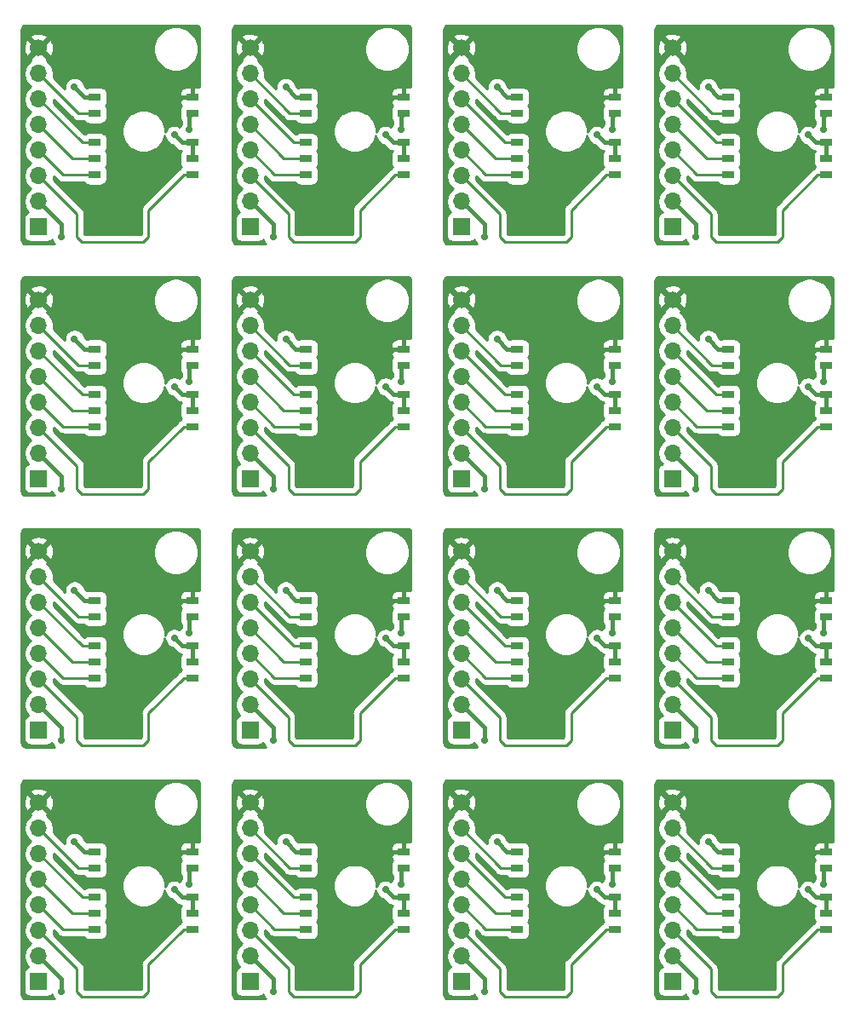
<source format=gbr>
G04 #@! TF.GenerationSoftware,KiCad,Pcbnew,(5.1.5-0-10_14)*
G04 #@! TF.CreationDate,2019-12-02T16:33:46+08:00*
G04 #@! TF.ProjectId,pa1010d-breakout-panelized,70613130-3130-4642-9d62-7265616b6f75,V1.0*
G04 #@! TF.SameCoordinates,Original*
G04 #@! TF.FileFunction,Copper,L1,Top*
G04 #@! TF.FilePolarity,Positive*
%FSLAX46Y46*%
G04 Gerber Fmt 4.6, Leading zero omitted, Abs format (unit mm)*
G04 Created by KiCad (PCBNEW (5.1.5-0-10_14)) date 2019-12-02 16:33:46*
%MOMM*%
%LPD*%
G04 APERTURE LIST*
%ADD10R,1.200000X0.800000*%
%ADD11C,1.700000*%
%ADD12O,1.700000X1.700000*%
%ADD13R,1.700000X1.700000*%
%ADD14C,0.700000*%
%ADD15C,0.400000*%
%ADD16C,0.250000*%
%ADD17C,0.254000*%
G04 APERTURE END LIST*
D10*
X183924000Y-117803000D03*
X183924000Y-119403000D03*
X183924000Y-122303000D03*
X183924000Y-123903000D03*
X183924000Y-125503000D03*
X193624000Y-125503000D03*
X193624000Y-123903000D03*
X193624000Y-122303000D03*
X193624000Y-119403000D03*
X193624000Y-117803000D03*
X162924000Y-117803000D03*
X162924000Y-119403000D03*
X162924000Y-122303000D03*
X162924000Y-123903000D03*
X162924000Y-125503000D03*
X172624000Y-125503000D03*
X172624000Y-123903000D03*
X172624000Y-122303000D03*
X172624000Y-119403000D03*
X172624000Y-117803000D03*
X141924000Y-117803000D03*
X141924000Y-119403000D03*
X141924000Y-122303000D03*
X141924000Y-123903000D03*
X141924000Y-125503000D03*
X151624000Y-125503000D03*
X151624000Y-123903000D03*
X151624000Y-122303000D03*
X151624000Y-119403000D03*
X151624000Y-117803000D03*
X120924000Y-117803000D03*
X120924000Y-119403000D03*
X120924000Y-122303000D03*
X120924000Y-123903000D03*
X120924000Y-125503000D03*
X130624000Y-125503000D03*
X130624000Y-123903000D03*
X130624000Y-122303000D03*
X130624000Y-119403000D03*
X130624000Y-117803000D03*
X183924000Y-92803000D03*
X183924000Y-94403000D03*
X183924000Y-97303000D03*
X183924000Y-98903000D03*
X183924000Y-100503000D03*
X193624000Y-100503000D03*
X193624000Y-98903000D03*
X193624000Y-97303000D03*
X193624000Y-94403000D03*
X193624000Y-92803000D03*
X162924000Y-92803000D03*
X162924000Y-94403000D03*
X162924000Y-97303000D03*
X162924000Y-98903000D03*
X162924000Y-100503000D03*
X172624000Y-100503000D03*
X172624000Y-98903000D03*
X172624000Y-97303000D03*
X172624000Y-94403000D03*
X172624000Y-92803000D03*
X141924000Y-92803000D03*
X141924000Y-94403000D03*
X141924000Y-97303000D03*
X141924000Y-98903000D03*
X141924000Y-100503000D03*
X151624000Y-100503000D03*
X151624000Y-98903000D03*
X151624000Y-97303000D03*
X151624000Y-94403000D03*
X151624000Y-92803000D03*
X120924000Y-92803000D03*
X120924000Y-94403000D03*
X120924000Y-97303000D03*
X120924000Y-98903000D03*
X120924000Y-100503000D03*
X130624000Y-100503000D03*
X130624000Y-98903000D03*
X130624000Y-97303000D03*
X130624000Y-94403000D03*
X130624000Y-92803000D03*
X183924000Y-67803000D03*
X183924000Y-69403000D03*
X183924000Y-72303000D03*
X183924000Y-73903000D03*
X183924000Y-75503000D03*
X193624000Y-75503000D03*
X193624000Y-73903000D03*
X193624000Y-72303000D03*
X193624000Y-69403000D03*
X193624000Y-67803000D03*
X162924000Y-67803000D03*
X162924000Y-69403000D03*
X162924000Y-72303000D03*
X162924000Y-73903000D03*
X162924000Y-75503000D03*
X172624000Y-75503000D03*
X172624000Y-73903000D03*
X172624000Y-72303000D03*
X172624000Y-69403000D03*
X172624000Y-67803000D03*
X141924000Y-67803000D03*
X141924000Y-69403000D03*
X141924000Y-72303000D03*
X141924000Y-73903000D03*
X141924000Y-75503000D03*
X151624000Y-75503000D03*
X151624000Y-73903000D03*
X151624000Y-72303000D03*
X151624000Y-69403000D03*
X151624000Y-67803000D03*
X120924000Y-67803000D03*
X120924000Y-69403000D03*
X120924000Y-72303000D03*
X120924000Y-73903000D03*
X120924000Y-75503000D03*
X130624000Y-75503000D03*
X130624000Y-73903000D03*
X130624000Y-72303000D03*
X130624000Y-69403000D03*
X130624000Y-67803000D03*
X183924000Y-42803000D03*
X183924000Y-44403000D03*
X183924000Y-47303000D03*
X183924000Y-48903000D03*
X183924000Y-50503000D03*
X193624000Y-50503000D03*
X193624000Y-48903000D03*
X193624000Y-47303000D03*
X193624000Y-44403000D03*
X193624000Y-42803000D03*
X162924000Y-42803000D03*
X162924000Y-44403000D03*
X162924000Y-47303000D03*
X162924000Y-48903000D03*
X162924000Y-50503000D03*
X172624000Y-50503000D03*
X172624000Y-48903000D03*
X172624000Y-47303000D03*
X172624000Y-44403000D03*
X172624000Y-42803000D03*
X141924000Y-42803000D03*
X141924000Y-44403000D03*
X141924000Y-47303000D03*
X141924000Y-48903000D03*
X141924000Y-50503000D03*
X151624000Y-50503000D03*
X151624000Y-48903000D03*
X151624000Y-47303000D03*
X151624000Y-44403000D03*
X151624000Y-42803000D03*
D11*
X178360000Y-112898000D03*
D12*
X178360000Y-115438000D03*
X178360000Y-117978000D03*
X178360000Y-120518000D03*
X178360000Y-123058000D03*
X178360000Y-125598000D03*
X178360000Y-128138000D03*
D13*
X178360000Y-130678000D03*
D11*
X157360000Y-112898000D03*
D12*
X157360000Y-115438000D03*
X157360000Y-117978000D03*
X157360000Y-120518000D03*
X157360000Y-123058000D03*
X157360000Y-125598000D03*
X157360000Y-128138000D03*
D13*
X157360000Y-130678000D03*
D11*
X136360000Y-112898000D03*
D12*
X136360000Y-115438000D03*
X136360000Y-117978000D03*
X136360000Y-120518000D03*
X136360000Y-123058000D03*
X136360000Y-125598000D03*
X136360000Y-128138000D03*
D13*
X136360000Y-130678000D03*
D11*
X115360000Y-112898000D03*
D12*
X115360000Y-115438000D03*
X115360000Y-117978000D03*
X115360000Y-120518000D03*
X115360000Y-123058000D03*
X115360000Y-125598000D03*
X115360000Y-128138000D03*
D13*
X115360000Y-130678000D03*
D11*
X178360000Y-87898000D03*
D12*
X178360000Y-90438000D03*
X178360000Y-92978000D03*
X178360000Y-95518000D03*
X178360000Y-98058000D03*
X178360000Y-100598000D03*
X178360000Y-103138000D03*
D13*
X178360000Y-105678000D03*
D11*
X157360000Y-87898000D03*
D12*
X157360000Y-90438000D03*
X157360000Y-92978000D03*
X157360000Y-95518000D03*
X157360000Y-98058000D03*
X157360000Y-100598000D03*
X157360000Y-103138000D03*
D13*
X157360000Y-105678000D03*
D11*
X136360000Y-87898000D03*
D12*
X136360000Y-90438000D03*
X136360000Y-92978000D03*
X136360000Y-95518000D03*
X136360000Y-98058000D03*
X136360000Y-100598000D03*
X136360000Y-103138000D03*
D13*
X136360000Y-105678000D03*
D11*
X115360000Y-87898000D03*
D12*
X115360000Y-90438000D03*
X115360000Y-92978000D03*
X115360000Y-95518000D03*
X115360000Y-98058000D03*
X115360000Y-100598000D03*
X115360000Y-103138000D03*
D13*
X115360000Y-105678000D03*
D11*
X178360000Y-62898000D03*
D12*
X178360000Y-65438000D03*
X178360000Y-67978000D03*
X178360000Y-70518000D03*
X178360000Y-73058000D03*
X178360000Y-75598000D03*
X178360000Y-78138000D03*
D13*
X178360000Y-80678000D03*
D11*
X157360000Y-62898000D03*
D12*
X157360000Y-65438000D03*
X157360000Y-67978000D03*
X157360000Y-70518000D03*
X157360000Y-73058000D03*
X157360000Y-75598000D03*
X157360000Y-78138000D03*
D13*
X157360000Y-80678000D03*
D11*
X136360000Y-62898000D03*
D12*
X136360000Y-65438000D03*
X136360000Y-67978000D03*
X136360000Y-70518000D03*
X136360000Y-73058000D03*
X136360000Y-75598000D03*
X136360000Y-78138000D03*
D13*
X136360000Y-80678000D03*
D11*
X115360000Y-62898000D03*
D12*
X115360000Y-65438000D03*
X115360000Y-67978000D03*
X115360000Y-70518000D03*
X115360000Y-73058000D03*
X115360000Y-75598000D03*
X115360000Y-78138000D03*
D13*
X115360000Y-80678000D03*
D11*
X178360000Y-37898000D03*
D12*
X178360000Y-40438000D03*
X178360000Y-42978000D03*
X178360000Y-45518000D03*
X178360000Y-48058000D03*
X178360000Y-50598000D03*
X178360000Y-53138000D03*
D13*
X178360000Y-55678000D03*
D11*
X157360000Y-37898000D03*
D12*
X157360000Y-40438000D03*
X157360000Y-42978000D03*
X157360000Y-45518000D03*
X157360000Y-48058000D03*
X157360000Y-50598000D03*
X157360000Y-53138000D03*
D13*
X157360000Y-55678000D03*
D11*
X136360000Y-37898000D03*
D12*
X136360000Y-40438000D03*
X136360000Y-42978000D03*
X136360000Y-45518000D03*
X136360000Y-48058000D03*
X136360000Y-50598000D03*
X136360000Y-53138000D03*
D13*
X136360000Y-55678000D03*
D10*
X130624000Y-42803000D03*
X130624000Y-44403000D03*
X130624000Y-47303000D03*
X130624000Y-48903000D03*
X130624000Y-50503000D03*
X120924000Y-50503000D03*
X120924000Y-48903000D03*
X120924000Y-47303000D03*
X120924000Y-44403000D03*
X120924000Y-42803000D03*
D13*
X115360000Y-55678000D03*
D12*
X115360000Y-53138000D03*
X115360000Y-50598000D03*
X115360000Y-48058000D03*
X115360000Y-45518000D03*
X115360000Y-42978000D03*
X115360000Y-40438000D03*
D11*
X115360000Y-37898000D03*
D14*
X118916000Y-41795000D03*
X128855000Y-46534000D03*
X139916000Y-41795000D03*
X160916000Y-41795000D03*
X181916000Y-41795000D03*
X118916000Y-66795000D03*
X139916000Y-66795000D03*
X160916000Y-66795000D03*
X181916000Y-66795000D03*
X118916000Y-91795000D03*
X139916000Y-91795000D03*
X160916000Y-91795000D03*
X181916000Y-91795000D03*
X118916000Y-116795000D03*
X139916000Y-116795000D03*
X160916000Y-116795000D03*
X181916000Y-116795000D03*
X149855000Y-46534000D03*
X170855000Y-46534000D03*
X191855000Y-46534000D03*
X128855000Y-71534000D03*
X149855000Y-71534000D03*
X170855000Y-71534000D03*
X191855000Y-71534000D03*
X128855000Y-96534000D03*
X149855000Y-96534000D03*
X170855000Y-96534000D03*
X191855000Y-96534000D03*
X128855000Y-121534000D03*
X149855000Y-121534000D03*
X170855000Y-121534000D03*
X191855000Y-121534000D03*
X117646000Y-56694000D03*
X130346000Y-46026000D03*
X138646000Y-56694000D03*
X159646000Y-56694000D03*
X180646000Y-56694000D03*
X117646000Y-81694000D03*
X138646000Y-81694000D03*
X159646000Y-81694000D03*
X180646000Y-81694000D03*
X117646000Y-106694000D03*
X138646000Y-106694000D03*
X159646000Y-106694000D03*
X180646000Y-106694000D03*
X117646000Y-131694000D03*
X138646000Y-131694000D03*
X159646000Y-131694000D03*
X180646000Y-131694000D03*
X151346000Y-46026000D03*
X172346000Y-46026000D03*
X193346000Y-46026000D03*
X130346000Y-71026000D03*
X151346000Y-71026000D03*
X172346000Y-71026000D03*
X193346000Y-71026000D03*
X130346000Y-96026000D03*
X151346000Y-96026000D03*
X172346000Y-96026000D03*
X193346000Y-96026000D03*
X130346000Y-121026000D03*
X151346000Y-121026000D03*
X172346000Y-121026000D03*
X193346000Y-121026000D03*
D15*
X130624000Y-47303000D02*
X130624000Y-48903000D01*
X119924000Y-42803000D02*
X118916000Y-41795000D01*
X120924000Y-42803000D02*
X119924000Y-42803000D01*
X129624000Y-47303000D02*
X128855000Y-46534000D01*
X130624000Y-47303000D02*
X129624000Y-47303000D01*
X141924000Y-42803000D02*
X140924000Y-42803000D01*
X162924000Y-42803000D02*
X161924000Y-42803000D01*
X183924000Y-42803000D02*
X182924000Y-42803000D01*
X120924000Y-67803000D02*
X119924000Y-67803000D01*
X141924000Y-67803000D02*
X140924000Y-67803000D01*
X162924000Y-67803000D02*
X161924000Y-67803000D01*
X183924000Y-67803000D02*
X182924000Y-67803000D01*
X120924000Y-92803000D02*
X119924000Y-92803000D01*
X141924000Y-92803000D02*
X140924000Y-92803000D01*
X162924000Y-92803000D02*
X161924000Y-92803000D01*
X183924000Y-92803000D02*
X182924000Y-92803000D01*
X120924000Y-117803000D02*
X119924000Y-117803000D01*
X141924000Y-117803000D02*
X140924000Y-117803000D01*
X162924000Y-117803000D02*
X161924000Y-117803000D01*
X183924000Y-117803000D02*
X182924000Y-117803000D01*
X151624000Y-47303000D02*
X151624000Y-48903000D01*
X172624000Y-47303000D02*
X172624000Y-48903000D01*
X193624000Y-47303000D02*
X193624000Y-48903000D01*
X130624000Y-72303000D02*
X130624000Y-73903000D01*
X151624000Y-72303000D02*
X151624000Y-73903000D01*
X172624000Y-72303000D02*
X172624000Y-73903000D01*
X193624000Y-72303000D02*
X193624000Y-73903000D01*
X130624000Y-97303000D02*
X130624000Y-98903000D01*
X151624000Y-97303000D02*
X151624000Y-98903000D01*
X172624000Y-97303000D02*
X172624000Y-98903000D01*
X193624000Y-97303000D02*
X193624000Y-98903000D01*
X130624000Y-122303000D02*
X130624000Y-123903000D01*
X151624000Y-122303000D02*
X151624000Y-123903000D01*
X172624000Y-122303000D02*
X172624000Y-123903000D01*
X193624000Y-122303000D02*
X193624000Y-123903000D01*
X140924000Y-42803000D02*
X139916000Y-41795000D01*
X161924000Y-42803000D02*
X160916000Y-41795000D01*
X182924000Y-42803000D02*
X181916000Y-41795000D01*
X119924000Y-67803000D02*
X118916000Y-66795000D01*
X140924000Y-67803000D02*
X139916000Y-66795000D01*
X161924000Y-67803000D02*
X160916000Y-66795000D01*
X182924000Y-67803000D02*
X181916000Y-66795000D01*
X119924000Y-92803000D02*
X118916000Y-91795000D01*
X140924000Y-92803000D02*
X139916000Y-91795000D01*
X161924000Y-92803000D02*
X160916000Y-91795000D01*
X182924000Y-92803000D02*
X181916000Y-91795000D01*
X119924000Y-117803000D02*
X118916000Y-116795000D01*
X140924000Y-117803000D02*
X139916000Y-116795000D01*
X161924000Y-117803000D02*
X160916000Y-116795000D01*
X182924000Y-117803000D02*
X181916000Y-116795000D01*
X151624000Y-47303000D02*
X150624000Y-47303000D01*
X172624000Y-47303000D02*
X171624000Y-47303000D01*
X193624000Y-47303000D02*
X192624000Y-47303000D01*
X130624000Y-72303000D02*
X129624000Y-72303000D01*
X151624000Y-72303000D02*
X150624000Y-72303000D01*
X172624000Y-72303000D02*
X171624000Y-72303000D01*
X193624000Y-72303000D02*
X192624000Y-72303000D01*
X130624000Y-97303000D02*
X129624000Y-97303000D01*
X151624000Y-97303000D02*
X150624000Y-97303000D01*
X172624000Y-97303000D02*
X171624000Y-97303000D01*
X193624000Y-97303000D02*
X192624000Y-97303000D01*
X130624000Y-122303000D02*
X129624000Y-122303000D01*
X151624000Y-122303000D02*
X150624000Y-122303000D01*
X172624000Y-122303000D02*
X171624000Y-122303000D01*
X193624000Y-122303000D02*
X192624000Y-122303000D01*
X150624000Y-47303000D02*
X149855000Y-46534000D01*
X171624000Y-47303000D02*
X170855000Y-46534000D01*
X192624000Y-47303000D02*
X191855000Y-46534000D01*
X129624000Y-72303000D02*
X128855000Y-71534000D01*
X150624000Y-72303000D02*
X149855000Y-71534000D01*
X171624000Y-72303000D02*
X170855000Y-71534000D01*
X192624000Y-72303000D02*
X191855000Y-71534000D01*
X129624000Y-97303000D02*
X128855000Y-96534000D01*
X150624000Y-97303000D02*
X149855000Y-96534000D01*
X171624000Y-97303000D02*
X170855000Y-96534000D01*
X192624000Y-97303000D02*
X191855000Y-96534000D01*
X129624000Y-122303000D02*
X128855000Y-121534000D01*
X150624000Y-122303000D02*
X149855000Y-121534000D01*
X171624000Y-122303000D02*
X170855000Y-121534000D01*
X192624000Y-122303000D02*
X191855000Y-121534000D01*
X129624000Y-42803000D02*
X129449000Y-42978000D01*
X129624000Y-42803000D02*
X130624000Y-42803000D01*
X130624000Y-42803000D02*
X130624000Y-41478000D01*
X150624000Y-42803000D02*
X150449000Y-42978000D01*
X171624000Y-42803000D02*
X171449000Y-42978000D01*
X192624000Y-42803000D02*
X192449000Y-42978000D01*
X129624000Y-67803000D02*
X129449000Y-67978000D01*
X150624000Y-67803000D02*
X150449000Y-67978000D01*
X171624000Y-67803000D02*
X171449000Y-67978000D01*
X192624000Y-67803000D02*
X192449000Y-67978000D01*
X129624000Y-92803000D02*
X129449000Y-92978000D01*
X150624000Y-92803000D02*
X150449000Y-92978000D01*
X171624000Y-92803000D02*
X171449000Y-92978000D01*
X192624000Y-92803000D02*
X192449000Y-92978000D01*
X129624000Y-117803000D02*
X129449000Y-117978000D01*
X150624000Y-117803000D02*
X150449000Y-117978000D01*
X171624000Y-117803000D02*
X171449000Y-117978000D01*
X192624000Y-117803000D02*
X192449000Y-117978000D01*
X150624000Y-42803000D02*
X151624000Y-42803000D01*
X171624000Y-42803000D02*
X172624000Y-42803000D01*
X192624000Y-42803000D02*
X193624000Y-42803000D01*
X129624000Y-67803000D02*
X130624000Y-67803000D01*
X150624000Y-67803000D02*
X151624000Y-67803000D01*
X171624000Y-67803000D02*
X172624000Y-67803000D01*
X192624000Y-67803000D02*
X193624000Y-67803000D01*
X129624000Y-92803000D02*
X130624000Y-92803000D01*
X150624000Y-92803000D02*
X151624000Y-92803000D01*
X171624000Y-92803000D02*
X172624000Y-92803000D01*
X192624000Y-92803000D02*
X193624000Y-92803000D01*
X129624000Y-117803000D02*
X130624000Y-117803000D01*
X150624000Y-117803000D02*
X151624000Y-117803000D01*
X171624000Y-117803000D02*
X172624000Y-117803000D01*
X192624000Y-117803000D02*
X193624000Y-117803000D01*
X151624000Y-42803000D02*
X151624000Y-41478000D01*
X172624000Y-42803000D02*
X172624000Y-41478000D01*
X193624000Y-42803000D02*
X193624000Y-41478000D01*
X130624000Y-67803000D02*
X130624000Y-66478000D01*
X151624000Y-67803000D02*
X151624000Y-66478000D01*
X172624000Y-67803000D02*
X172624000Y-66478000D01*
X193624000Y-67803000D02*
X193624000Y-66478000D01*
X130624000Y-92803000D02*
X130624000Y-91478000D01*
X151624000Y-92803000D02*
X151624000Y-91478000D01*
X172624000Y-92803000D02*
X172624000Y-91478000D01*
X193624000Y-92803000D02*
X193624000Y-91478000D01*
X130624000Y-117803000D02*
X130624000Y-116478000D01*
X151624000Y-117803000D02*
X151624000Y-116478000D01*
X172624000Y-117803000D02*
X172624000Y-116478000D01*
X193624000Y-117803000D02*
X193624000Y-116478000D01*
X115360000Y-53138000D02*
X117646000Y-55424000D01*
X117646000Y-55424000D02*
X117646000Y-56694000D01*
X130346000Y-44681000D02*
X130624000Y-44403000D01*
X130346000Y-46026000D02*
X130346000Y-44681000D01*
X136360000Y-53138000D02*
X138646000Y-55424000D01*
X157360000Y-53138000D02*
X159646000Y-55424000D01*
X178360000Y-53138000D02*
X180646000Y-55424000D01*
X115360000Y-78138000D02*
X117646000Y-80424000D01*
X136360000Y-78138000D02*
X138646000Y-80424000D01*
X157360000Y-78138000D02*
X159646000Y-80424000D01*
X178360000Y-78138000D02*
X180646000Y-80424000D01*
X115360000Y-103138000D02*
X117646000Y-105424000D01*
X136360000Y-103138000D02*
X138646000Y-105424000D01*
X157360000Y-103138000D02*
X159646000Y-105424000D01*
X178360000Y-103138000D02*
X180646000Y-105424000D01*
X115360000Y-128138000D02*
X117646000Y-130424000D01*
X136360000Y-128138000D02*
X138646000Y-130424000D01*
X157360000Y-128138000D02*
X159646000Y-130424000D01*
X178360000Y-128138000D02*
X180646000Y-130424000D01*
X138646000Y-55424000D02*
X138646000Y-56694000D01*
X159646000Y-55424000D02*
X159646000Y-56694000D01*
X180646000Y-55424000D02*
X180646000Y-56694000D01*
X117646000Y-80424000D02*
X117646000Y-81694000D01*
X138646000Y-80424000D02*
X138646000Y-81694000D01*
X159646000Y-80424000D02*
X159646000Y-81694000D01*
X180646000Y-80424000D02*
X180646000Y-81694000D01*
X117646000Y-105424000D02*
X117646000Y-106694000D01*
X138646000Y-105424000D02*
X138646000Y-106694000D01*
X159646000Y-105424000D02*
X159646000Y-106694000D01*
X180646000Y-105424000D02*
X180646000Y-106694000D01*
X117646000Y-130424000D02*
X117646000Y-131694000D01*
X138646000Y-130424000D02*
X138646000Y-131694000D01*
X159646000Y-130424000D02*
X159646000Y-131694000D01*
X180646000Y-130424000D02*
X180646000Y-131694000D01*
X151346000Y-44681000D02*
X151624000Y-44403000D01*
X172346000Y-44681000D02*
X172624000Y-44403000D01*
X193346000Y-44681000D02*
X193624000Y-44403000D01*
X130346000Y-69681000D02*
X130624000Y-69403000D01*
X151346000Y-69681000D02*
X151624000Y-69403000D01*
X172346000Y-69681000D02*
X172624000Y-69403000D01*
X193346000Y-69681000D02*
X193624000Y-69403000D01*
X130346000Y-94681000D02*
X130624000Y-94403000D01*
X151346000Y-94681000D02*
X151624000Y-94403000D01*
X172346000Y-94681000D02*
X172624000Y-94403000D01*
X193346000Y-94681000D02*
X193624000Y-94403000D01*
X130346000Y-119681000D02*
X130624000Y-119403000D01*
X151346000Y-119681000D02*
X151624000Y-119403000D01*
X172346000Y-119681000D02*
X172624000Y-119403000D01*
X193346000Y-119681000D02*
X193624000Y-119403000D01*
X151346000Y-46026000D02*
X151346000Y-44681000D01*
X172346000Y-46026000D02*
X172346000Y-44681000D01*
X193346000Y-46026000D02*
X193346000Y-44681000D01*
X130346000Y-71026000D02*
X130346000Y-69681000D01*
X151346000Y-71026000D02*
X151346000Y-69681000D01*
X172346000Y-71026000D02*
X172346000Y-69681000D01*
X193346000Y-71026000D02*
X193346000Y-69681000D01*
X130346000Y-96026000D02*
X130346000Y-94681000D01*
X151346000Y-96026000D02*
X151346000Y-94681000D01*
X172346000Y-96026000D02*
X172346000Y-94681000D01*
X193346000Y-96026000D02*
X193346000Y-94681000D01*
X130346000Y-121026000D02*
X130346000Y-119681000D01*
X151346000Y-121026000D02*
X151346000Y-119681000D01*
X172346000Y-121026000D02*
X172346000Y-119681000D01*
X193346000Y-121026000D02*
X193346000Y-119681000D01*
D16*
X126282000Y-53995000D02*
X129774000Y-50503000D01*
X126282000Y-56694000D02*
X126282000Y-53995000D01*
X129774000Y-50503000D02*
X130624000Y-50503000D01*
X125774000Y-57202000D02*
X126282000Y-56694000D01*
X119678000Y-57202000D02*
X125774000Y-57202000D01*
X119170000Y-56694000D02*
X119678000Y-57202000D01*
X119170000Y-54408000D02*
X119170000Y-56694000D01*
X115360000Y-50598000D02*
X119170000Y-54408000D01*
X147282000Y-53995000D02*
X150774000Y-50503000D01*
X168282000Y-53995000D02*
X171774000Y-50503000D01*
X189282000Y-53995000D02*
X192774000Y-50503000D01*
X126282000Y-78995000D02*
X129774000Y-75503000D01*
X147282000Y-78995000D02*
X150774000Y-75503000D01*
X168282000Y-78995000D02*
X171774000Y-75503000D01*
X189282000Y-78995000D02*
X192774000Y-75503000D01*
X126282000Y-103995000D02*
X129774000Y-100503000D01*
X147282000Y-103995000D02*
X150774000Y-100503000D01*
X168282000Y-103995000D02*
X171774000Y-100503000D01*
X189282000Y-103995000D02*
X192774000Y-100503000D01*
X126282000Y-128995000D02*
X129774000Y-125503000D01*
X147282000Y-128995000D02*
X150774000Y-125503000D01*
X168282000Y-128995000D02*
X171774000Y-125503000D01*
X189282000Y-128995000D02*
X192774000Y-125503000D01*
X147282000Y-56694000D02*
X147282000Y-53995000D01*
X168282000Y-56694000D02*
X168282000Y-53995000D01*
X189282000Y-56694000D02*
X189282000Y-53995000D01*
X126282000Y-81694000D02*
X126282000Y-78995000D01*
X147282000Y-81694000D02*
X147282000Y-78995000D01*
X168282000Y-81694000D02*
X168282000Y-78995000D01*
X189282000Y-81694000D02*
X189282000Y-78995000D01*
X126282000Y-106694000D02*
X126282000Y-103995000D01*
X147282000Y-106694000D02*
X147282000Y-103995000D01*
X168282000Y-106694000D02*
X168282000Y-103995000D01*
X189282000Y-106694000D02*
X189282000Y-103995000D01*
X126282000Y-131694000D02*
X126282000Y-128995000D01*
X147282000Y-131694000D02*
X147282000Y-128995000D01*
X168282000Y-131694000D02*
X168282000Y-128995000D01*
X189282000Y-131694000D02*
X189282000Y-128995000D01*
X150774000Y-50503000D02*
X151624000Y-50503000D01*
X171774000Y-50503000D02*
X172624000Y-50503000D01*
X192774000Y-50503000D02*
X193624000Y-50503000D01*
X129774000Y-75503000D02*
X130624000Y-75503000D01*
X150774000Y-75503000D02*
X151624000Y-75503000D01*
X171774000Y-75503000D02*
X172624000Y-75503000D01*
X192774000Y-75503000D02*
X193624000Y-75503000D01*
X129774000Y-100503000D02*
X130624000Y-100503000D01*
X150774000Y-100503000D02*
X151624000Y-100503000D01*
X171774000Y-100503000D02*
X172624000Y-100503000D01*
X192774000Y-100503000D02*
X193624000Y-100503000D01*
X129774000Y-125503000D02*
X130624000Y-125503000D01*
X150774000Y-125503000D02*
X151624000Y-125503000D01*
X171774000Y-125503000D02*
X172624000Y-125503000D01*
X192774000Y-125503000D02*
X193624000Y-125503000D01*
X146774000Y-57202000D02*
X147282000Y-56694000D01*
X167774000Y-57202000D02*
X168282000Y-56694000D01*
X188774000Y-57202000D02*
X189282000Y-56694000D01*
X125774000Y-82202000D02*
X126282000Y-81694000D01*
X146774000Y-82202000D02*
X147282000Y-81694000D01*
X167774000Y-82202000D02*
X168282000Y-81694000D01*
X188774000Y-82202000D02*
X189282000Y-81694000D01*
X125774000Y-107202000D02*
X126282000Y-106694000D01*
X146774000Y-107202000D02*
X147282000Y-106694000D01*
X167774000Y-107202000D02*
X168282000Y-106694000D01*
X188774000Y-107202000D02*
X189282000Y-106694000D01*
X125774000Y-132202000D02*
X126282000Y-131694000D01*
X146774000Y-132202000D02*
X147282000Y-131694000D01*
X167774000Y-132202000D02*
X168282000Y-131694000D01*
X188774000Y-132202000D02*
X189282000Y-131694000D01*
X140678000Y-57202000D02*
X146774000Y-57202000D01*
X161678000Y-57202000D02*
X167774000Y-57202000D01*
X182678000Y-57202000D02*
X188774000Y-57202000D01*
X119678000Y-82202000D02*
X125774000Y-82202000D01*
X140678000Y-82202000D02*
X146774000Y-82202000D01*
X161678000Y-82202000D02*
X167774000Y-82202000D01*
X182678000Y-82202000D02*
X188774000Y-82202000D01*
X119678000Y-107202000D02*
X125774000Y-107202000D01*
X140678000Y-107202000D02*
X146774000Y-107202000D01*
X161678000Y-107202000D02*
X167774000Y-107202000D01*
X182678000Y-107202000D02*
X188774000Y-107202000D01*
X119678000Y-132202000D02*
X125774000Y-132202000D01*
X140678000Y-132202000D02*
X146774000Y-132202000D01*
X161678000Y-132202000D02*
X167774000Y-132202000D01*
X182678000Y-132202000D02*
X188774000Y-132202000D01*
X140170000Y-56694000D02*
X140678000Y-57202000D01*
X161170000Y-56694000D02*
X161678000Y-57202000D01*
X182170000Y-56694000D02*
X182678000Y-57202000D01*
X119170000Y-81694000D02*
X119678000Y-82202000D01*
X140170000Y-81694000D02*
X140678000Y-82202000D01*
X161170000Y-81694000D02*
X161678000Y-82202000D01*
X182170000Y-81694000D02*
X182678000Y-82202000D01*
X119170000Y-106694000D02*
X119678000Y-107202000D01*
X140170000Y-106694000D02*
X140678000Y-107202000D01*
X161170000Y-106694000D02*
X161678000Y-107202000D01*
X182170000Y-106694000D02*
X182678000Y-107202000D01*
X119170000Y-131694000D02*
X119678000Y-132202000D01*
X140170000Y-131694000D02*
X140678000Y-132202000D01*
X161170000Y-131694000D02*
X161678000Y-132202000D01*
X182170000Y-131694000D02*
X182678000Y-132202000D01*
X140170000Y-54408000D02*
X140170000Y-56694000D01*
X161170000Y-54408000D02*
X161170000Y-56694000D01*
X182170000Y-54408000D02*
X182170000Y-56694000D01*
X119170000Y-79408000D02*
X119170000Y-81694000D01*
X140170000Y-79408000D02*
X140170000Y-81694000D01*
X161170000Y-79408000D02*
X161170000Y-81694000D01*
X182170000Y-79408000D02*
X182170000Y-81694000D01*
X119170000Y-104408000D02*
X119170000Y-106694000D01*
X140170000Y-104408000D02*
X140170000Y-106694000D01*
X161170000Y-104408000D02*
X161170000Y-106694000D01*
X182170000Y-104408000D02*
X182170000Y-106694000D01*
X119170000Y-129408000D02*
X119170000Y-131694000D01*
X140170000Y-129408000D02*
X140170000Y-131694000D01*
X161170000Y-129408000D02*
X161170000Y-131694000D01*
X182170000Y-129408000D02*
X182170000Y-131694000D01*
X136360000Y-50598000D02*
X140170000Y-54408000D01*
X157360000Y-50598000D02*
X161170000Y-54408000D01*
X178360000Y-50598000D02*
X182170000Y-54408000D01*
X115360000Y-75598000D02*
X119170000Y-79408000D01*
X136360000Y-75598000D02*
X140170000Y-79408000D01*
X157360000Y-75598000D02*
X161170000Y-79408000D01*
X178360000Y-75598000D02*
X182170000Y-79408000D01*
X115360000Y-100598000D02*
X119170000Y-104408000D01*
X136360000Y-100598000D02*
X140170000Y-104408000D01*
X157360000Y-100598000D02*
X161170000Y-104408000D01*
X178360000Y-100598000D02*
X182170000Y-104408000D01*
X115360000Y-125598000D02*
X119170000Y-129408000D01*
X136360000Y-125598000D02*
X140170000Y-129408000D01*
X157360000Y-125598000D02*
X161170000Y-129408000D01*
X178360000Y-125598000D02*
X182170000Y-129408000D01*
X117805000Y-50503000D02*
X120924000Y-50503000D01*
X115360000Y-48058000D02*
X117805000Y-50503000D01*
X136360000Y-48058000D02*
X138805000Y-50503000D01*
X157360000Y-48058000D02*
X159805000Y-50503000D01*
X178360000Y-48058000D02*
X180805000Y-50503000D01*
X115360000Y-73058000D02*
X117805000Y-75503000D01*
X136360000Y-73058000D02*
X138805000Y-75503000D01*
X157360000Y-73058000D02*
X159805000Y-75503000D01*
X178360000Y-73058000D02*
X180805000Y-75503000D01*
X115360000Y-98058000D02*
X117805000Y-100503000D01*
X136360000Y-98058000D02*
X138805000Y-100503000D01*
X157360000Y-98058000D02*
X159805000Y-100503000D01*
X178360000Y-98058000D02*
X180805000Y-100503000D01*
X115360000Y-123058000D02*
X117805000Y-125503000D01*
X136360000Y-123058000D02*
X138805000Y-125503000D01*
X157360000Y-123058000D02*
X159805000Y-125503000D01*
X178360000Y-123058000D02*
X180805000Y-125503000D01*
X138805000Y-50503000D02*
X141924000Y-50503000D01*
X159805000Y-50503000D02*
X162924000Y-50503000D01*
X180805000Y-50503000D02*
X183924000Y-50503000D01*
X117805000Y-75503000D02*
X120924000Y-75503000D01*
X138805000Y-75503000D02*
X141924000Y-75503000D01*
X159805000Y-75503000D02*
X162924000Y-75503000D01*
X180805000Y-75503000D02*
X183924000Y-75503000D01*
X117805000Y-100503000D02*
X120924000Y-100503000D01*
X138805000Y-100503000D02*
X141924000Y-100503000D01*
X159805000Y-100503000D02*
X162924000Y-100503000D01*
X180805000Y-100503000D02*
X183924000Y-100503000D01*
X117805000Y-125503000D02*
X120924000Y-125503000D01*
X138805000Y-125503000D02*
X141924000Y-125503000D01*
X159805000Y-125503000D02*
X162924000Y-125503000D01*
X180805000Y-125503000D02*
X183924000Y-125503000D01*
X118745000Y-48903000D02*
X120924000Y-48903000D01*
X115360000Y-45518000D02*
X118745000Y-48903000D01*
X139745000Y-48903000D02*
X141924000Y-48903000D01*
X160745000Y-48903000D02*
X162924000Y-48903000D01*
X181745000Y-48903000D02*
X183924000Y-48903000D01*
X118745000Y-73903000D02*
X120924000Y-73903000D01*
X139745000Y-73903000D02*
X141924000Y-73903000D01*
X160745000Y-73903000D02*
X162924000Y-73903000D01*
X181745000Y-73903000D02*
X183924000Y-73903000D01*
X118745000Y-98903000D02*
X120924000Y-98903000D01*
X139745000Y-98903000D02*
X141924000Y-98903000D01*
X160745000Y-98903000D02*
X162924000Y-98903000D01*
X181745000Y-98903000D02*
X183924000Y-98903000D01*
X118745000Y-123903000D02*
X120924000Y-123903000D01*
X139745000Y-123903000D02*
X141924000Y-123903000D01*
X160745000Y-123903000D02*
X162924000Y-123903000D01*
X181745000Y-123903000D02*
X183924000Y-123903000D01*
X136360000Y-45518000D02*
X139745000Y-48903000D01*
X157360000Y-45518000D02*
X160745000Y-48903000D01*
X178360000Y-45518000D02*
X181745000Y-48903000D01*
X115360000Y-70518000D02*
X118745000Y-73903000D01*
X136360000Y-70518000D02*
X139745000Y-73903000D01*
X157360000Y-70518000D02*
X160745000Y-73903000D01*
X178360000Y-70518000D02*
X181745000Y-73903000D01*
X115360000Y-95518000D02*
X118745000Y-98903000D01*
X136360000Y-95518000D02*
X139745000Y-98903000D01*
X157360000Y-95518000D02*
X160745000Y-98903000D01*
X178360000Y-95518000D02*
X181745000Y-98903000D01*
X115360000Y-120518000D02*
X118745000Y-123903000D01*
X136360000Y-120518000D02*
X139745000Y-123903000D01*
X157360000Y-120518000D02*
X160745000Y-123903000D01*
X178360000Y-120518000D02*
X181745000Y-123903000D01*
X119685000Y-47303000D02*
X120924000Y-47303000D01*
X115360000Y-42978000D02*
X119685000Y-47303000D01*
X140685000Y-47303000D02*
X141924000Y-47303000D01*
X161685000Y-47303000D02*
X162924000Y-47303000D01*
X182685000Y-47303000D02*
X183924000Y-47303000D01*
X119685000Y-72303000D02*
X120924000Y-72303000D01*
X140685000Y-72303000D02*
X141924000Y-72303000D01*
X161685000Y-72303000D02*
X162924000Y-72303000D01*
X182685000Y-72303000D02*
X183924000Y-72303000D01*
X119685000Y-97303000D02*
X120924000Y-97303000D01*
X140685000Y-97303000D02*
X141924000Y-97303000D01*
X161685000Y-97303000D02*
X162924000Y-97303000D01*
X182685000Y-97303000D02*
X183924000Y-97303000D01*
X119685000Y-122303000D02*
X120924000Y-122303000D01*
X140685000Y-122303000D02*
X141924000Y-122303000D01*
X161685000Y-122303000D02*
X162924000Y-122303000D01*
X182685000Y-122303000D02*
X183924000Y-122303000D01*
X136360000Y-42978000D02*
X140685000Y-47303000D01*
X157360000Y-42978000D02*
X161685000Y-47303000D01*
X178360000Y-42978000D02*
X182685000Y-47303000D01*
X115360000Y-67978000D02*
X119685000Y-72303000D01*
X136360000Y-67978000D02*
X140685000Y-72303000D01*
X157360000Y-67978000D02*
X161685000Y-72303000D01*
X178360000Y-67978000D02*
X182685000Y-72303000D01*
X115360000Y-92978000D02*
X119685000Y-97303000D01*
X136360000Y-92978000D02*
X140685000Y-97303000D01*
X157360000Y-92978000D02*
X161685000Y-97303000D01*
X178360000Y-92978000D02*
X182685000Y-97303000D01*
X115360000Y-117978000D02*
X119685000Y-122303000D01*
X136360000Y-117978000D02*
X140685000Y-122303000D01*
X157360000Y-117978000D02*
X161685000Y-122303000D01*
X178360000Y-117978000D02*
X182685000Y-122303000D01*
X119325000Y-44403000D02*
X120924000Y-44403000D01*
X115360000Y-40438000D02*
X119325000Y-44403000D01*
X140325000Y-44403000D02*
X141924000Y-44403000D01*
X161325000Y-44403000D02*
X162924000Y-44403000D01*
X182325000Y-44403000D02*
X183924000Y-44403000D01*
X119325000Y-69403000D02*
X120924000Y-69403000D01*
X140325000Y-69403000D02*
X141924000Y-69403000D01*
X161325000Y-69403000D02*
X162924000Y-69403000D01*
X182325000Y-69403000D02*
X183924000Y-69403000D01*
X119325000Y-94403000D02*
X120924000Y-94403000D01*
X140325000Y-94403000D02*
X141924000Y-94403000D01*
X161325000Y-94403000D02*
X162924000Y-94403000D01*
X182325000Y-94403000D02*
X183924000Y-94403000D01*
X119325000Y-119403000D02*
X120924000Y-119403000D01*
X140325000Y-119403000D02*
X141924000Y-119403000D01*
X161325000Y-119403000D02*
X162924000Y-119403000D01*
X182325000Y-119403000D02*
X183924000Y-119403000D01*
X136360000Y-40438000D02*
X140325000Y-44403000D01*
X157360000Y-40438000D02*
X161325000Y-44403000D01*
X178360000Y-40438000D02*
X182325000Y-44403000D01*
X115360000Y-65438000D02*
X119325000Y-69403000D01*
X136360000Y-65438000D02*
X140325000Y-69403000D01*
X157360000Y-65438000D02*
X161325000Y-69403000D01*
X178360000Y-65438000D02*
X182325000Y-69403000D01*
X115360000Y-90438000D02*
X119325000Y-94403000D01*
X136360000Y-90438000D02*
X140325000Y-94403000D01*
X157360000Y-90438000D02*
X161325000Y-94403000D01*
X178360000Y-90438000D02*
X182325000Y-94403000D01*
X115360000Y-115438000D02*
X119325000Y-119403000D01*
X136360000Y-115438000D02*
X140325000Y-119403000D01*
X157360000Y-115438000D02*
X161325000Y-119403000D01*
X178360000Y-115438000D02*
X182325000Y-119403000D01*
D17*
G36*
X131065424Y-35669580D02*
G01*
X131128356Y-35688580D01*
X131186405Y-35719445D01*
X131237343Y-35760989D01*
X131279248Y-35811644D01*
X131310515Y-35869471D01*
X131329956Y-35932272D01*
X131340000Y-36027835D01*
X131340000Y-41776353D01*
X131224000Y-41764928D01*
X130024000Y-41764928D01*
X129899518Y-41777188D01*
X129779820Y-41813498D01*
X129669506Y-41872463D01*
X129572815Y-41951815D01*
X129493463Y-42048506D01*
X129434498Y-42158820D01*
X129398188Y-42278518D01*
X129385928Y-42403000D01*
X129385928Y-43203000D01*
X129398188Y-43327482D01*
X129434498Y-43447180D01*
X129493463Y-43557494D01*
X129530809Y-43603000D01*
X129493463Y-43648506D01*
X129434498Y-43758820D01*
X129398188Y-43878518D01*
X129385928Y-44003000D01*
X129385928Y-44803000D01*
X129398188Y-44927482D01*
X129434498Y-45047180D01*
X129493463Y-45157494D01*
X129511001Y-45178864D01*
X129511000Y-45502712D01*
X129473104Y-45559428D01*
X129407270Y-45718366D01*
X129321572Y-45661104D01*
X129142314Y-45586853D01*
X128952014Y-45549000D01*
X128757986Y-45549000D01*
X128567686Y-45586853D01*
X128388428Y-45661104D01*
X128227099Y-45768901D01*
X128089901Y-45906099D01*
X127982104Y-46067428D01*
X127909000Y-46243917D01*
X127909000Y-45942721D01*
X127826953Y-45530244D01*
X127666012Y-45141698D01*
X127432363Y-44792017D01*
X127134983Y-44494637D01*
X126785302Y-44260988D01*
X126396756Y-44100047D01*
X125984279Y-44018000D01*
X125563721Y-44018000D01*
X125151244Y-44100047D01*
X124762698Y-44260988D01*
X124413017Y-44494637D01*
X124115637Y-44792017D01*
X123881988Y-45141698D01*
X123721047Y-45530244D01*
X123639000Y-45942721D01*
X123639000Y-46363279D01*
X123721047Y-46775756D01*
X123881988Y-47164302D01*
X124115637Y-47513983D01*
X124413017Y-47811363D01*
X124762698Y-48045012D01*
X125151244Y-48205953D01*
X125563721Y-48288000D01*
X125984279Y-48288000D01*
X126396756Y-48205953D01*
X126785302Y-48045012D01*
X127134983Y-47811363D01*
X127432363Y-47513983D01*
X127666012Y-47164302D01*
X127826953Y-46775756D01*
X127870000Y-46559345D01*
X127870000Y-46631014D01*
X127907853Y-46821314D01*
X127982104Y-47000572D01*
X128089901Y-47161901D01*
X128227099Y-47299099D01*
X128388428Y-47406896D01*
X128567686Y-47481147D01*
X128634587Y-47494454D01*
X129004558Y-47864426D01*
X129030709Y-47896291D01*
X129157854Y-48000636D01*
X129302913Y-48078172D01*
X129460311Y-48125918D01*
X129508135Y-48130628D01*
X129493463Y-48148506D01*
X129434498Y-48258820D01*
X129398188Y-48378518D01*
X129385928Y-48503000D01*
X129385928Y-49303000D01*
X129398188Y-49427482D01*
X129434498Y-49547180D01*
X129493463Y-49657494D01*
X129530809Y-49703000D01*
X129493463Y-49748506D01*
X129461518Y-49808270D01*
X129349724Y-49868026D01*
X129233999Y-49962999D01*
X129210201Y-49991997D01*
X125770998Y-53431201D01*
X125742000Y-53454999D01*
X125718202Y-53483997D01*
X125718201Y-53483998D01*
X125647026Y-53570724D01*
X125576454Y-53702754D01*
X125555138Y-53773026D01*
X125534395Y-53841411D01*
X125532998Y-53846015D01*
X125518324Y-53995000D01*
X125522001Y-54032332D01*
X125522000Y-56379198D01*
X125459199Y-56442000D01*
X119992802Y-56442000D01*
X119930000Y-56379199D01*
X119930000Y-54445325D01*
X119933676Y-54408000D01*
X119930000Y-54370675D01*
X119930000Y-54370667D01*
X119919003Y-54259014D01*
X119875546Y-54115753D01*
X119804974Y-53983724D01*
X119710001Y-53867999D01*
X119681004Y-53844202D01*
X116801209Y-50964408D01*
X116845000Y-50744260D01*
X116845000Y-50617802D01*
X117241201Y-51014003D01*
X117264999Y-51043001D01*
X117380724Y-51137974D01*
X117512753Y-51208546D01*
X117656014Y-51252003D01*
X117767667Y-51263000D01*
X117767676Y-51263000D01*
X117804999Y-51266676D01*
X117842322Y-51263000D01*
X119797982Y-51263000D01*
X119872815Y-51354185D01*
X119969506Y-51433537D01*
X120079820Y-51492502D01*
X120199518Y-51528812D01*
X120324000Y-51541072D01*
X121524000Y-51541072D01*
X121648482Y-51528812D01*
X121768180Y-51492502D01*
X121878494Y-51433537D01*
X121975185Y-51354185D01*
X122054537Y-51257494D01*
X122113502Y-51147180D01*
X122149812Y-51027482D01*
X122162072Y-50903000D01*
X122162072Y-50103000D01*
X122149812Y-49978518D01*
X122113502Y-49858820D01*
X122054537Y-49748506D01*
X122017191Y-49703000D01*
X122054537Y-49657494D01*
X122113502Y-49547180D01*
X122149812Y-49427482D01*
X122162072Y-49303000D01*
X122162072Y-48503000D01*
X122149812Y-48378518D01*
X122113502Y-48258820D01*
X122054537Y-48148506D01*
X122017191Y-48103000D01*
X122054537Y-48057494D01*
X122113502Y-47947180D01*
X122149812Y-47827482D01*
X122162072Y-47703000D01*
X122162072Y-46903000D01*
X122149812Y-46778518D01*
X122113502Y-46658820D01*
X122054537Y-46548506D01*
X121975185Y-46451815D01*
X121878494Y-46372463D01*
X121768180Y-46313498D01*
X121648482Y-46277188D01*
X121524000Y-46264928D01*
X120324000Y-46264928D01*
X120199518Y-46277188D01*
X120079820Y-46313498D01*
X119969506Y-46372463D01*
X119892479Y-46435677D01*
X116801209Y-43344408D01*
X116845000Y-43124260D01*
X116845000Y-42997802D01*
X118761201Y-44914003D01*
X118784999Y-44943001D01*
X118900724Y-45037974D01*
X119032753Y-45108546D01*
X119176014Y-45152003D01*
X119287667Y-45163000D01*
X119287675Y-45163000D01*
X119325000Y-45166676D01*
X119362325Y-45163000D01*
X119797982Y-45163000D01*
X119872815Y-45254185D01*
X119969506Y-45333537D01*
X120079820Y-45392502D01*
X120199518Y-45428812D01*
X120324000Y-45441072D01*
X121524000Y-45441072D01*
X121648482Y-45428812D01*
X121768180Y-45392502D01*
X121878494Y-45333537D01*
X121975185Y-45254185D01*
X122054537Y-45157494D01*
X122113502Y-45047180D01*
X122149812Y-44927482D01*
X122162072Y-44803000D01*
X122162072Y-44003000D01*
X122149812Y-43878518D01*
X122113502Y-43758820D01*
X122054537Y-43648506D01*
X122017191Y-43603000D01*
X122054537Y-43557494D01*
X122113502Y-43447180D01*
X122149812Y-43327482D01*
X122162072Y-43203000D01*
X122162072Y-42403000D01*
X122149812Y-42278518D01*
X122113502Y-42158820D01*
X122054537Y-42048506D01*
X121975185Y-41951815D01*
X121878494Y-41872463D01*
X121768180Y-41813498D01*
X121648482Y-41777188D01*
X121524000Y-41764928D01*
X120324000Y-41764928D01*
X120199518Y-41777188D01*
X120107093Y-41805225D01*
X119876454Y-41574587D01*
X119863147Y-41507686D01*
X119788896Y-41328428D01*
X119681099Y-41167099D01*
X119543901Y-41029901D01*
X119382572Y-40922104D01*
X119203314Y-40847853D01*
X119013014Y-40810000D01*
X118818986Y-40810000D01*
X118628686Y-40847853D01*
X118449428Y-40922104D01*
X118288099Y-41029901D01*
X118150901Y-41167099D01*
X118043104Y-41328428D01*
X117968853Y-41507686D01*
X117931000Y-41697986D01*
X117931000Y-41892014D01*
X117941475Y-41944673D01*
X116801209Y-40804408D01*
X116845000Y-40584260D01*
X116845000Y-40291740D01*
X116787932Y-40004842D01*
X116675990Y-39734589D01*
X116513475Y-39491368D01*
X116306632Y-39284525D01*
X116133271Y-39168689D01*
X116208792Y-38926397D01*
X115360000Y-38077605D01*
X114511208Y-38926397D01*
X114586729Y-39168689D01*
X114413368Y-39284525D01*
X114206525Y-39491368D01*
X114044010Y-39734589D01*
X113932068Y-40004842D01*
X113875000Y-40291740D01*
X113875000Y-40584260D01*
X113932068Y-40871158D01*
X114044010Y-41141411D01*
X114206525Y-41384632D01*
X114413368Y-41591475D01*
X114587760Y-41708000D01*
X114413368Y-41824525D01*
X114206525Y-42031368D01*
X114044010Y-42274589D01*
X113932068Y-42544842D01*
X113875000Y-42831740D01*
X113875000Y-43124260D01*
X113932068Y-43411158D01*
X114044010Y-43681411D01*
X114206525Y-43924632D01*
X114413368Y-44131475D01*
X114587760Y-44248000D01*
X114413368Y-44364525D01*
X114206525Y-44571368D01*
X114044010Y-44814589D01*
X113932068Y-45084842D01*
X113875000Y-45371740D01*
X113875000Y-45664260D01*
X113932068Y-45951158D01*
X114044010Y-46221411D01*
X114206525Y-46464632D01*
X114413368Y-46671475D01*
X114587760Y-46788000D01*
X114413368Y-46904525D01*
X114206525Y-47111368D01*
X114044010Y-47354589D01*
X113932068Y-47624842D01*
X113875000Y-47911740D01*
X113875000Y-48204260D01*
X113932068Y-48491158D01*
X114044010Y-48761411D01*
X114206525Y-49004632D01*
X114413368Y-49211475D01*
X114587760Y-49328000D01*
X114413368Y-49444525D01*
X114206525Y-49651368D01*
X114044010Y-49894589D01*
X113932068Y-50164842D01*
X113875000Y-50451740D01*
X113875000Y-50744260D01*
X113932068Y-51031158D01*
X114044010Y-51301411D01*
X114206525Y-51544632D01*
X114413368Y-51751475D01*
X114587760Y-51868000D01*
X114413368Y-51984525D01*
X114206525Y-52191368D01*
X114044010Y-52434589D01*
X113932068Y-52704842D01*
X113875000Y-52991740D01*
X113875000Y-53284260D01*
X113932068Y-53571158D01*
X114044010Y-53841411D01*
X114206525Y-54084632D01*
X114338380Y-54216487D01*
X114265820Y-54238498D01*
X114155506Y-54297463D01*
X114058815Y-54376815D01*
X113979463Y-54473506D01*
X113920498Y-54583820D01*
X113884188Y-54703518D01*
X113871928Y-54828000D01*
X113871928Y-56528000D01*
X113884188Y-56652482D01*
X113920498Y-56772180D01*
X113979463Y-56882494D01*
X114058815Y-56979185D01*
X114155506Y-57058537D01*
X114265820Y-57117502D01*
X114385518Y-57153812D01*
X114510000Y-57166072D01*
X116210000Y-57166072D01*
X116334482Y-57153812D01*
X116454180Y-57117502D01*
X116564494Y-57058537D01*
X116661185Y-56979185D01*
X116691163Y-56942656D01*
X116698853Y-56981314D01*
X116773104Y-57160572D01*
X116880901Y-57321901D01*
X116899000Y-57340000D01*
X114032279Y-57340000D01*
X113934576Y-57330420D01*
X113871643Y-57311420D01*
X113813594Y-57280554D01*
X113762657Y-57239011D01*
X113720752Y-57188356D01*
X113689485Y-57130529D01*
X113670044Y-57067728D01*
X113660000Y-56972165D01*
X113660000Y-37966531D01*
X113869389Y-37966531D01*
X113911401Y-38256019D01*
X114009081Y-38531747D01*
X114082528Y-38669157D01*
X114331603Y-38746792D01*
X115180395Y-37898000D01*
X115539605Y-37898000D01*
X116388397Y-38746792D01*
X116637472Y-38669157D01*
X116763371Y-38405117D01*
X116835339Y-38121589D01*
X116850611Y-37829469D01*
X116843414Y-37779872D01*
X126765000Y-37779872D01*
X126765000Y-38220128D01*
X126850890Y-38651925D01*
X127019369Y-39058669D01*
X127263962Y-39424729D01*
X127575271Y-39736038D01*
X127941331Y-39980631D01*
X128348075Y-40149110D01*
X128779872Y-40235000D01*
X129220128Y-40235000D01*
X129651925Y-40149110D01*
X130058669Y-39980631D01*
X130424729Y-39736038D01*
X130736038Y-39424729D01*
X130980631Y-39058669D01*
X131149110Y-38651925D01*
X131235000Y-38220128D01*
X131235000Y-37779872D01*
X131149110Y-37348075D01*
X130980631Y-36941331D01*
X130736038Y-36575271D01*
X130424729Y-36263962D01*
X130058669Y-36019369D01*
X129651925Y-35850890D01*
X129220128Y-35765000D01*
X128779872Y-35765000D01*
X128348075Y-35850890D01*
X127941331Y-36019369D01*
X127575271Y-36263962D01*
X127263962Y-36575271D01*
X127019369Y-36941331D01*
X126850890Y-37348075D01*
X126765000Y-37779872D01*
X116843414Y-37779872D01*
X116808599Y-37539981D01*
X116710919Y-37264253D01*
X116637472Y-37126843D01*
X116388397Y-37049208D01*
X115539605Y-37898000D01*
X115180395Y-37898000D01*
X114331603Y-37049208D01*
X114082528Y-37126843D01*
X113956629Y-37390883D01*
X113884661Y-37674411D01*
X113869389Y-37966531D01*
X113660000Y-37966531D01*
X113660000Y-36869603D01*
X114511208Y-36869603D01*
X115360000Y-37718395D01*
X116208792Y-36869603D01*
X116131157Y-36620528D01*
X115867117Y-36494629D01*
X115583589Y-36422661D01*
X115291469Y-36407389D01*
X115001981Y-36449401D01*
X114726253Y-36547081D01*
X114588843Y-36620528D01*
X114511208Y-36869603D01*
X113660000Y-36869603D01*
X113660000Y-36032279D01*
X113669580Y-35934576D01*
X113688580Y-35871644D01*
X113719445Y-35813595D01*
X113760989Y-35762657D01*
X113811644Y-35720752D01*
X113869471Y-35689485D01*
X113932272Y-35670044D01*
X114027835Y-35660000D01*
X130967721Y-35660000D01*
X131065424Y-35669580D01*
G37*
X131065424Y-35669580D02*
X131128356Y-35688580D01*
X131186405Y-35719445D01*
X131237343Y-35760989D01*
X131279248Y-35811644D01*
X131310515Y-35869471D01*
X131329956Y-35932272D01*
X131340000Y-36027835D01*
X131340000Y-41776353D01*
X131224000Y-41764928D01*
X130024000Y-41764928D01*
X129899518Y-41777188D01*
X129779820Y-41813498D01*
X129669506Y-41872463D01*
X129572815Y-41951815D01*
X129493463Y-42048506D01*
X129434498Y-42158820D01*
X129398188Y-42278518D01*
X129385928Y-42403000D01*
X129385928Y-43203000D01*
X129398188Y-43327482D01*
X129434498Y-43447180D01*
X129493463Y-43557494D01*
X129530809Y-43603000D01*
X129493463Y-43648506D01*
X129434498Y-43758820D01*
X129398188Y-43878518D01*
X129385928Y-44003000D01*
X129385928Y-44803000D01*
X129398188Y-44927482D01*
X129434498Y-45047180D01*
X129493463Y-45157494D01*
X129511001Y-45178864D01*
X129511000Y-45502712D01*
X129473104Y-45559428D01*
X129407270Y-45718366D01*
X129321572Y-45661104D01*
X129142314Y-45586853D01*
X128952014Y-45549000D01*
X128757986Y-45549000D01*
X128567686Y-45586853D01*
X128388428Y-45661104D01*
X128227099Y-45768901D01*
X128089901Y-45906099D01*
X127982104Y-46067428D01*
X127909000Y-46243917D01*
X127909000Y-45942721D01*
X127826953Y-45530244D01*
X127666012Y-45141698D01*
X127432363Y-44792017D01*
X127134983Y-44494637D01*
X126785302Y-44260988D01*
X126396756Y-44100047D01*
X125984279Y-44018000D01*
X125563721Y-44018000D01*
X125151244Y-44100047D01*
X124762698Y-44260988D01*
X124413017Y-44494637D01*
X124115637Y-44792017D01*
X123881988Y-45141698D01*
X123721047Y-45530244D01*
X123639000Y-45942721D01*
X123639000Y-46363279D01*
X123721047Y-46775756D01*
X123881988Y-47164302D01*
X124115637Y-47513983D01*
X124413017Y-47811363D01*
X124762698Y-48045012D01*
X125151244Y-48205953D01*
X125563721Y-48288000D01*
X125984279Y-48288000D01*
X126396756Y-48205953D01*
X126785302Y-48045012D01*
X127134983Y-47811363D01*
X127432363Y-47513983D01*
X127666012Y-47164302D01*
X127826953Y-46775756D01*
X127870000Y-46559345D01*
X127870000Y-46631014D01*
X127907853Y-46821314D01*
X127982104Y-47000572D01*
X128089901Y-47161901D01*
X128227099Y-47299099D01*
X128388428Y-47406896D01*
X128567686Y-47481147D01*
X128634587Y-47494454D01*
X129004558Y-47864426D01*
X129030709Y-47896291D01*
X129157854Y-48000636D01*
X129302913Y-48078172D01*
X129460311Y-48125918D01*
X129508135Y-48130628D01*
X129493463Y-48148506D01*
X129434498Y-48258820D01*
X129398188Y-48378518D01*
X129385928Y-48503000D01*
X129385928Y-49303000D01*
X129398188Y-49427482D01*
X129434498Y-49547180D01*
X129493463Y-49657494D01*
X129530809Y-49703000D01*
X129493463Y-49748506D01*
X129461518Y-49808270D01*
X129349724Y-49868026D01*
X129233999Y-49962999D01*
X129210201Y-49991997D01*
X125770998Y-53431201D01*
X125742000Y-53454999D01*
X125718202Y-53483997D01*
X125718201Y-53483998D01*
X125647026Y-53570724D01*
X125576454Y-53702754D01*
X125555138Y-53773026D01*
X125534395Y-53841411D01*
X125532998Y-53846015D01*
X125518324Y-53995000D01*
X125522001Y-54032332D01*
X125522000Y-56379198D01*
X125459199Y-56442000D01*
X119992802Y-56442000D01*
X119930000Y-56379199D01*
X119930000Y-54445325D01*
X119933676Y-54408000D01*
X119930000Y-54370675D01*
X119930000Y-54370667D01*
X119919003Y-54259014D01*
X119875546Y-54115753D01*
X119804974Y-53983724D01*
X119710001Y-53867999D01*
X119681004Y-53844202D01*
X116801209Y-50964408D01*
X116845000Y-50744260D01*
X116845000Y-50617802D01*
X117241201Y-51014003D01*
X117264999Y-51043001D01*
X117380724Y-51137974D01*
X117512753Y-51208546D01*
X117656014Y-51252003D01*
X117767667Y-51263000D01*
X117767676Y-51263000D01*
X117804999Y-51266676D01*
X117842322Y-51263000D01*
X119797982Y-51263000D01*
X119872815Y-51354185D01*
X119969506Y-51433537D01*
X120079820Y-51492502D01*
X120199518Y-51528812D01*
X120324000Y-51541072D01*
X121524000Y-51541072D01*
X121648482Y-51528812D01*
X121768180Y-51492502D01*
X121878494Y-51433537D01*
X121975185Y-51354185D01*
X122054537Y-51257494D01*
X122113502Y-51147180D01*
X122149812Y-51027482D01*
X122162072Y-50903000D01*
X122162072Y-50103000D01*
X122149812Y-49978518D01*
X122113502Y-49858820D01*
X122054537Y-49748506D01*
X122017191Y-49703000D01*
X122054537Y-49657494D01*
X122113502Y-49547180D01*
X122149812Y-49427482D01*
X122162072Y-49303000D01*
X122162072Y-48503000D01*
X122149812Y-48378518D01*
X122113502Y-48258820D01*
X122054537Y-48148506D01*
X122017191Y-48103000D01*
X122054537Y-48057494D01*
X122113502Y-47947180D01*
X122149812Y-47827482D01*
X122162072Y-47703000D01*
X122162072Y-46903000D01*
X122149812Y-46778518D01*
X122113502Y-46658820D01*
X122054537Y-46548506D01*
X121975185Y-46451815D01*
X121878494Y-46372463D01*
X121768180Y-46313498D01*
X121648482Y-46277188D01*
X121524000Y-46264928D01*
X120324000Y-46264928D01*
X120199518Y-46277188D01*
X120079820Y-46313498D01*
X119969506Y-46372463D01*
X119892479Y-46435677D01*
X116801209Y-43344408D01*
X116845000Y-43124260D01*
X116845000Y-42997802D01*
X118761201Y-44914003D01*
X118784999Y-44943001D01*
X118900724Y-45037974D01*
X119032753Y-45108546D01*
X119176014Y-45152003D01*
X119287667Y-45163000D01*
X119287675Y-45163000D01*
X119325000Y-45166676D01*
X119362325Y-45163000D01*
X119797982Y-45163000D01*
X119872815Y-45254185D01*
X119969506Y-45333537D01*
X120079820Y-45392502D01*
X120199518Y-45428812D01*
X120324000Y-45441072D01*
X121524000Y-45441072D01*
X121648482Y-45428812D01*
X121768180Y-45392502D01*
X121878494Y-45333537D01*
X121975185Y-45254185D01*
X122054537Y-45157494D01*
X122113502Y-45047180D01*
X122149812Y-44927482D01*
X122162072Y-44803000D01*
X122162072Y-44003000D01*
X122149812Y-43878518D01*
X122113502Y-43758820D01*
X122054537Y-43648506D01*
X122017191Y-43603000D01*
X122054537Y-43557494D01*
X122113502Y-43447180D01*
X122149812Y-43327482D01*
X122162072Y-43203000D01*
X122162072Y-42403000D01*
X122149812Y-42278518D01*
X122113502Y-42158820D01*
X122054537Y-42048506D01*
X121975185Y-41951815D01*
X121878494Y-41872463D01*
X121768180Y-41813498D01*
X121648482Y-41777188D01*
X121524000Y-41764928D01*
X120324000Y-41764928D01*
X120199518Y-41777188D01*
X120107093Y-41805225D01*
X119876454Y-41574587D01*
X119863147Y-41507686D01*
X119788896Y-41328428D01*
X119681099Y-41167099D01*
X119543901Y-41029901D01*
X119382572Y-40922104D01*
X119203314Y-40847853D01*
X119013014Y-40810000D01*
X118818986Y-40810000D01*
X118628686Y-40847853D01*
X118449428Y-40922104D01*
X118288099Y-41029901D01*
X118150901Y-41167099D01*
X118043104Y-41328428D01*
X117968853Y-41507686D01*
X117931000Y-41697986D01*
X117931000Y-41892014D01*
X117941475Y-41944673D01*
X116801209Y-40804408D01*
X116845000Y-40584260D01*
X116845000Y-40291740D01*
X116787932Y-40004842D01*
X116675990Y-39734589D01*
X116513475Y-39491368D01*
X116306632Y-39284525D01*
X116133271Y-39168689D01*
X116208792Y-38926397D01*
X115360000Y-38077605D01*
X114511208Y-38926397D01*
X114586729Y-39168689D01*
X114413368Y-39284525D01*
X114206525Y-39491368D01*
X114044010Y-39734589D01*
X113932068Y-40004842D01*
X113875000Y-40291740D01*
X113875000Y-40584260D01*
X113932068Y-40871158D01*
X114044010Y-41141411D01*
X114206525Y-41384632D01*
X114413368Y-41591475D01*
X114587760Y-41708000D01*
X114413368Y-41824525D01*
X114206525Y-42031368D01*
X114044010Y-42274589D01*
X113932068Y-42544842D01*
X113875000Y-42831740D01*
X113875000Y-43124260D01*
X113932068Y-43411158D01*
X114044010Y-43681411D01*
X114206525Y-43924632D01*
X114413368Y-44131475D01*
X114587760Y-44248000D01*
X114413368Y-44364525D01*
X114206525Y-44571368D01*
X114044010Y-44814589D01*
X113932068Y-45084842D01*
X113875000Y-45371740D01*
X113875000Y-45664260D01*
X113932068Y-45951158D01*
X114044010Y-46221411D01*
X114206525Y-46464632D01*
X114413368Y-46671475D01*
X114587760Y-46788000D01*
X114413368Y-46904525D01*
X114206525Y-47111368D01*
X114044010Y-47354589D01*
X113932068Y-47624842D01*
X113875000Y-47911740D01*
X113875000Y-48204260D01*
X113932068Y-48491158D01*
X114044010Y-48761411D01*
X114206525Y-49004632D01*
X114413368Y-49211475D01*
X114587760Y-49328000D01*
X114413368Y-49444525D01*
X114206525Y-49651368D01*
X114044010Y-49894589D01*
X113932068Y-50164842D01*
X113875000Y-50451740D01*
X113875000Y-50744260D01*
X113932068Y-51031158D01*
X114044010Y-51301411D01*
X114206525Y-51544632D01*
X114413368Y-51751475D01*
X114587760Y-51868000D01*
X114413368Y-51984525D01*
X114206525Y-52191368D01*
X114044010Y-52434589D01*
X113932068Y-52704842D01*
X113875000Y-52991740D01*
X113875000Y-53284260D01*
X113932068Y-53571158D01*
X114044010Y-53841411D01*
X114206525Y-54084632D01*
X114338380Y-54216487D01*
X114265820Y-54238498D01*
X114155506Y-54297463D01*
X114058815Y-54376815D01*
X113979463Y-54473506D01*
X113920498Y-54583820D01*
X113884188Y-54703518D01*
X113871928Y-54828000D01*
X113871928Y-56528000D01*
X113884188Y-56652482D01*
X113920498Y-56772180D01*
X113979463Y-56882494D01*
X114058815Y-56979185D01*
X114155506Y-57058537D01*
X114265820Y-57117502D01*
X114385518Y-57153812D01*
X114510000Y-57166072D01*
X116210000Y-57166072D01*
X116334482Y-57153812D01*
X116454180Y-57117502D01*
X116564494Y-57058537D01*
X116661185Y-56979185D01*
X116691163Y-56942656D01*
X116698853Y-56981314D01*
X116773104Y-57160572D01*
X116880901Y-57321901D01*
X116899000Y-57340000D01*
X114032279Y-57340000D01*
X113934576Y-57330420D01*
X113871643Y-57311420D01*
X113813594Y-57280554D01*
X113762657Y-57239011D01*
X113720752Y-57188356D01*
X113689485Y-57130529D01*
X113670044Y-57067728D01*
X113660000Y-56972165D01*
X113660000Y-37966531D01*
X113869389Y-37966531D01*
X113911401Y-38256019D01*
X114009081Y-38531747D01*
X114082528Y-38669157D01*
X114331603Y-38746792D01*
X115180395Y-37898000D01*
X115539605Y-37898000D01*
X116388397Y-38746792D01*
X116637472Y-38669157D01*
X116763371Y-38405117D01*
X116835339Y-38121589D01*
X116850611Y-37829469D01*
X116843414Y-37779872D01*
X126765000Y-37779872D01*
X126765000Y-38220128D01*
X126850890Y-38651925D01*
X127019369Y-39058669D01*
X127263962Y-39424729D01*
X127575271Y-39736038D01*
X127941331Y-39980631D01*
X128348075Y-40149110D01*
X128779872Y-40235000D01*
X129220128Y-40235000D01*
X129651925Y-40149110D01*
X130058669Y-39980631D01*
X130424729Y-39736038D01*
X130736038Y-39424729D01*
X130980631Y-39058669D01*
X131149110Y-38651925D01*
X131235000Y-38220128D01*
X131235000Y-37779872D01*
X131149110Y-37348075D01*
X130980631Y-36941331D01*
X130736038Y-36575271D01*
X130424729Y-36263962D01*
X130058669Y-36019369D01*
X129651925Y-35850890D01*
X129220128Y-35765000D01*
X128779872Y-35765000D01*
X128348075Y-35850890D01*
X127941331Y-36019369D01*
X127575271Y-36263962D01*
X127263962Y-36575271D01*
X127019369Y-36941331D01*
X126850890Y-37348075D01*
X126765000Y-37779872D01*
X116843414Y-37779872D01*
X116808599Y-37539981D01*
X116710919Y-37264253D01*
X116637472Y-37126843D01*
X116388397Y-37049208D01*
X115539605Y-37898000D01*
X115180395Y-37898000D01*
X114331603Y-37049208D01*
X114082528Y-37126843D01*
X113956629Y-37390883D01*
X113884661Y-37674411D01*
X113869389Y-37966531D01*
X113660000Y-37966531D01*
X113660000Y-36869603D01*
X114511208Y-36869603D01*
X115360000Y-37718395D01*
X116208792Y-36869603D01*
X116131157Y-36620528D01*
X115867117Y-36494629D01*
X115583589Y-36422661D01*
X115291469Y-36407389D01*
X115001981Y-36449401D01*
X114726253Y-36547081D01*
X114588843Y-36620528D01*
X114511208Y-36869603D01*
X113660000Y-36869603D01*
X113660000Y-36032279D01*
X113669580Y-35934576D01*
X113688580Y-35871644D01*
X113719445Y-35813595D01*
X113760989Y-35762657D01*
X113811644Y-35720752D01*
X113869471Y-35689485D01*
X113932272Y-35670044D01*
X114027835Y-35660000D01*
X130967721Y-35660000D01*
X131065424Y-35669580D01*
G36*
X152065424Y-35669580D02*
G01*
X152128356Y-35688580D01*
X152186405Y-35719445D01*
X152237343Y-35760989D01*
X152279248Y-35811644D01*
X152310515Y-35869471D01*
X152329956Y-35932272D01*
X152340000Y-36027835D01*
X152340000Y-41776353D01*
X152224000Y-41764928D01*
X151024000Y-41764928D01*
X150899518Y-41777188D01*
X150779820Y-41813498D01*
X150669506Y-41872463D01*
X150572815Y-41951815D01*
X150493463Y-42048506D01*
X150434498Y-42158820D01*
X150398188Y-42278518D01*
X150385928Y-42403000D01*
X150385928Y-43203000D01*
X150398188Y-43327482D01*
X150434498Y-43447180D01*
X150493463Y-43557494D01*
X150530809Y-43603000D01*
X150493463Y-43648506D01*
X150434498Y-43758820D01*
X150398188Y-43878518D01*
X150385928Y-44003000D01*
X150385928Y-44803000D01*
X150398188Y-44927482D01*
X150434498Y-45047180D01*
X150493463Y-45157494D01*
X150511001Y-45178864D01*
X150511000Y-45502712D01*
X150473104Y-45559428D01*
X150407270Y-45718366D01*
X150321572Y-45661104D01*
X150142314Y-45586853D01*
X149952014Y-45549000D01*
X149757986Y-45549000D01*
X149567686Y-45586853D01*
X149388428Y-45661104D01*
X149227099Y-45768901D01*
X149089901Y-45906099D01*
X148982104Y-46067428D01*
X148909000Y-46243917D01*
X148909000Y-45942721D01*
X148826953Y-45530244D01*
X148666012Y-45141698D01*
X148432363Y-44792017D01*
X148134983Y-44494637D01*
X147785302Y-44260988D01*
X147396756Y-44100047D01*
X146984279Y-44018000D01*
X146563721Y-44018000D01*
X146151244Y-44100047D01*
X145762698Y-44260988D01*
X145413017Y-44494637D01*
X145115637Y-44792017D01*
X144881988Y-45141698D01*
X144721047Y-45530244D01*
X144639000Y-45942721D01*
X144639000Y-46363279D01*
X144721047Y-46775756D01*
X144881988Y-47164302D01*
X145115637Y-47513983D01*
X145413017Y-47811363D01*
X145762698Y-48045012D01*
X146151244Y-48205953D01*
X146563721Y-48288000D01*
X146984279Y-48288000D01*
X147396756Y-48205953D01*
X147785302Y-48045012D01*
X148134983Y-47811363D01*
X148432363Y-47513983D01*
X148666012Y-47164302D01*
X148826953Y-46775756D01*
X148870000Y-46559345D01*
X148870000Y-46631014D01*
X148907853Y-46821314D01*
X148982104Y-47000572D01*
X149089901Y-47161901D01*
X149227099Y-47299099D01*
X149388428Y-47406896D01*
X149567686Y-47481147D01*
X149634587Y-47494454D01*
X150004558Y-47864426D01*
X150030709Y-47896291D01*
X150157854Y-48000636D01*
X150302913Y-48078172D01*
X150460311Y-48125918D01*
X150508135Y-48130628D01*
X150493463Y-48148506D01*
X150434498Y-48258820D01*
X150398188Y-48378518D01*
X150385928Y-48503000D01*
X150385928Y-49303000D01*
X150398188Y-49427482D01*
X150434498Y-49547180D01*
X150493463Y-49657494D01*
X150530809Y-49703000D01*
X150493463Y-49748506D01*
X150461518Y-49808270D01*
X150349724Y-49868026D01*
X150233999Y-49962999D01*
X150210201Y-49991997D01*
X146770998Y-53431201D01*
X146742000Y-53454999D01*
X146718202Y-53483997D01*
X146718201Y-53483998D01*
X146647026Y-53570724D01*
X146576454Y-53702754D01*
X146555138Y-53773026D01*
X146534395Y-53841411D01*
X146532998Y-53846015D01*
X146518324Y-53995000D01*
X146522001Y-54032332D01*
X146522000Y-56379198D01*
X146459199Y-56442000D01*
X140992802Y-56442000D01*
X140930000Y-56379199D01*
X140930000Y-54445325D01*
X140933676Y-54408000D01*
X140930000Y-54370675D01*
X140930000Y-54370667D01*
X140919003Y-54259014D01*
X140875546Y-54115753D01*
X140804974Y-53983724D01*
X140710001Y-53867999D01*
X140681004Y-53844202D01*
X137801209Y-50964408D01*
X137845000Y-50744260D01*
X137845000Y-50617802D01*
X138241201Y-51014003D01*
X138264999Y-51043001D01*
X138380724Y-51137974D01*
X138512753Y-51208546D01*
X138656014Y-51252003D01*
X138767667Y-51263000D01*
X138767676Y-51263000D01*
X138804999Y-51266676D01*
X138842322Y-51263000D01*
X140797982Y-51263000D01*
X140872815Y-51354185D01*
X140969506Y-51433537D01*
X141079820Y-51492502D01*
X141199518Y-51528812D01*
X141324000Y-51541072D01*
X142524000Y-51541072D01*
X142648482Y-51528812D01*
X142768180Y-51492502D01*
X142878494Y-51433537D01*
X142975185Y-51354185D01*
X143054537Y-51257494D01*
X143113502Y-51147180D01*
X143149812Y-51027482D01*
X143162072Y-50903000D01*
X143162072Y-50103000D01*
X143149812Y-49978518D01*
X143113502Y-49858820D01*
X143054537Y-49748506D01*
X143017191Y-49703000D01*
X143054537Y-49657494D01*
X143113502Y-49547180D01*
X143149812Y-49427482D01*
X143162072Y-49303000D01*
X143162072Y-48503000D01*
X143149812Y-48378518D01*
X143113502Y-48258820D01*
X143054537Y-48148506D01*
X143017191Y-48103000D01*
X143054537Y-48057494D01*
X143113502Y-47947180D01*
X143149812Y-47827482D01*
X143162072Y-47703000D01*
X143162072Y-46903000D01*
X143149812Y-46778518D01*
X143113502Y-46658820D01*
X143054537Y-46548506D01*
X142975185Y-46451815D01*
X142878494Y-46372463D01*
X142768180Y-46313498D01*
X142648482Y-46277188D01*
X142524000Y-46264928D01*
X141324000Y-46264928D01*
X141199518Y-46277188D01*
X141079820Y-46313498D01*
X140969506Y-46372463D01*
X140892479Y-46435677D01*
X137801209Y-43344408D01*
X137845000Y-43124260D01*
X137845000Y-42997802D01*
X139761201Y-44914003D01*
X139784999Y-44943001D01*
X139900724Y-45037974D01*
X140032753Y-45108546D01*
X140176014Y-45152003D01*
X140287667Y-45163000D01*
X140287675Y-45163000D01*
X140325000Y-45166676D01*
X140362325Y-45163000D01*
X140797982Y-45163000D01*
X140872815Y-45254185D01*
X140969506Y-45333537D01*
X141079820Y-45392502D01*
X141199518Y-45428812D01*
X141324000Y-45441072D01*
X142524000Y-45441072D01*
X142648482Y-45428812D01*
X142768180Y-45392502D01*
X142878494Y-45333537D01*
X142975185Y-45254185D01*
X143054537Y-45157494D01*
X143113502Y-45047180D01*
X143149812Y-44927482D01*
X143162072Y-44803000D01*
X143162072Y-44003000D01*
X143149812Y-43878518D01*
X143113502Y-43758820D01*
X143054537Y-43648506D01*
X143017191Y-43603000D01*
X143054537Y-43557494D01*
X143113502Y-43447180D01*
X143149812Y-43327482D01*
X143162072Y-43203000D01*
X143162072Y-42403000D01*
X143149812Y-42278518D01*
X143113502Y-42158820D01*
X143054537Y-42048506D01*
X142975185Y-41951815D01*
X142878494Y-41872463D01*
X142768180Y-41813498D01*
X142648482Y-41777188D01*
X142524000Y-41764928D01*
X141324000Y-41764928D01*
X141199518Y-41777188D01*
X141107093Y-41805225D01*
X140876454Y-41574587D01*
X140863147Y-41507686D01*
X140788896Y-41328428D01*
X140681099Y-41167099D01*
X140543901Y-41029901D01*
X140382572Y-40922104D01*
X140203314Y-40847853D01*
X140013014Y-40810000D01*
X139818986Y-40810000D01*
X139628686Y-40847853D01*
X139449428Y-40922104D01*
X139288099Y-41029901D01*
X139150901Y-41167099D01*
X139043104Y-41328428D01*
X138968853Y-41507686D01*
X138931000Y-41697986D01*
X138931000Y-41892014D01*
X138941475Y-41944673D01*
X137801209Y-40804408D01*
X137845000Y-40584260D01*
X137845000Y-40291740D01*
X137787932Y-40004842D01*
X137675990Y-39734589D01*
X137513475Y-39491368D01*
X137306632Y-39284525D01*
X137133271Y-39168689D01*
X137208792Y-38926397D01*
X136360000Y-38077605D01*
X135511208Y-38926397D01*
X135586729Y-39168689D01*
X135413368Y-39284525D01*
X135206525Y-39491368D01*
X135044010Y-39734589D01*
X134932068Y-40004842D01*
X134875000Y-40291740D01*
X134875000Y-40584260D01*
X134932068Y-40871158D01*
X135044010Y-41141411D01*
X135206525Y-41384632D01*
X135413368Y-41591475D01*
X135587760Y-41708000D01*
X135413368Y-41824525D01*
X135206525Y-42031368D01*
X135044010Y-42274589D01*
X134932068Y-42544842D01*
X134875000Y-42831740D01*
X134875000Y-43124260D01*
X134932068Y-43411158D01*
X135044010Y-43681411D01*
X135206525Y-43924632D01*
X135413368Y-44131475D01*
X135587760Y-44248000D01*
X135413368Y-44364525D01*
X135206525Y-44571368D01*
X135044010Y-44814589D01*
X134932068Y-45084842D01*
X134875000Y-45371740D01*
X134875000Y-45664260D01*
X134932068Y-45951158D01*
X135044010Y-46221411D01*
X135206525Y-46464632D01*
X135413368Y-46671475D01*
X135587760Y-46788000D01*
X135413368Y-46904525D01*
X135206525Y-47111368D01*
X135044010Y-47354589D01*
X134932068Y-47624842D01*
X134875000Y-47911740D01*
X134875000Y-48204260D01*
X134932068Y-48491158D01*
X135044010Y-48761411D01*
X135206525Y-49004632D01*
X135413368Y-49211475D01*
X135587760Y-49328000D01*
X135413368Y-49444525D01*
X135206525Y-49651368D01*
X135044010Y-49894589D01*
X134932068Y-50164842D01*
X134875000Y-50451740D01*
X134875000Y-50744260D01*
X134932068Y-51031158D01*
X135044010Y-51301411D01*
X135206525Y-51544632D01*
X135413368Y-51751475D01*
X135587760Y-51868000D01*
X135413368Y-51984525D01*
X135206525Y-52191368D01*
X135044010Y-52434589D01*
X134932068Y-52704842D01*
X134875000Y-52991740D01*
X134875000Y-53284260D01*
X134932068Y-53571158D01*
X135044010Y-53841411D01*
X135206525Y-54084632D01*
X135338380Y-54216487D01*
X135265820Y-54238498D01*
X135155506Y-54297463D01*
X135058815Y-54376815D01*
X134979463Y-54473506D01*
X134920498Y-54583820D01*
X134884188Y-54703518D01*
X134871928Y-54828000D01*
X134871928Y-56528000D01*
X134884188Y-56652482D01*
X134920498Y-56772180D01*
X134979463Y-56882494D01*
X135058815Y-56979185D01*
X135155506Y-57058537D01*
X135265820Y-57117502D01*
X135385518Y-57153812D01*
X135510000Y-57166072D01*
X137210000Y-57166072D01*
X137334482Y-57153812D01*
X137454180Y-57117502D01*
X137564494Y-57058537D01*
X137661185Y-56979185D01*
X137691163Y-56942656D01*
X137698853Y-56981314D01*
X137773104Y-57160572D01*
X137880901Y-57321901D01*
X137899000Y-57340000D01*
X135032279Y-57340000D01*
X134934576Y-57330420D01*
X134871643Y-57311420D01*
X134813594Y-57280554D01*
X134762657Y-57239011D01*
X134720752Y-57188356D01*
X134689485Y-57130529D01*
X134670044Y-57067728D01*
X134660000Y-56972165D01*
X134660000Y-37966531D01*
X134869389Y-37966531D01*
X134911401Y-38256019D01*
X135009081Y-38531747D01*
X135082528Y-38669157D01*
X135331603Y-38746792D01*
X136180395Y-37898000D01*
X136539605Y-37898000D01*
X137388397Y-38746792D01*
X137637472Y-38669157D01*
X137763371Y-38405117D01*
X137835339Y-38121589D01*
X137850611Y-37829469D01*
X137843414Y-37779872D01*
X147765000Y-37779872D01*
X147765000Y-38220128D01*
X147850890Y-38651925D01*
X148019369Y-39058669D01*
X148263962Y-39424729D01*
X148575271Y-39736038D01*
X148941331Y-39980631D01*
X149348075Y-40149110D01*
X149779872Y-40235000D01*
X150220128Y-40235000D01*
X150651925Y-40149110D01*
X151058669Y-39980631D01*
X151424729Y-39736038D01*
X151736038Y-39424729D01*
X151980631Y-39058669D01*
X152149110Y-38651925D01*
X152235000Y-38220128D01*
X152235000Y-37779872D01*
X152149110Y-37348075D01*
X151980631Y-36941331D01*
X151736038Y-36575271D01*
X151424729Y-36263962D01*
X151058669Y-36019369D01*
X150651925Y-35850890D01*
X150220128Y-35765000D01*
X149779872Y-35765000D01*
X149348075Y-35850890D01*
X148941331Y-36019369D01*
X148575271Y-36263962D01*
X148263962Y-36575271D01*
X148019369Y-36941331D01*
X147850890Y-37348075D01*
X147765000Y-37779872D01*
X137843414Y-37779872D01*
X137808599Y-37539981D01*
X137710919Y-37264253D01*
X137637472Y-37126843D01*
X137388397Y-37049208D01*
X136539605Y-37898000D01*
X136180395Y-37898000D01*
X135331603Y-37049208D01*
X135082528Y-37126843D01*
X134956629Y-37390883D01*
X134884661Y-37674411D01*
X134869389Y-37966531D01*
X134660000Y-37966531D01*
X134660000Y-36869603D01*
X135511208Y-36869603D01*
X136360000Y-37718395D01*
X137208792Y-36869603D01*
X137131157Y-36620528D01*
X136867117Y-36494629D01*
X136583589Y-36422661D01*
X136291469Y-36407389D01*
X136001981Y-36449401D01*
X135726253Y-36547081D01*
X135588843Y-36620528D01*
X135511208Y-36869603D01*
X134660000Y-36869603D01*
X134660000Y-36032279D01*
X134669580Y-35934576D01*
X134688580Y-35871644D01*
X134719445Y-35813595D01*
X134760989Y-35762657D01*
X134811644Y-35720752D01*
X134869471Y-35689485D01*
X134932272Y-35670044D01*
X135027835Y-35660000D01*
X151967721Y-35660000D01*
X152065424Y-35669580D01*
G37*
X152065424Y-35669580D02*
X152128356Y-35688580D01*
X152186405Y-35719445D01*
X152237343Y-35760989D01*
X152279248Y-35811644D01*
X152310515Y-35869471D01*
X152329956Y-35932272D01*
X152340000Y-36027835D01*
X152340000Y-41776353D01*
X152224000Y-41764928D01*
X151024000Y-41764928D01*
X150899518Y-41777188D01*
X150779820Y-41813498D01*
X150669506Y-41872463D01*
X150572815Y-41951815D01*
X150493463Y-42048506D01*
X150434498Y-42158820D01*
X150398188Y-42278518D01*
X150385928Y-42403000D01*
X150385928Y-43203000D01*
X150398188Y-43327482D01*
X150434498Y-43447180D01*
X150493463Y-43557494D01*
X150530809Y-43603000D01*
X150493463Y-43648506D01*
X150434498Y-43758820D01*
X150398188Y-43878518D01*
X150385928Y-44003000D01*
X150385928Y-44803000D01*
X150398188Y-44927482D01*
X150434498Y-45047180D01*
X150493463Y-45157494D01*
X150511001Y-45178864D01*
X150511000Y-45502712D01*
X150473104Y-45559428D01*
X150407270Y-45718366D01*
X150321572Y-45661104D01*
X150142314Y-45586853D01*
X149952014Y-45549000D01*
X149757986Y-45549000D01*
X149567686Y-45586853D01*
X149388428Y-45661104D01*
X149227099Y-45768901D01*
X149089901Y-45906099D01*
X148982104Y-46067428D01*
X148909000Y-46243917D01*
X148909000Y-45942721D01*
X148826953Y-45530244D01*
X148666012Y-45141698D01*
X148432363Y-44792017D01*
X148134983Y-44494637D01*
X147785302Y-44260988D01*
X147396756Y-44100047D01*
X146984279Y-44018000D01*
X146563721Y-44018000D01*
X146151244Y-44100047D01*
X145762698Y-44260988D01*
X145413017Y-44494637D01*
X145115637Y-44792017D01*
X144881988Y-45141698D01*
X144721047Y-45530244D01*
X144639000Y-45942721D01*
X144639000Y-46363279D01*
X144721047Y-46775756D01*
X144881988Y-47164302D01*
X145115637Y-47513983D01*
X145413017Y-47811363D01*
X145762698Y-48045012D01*
X146151244Y-48205953D01*
X146563721Y-48288000D01*
X146984279Y-48288000D01*
X147396756Y-48205953D01*
X147785302Y-48045012D01*
X148134983Y-47811363D01*
X148432363Y-47513983D01*
X148666012Y-47164302D01*
X148826953Y-46775756D01*
X148870000Y-46559345D01*
X148870000Y-46631014D01*
X148907853Y-46821314D01*
X148982104Y-47000572D01*
X149089901Y-47161901D01*
X149227099Y-47299099D01*
X149388428Y-47406896D01*
X149567686Y-47481147D01*
X149634587Y-47494454D01*
X150004558Y-47864426D01*
X150030709Y-47896291D01*
X150157854Y-48000636D01*
X150302913Y-48078172D01*
X150460311Y-48125918D01*
X150508135Y-48130628D01*
X150493463Y-48148506D01*
X150434498Y-48258820D01*
X150398188Y-48378518D01*
X150385928Y-48503000D01*
X150385928Y-49303000D01*
X150398188Y-49427482D01*
X150434498Y-49547180D01*
X150493463Y-49657494D01*
X150530809Y-49703000D01*
X150493463Y-49748506D01*
X150461518Y-49808270D01*
X150349724Y-49868026D01*
X150233999Y-49962999D01*
X150210201Y-49991997D01*
X146770998Y-53431201D01*
X146742000Y-53454999D01*
X146718202Y-53483997D01*
X146718201Y-53483998D01*
X146647026Y-53570724D01*
X146576454Y-53702754D01*
X146555138Y-53773026D01*
X146534395Y-53841411D01*
X146532998Y-53846015D01*
X146518324Y-53995000D01*
X146522001Y-54032332D01*
X146522000Y-56379198D01*
X146459199Y-56442000D01*
X140992802Y-56442000D01*
X140930000Y-56379199D01*
X140930000Y-54445325D01*
X140933676Y-54408000D01*
X140930000Y-54370675D01*
X140930000Y-54370667D01*
X140919003Y-54259014D01*
X140875546Y-54115753D01*
X140804974Y-53983724D01*
X140710001Y-53867999D01*
X140681004Y-53844202D01*
X137801209Y-50964408D01*
X137845000Y-50744260D01*
X137845000Y-50617802D01*
X138241201Y-51014003D01*
X138264999Y-51043001D01*
X138380724Y-51137974D01*
X138512753Y-51208546D01*
X138656014Y-51252003D01*
X138767667Y-51263000D01*
X138767676Y-51263000D01*
X138804999Y-51266676D01*
X138842322Y-51263000D01*
X140797982Y-51263000D01*
X140872815Y-51354185D01*
X140969506Y-51433537D01*
X141079820Y-51492502D01*
X141199518Y-51528812D01*
X141324000Y-51541072D01*
X142524000Y-51541072D01*
X142648482Y-51528812D01*
X142768180Y-51492502D01*
X142878494Y-51433537D01*
X142975185Y-51354185D01*
X143054537Y-51257494D01*
X143113502Y-51147180D01*
X143149812Y-51027482D01*
X143162072Y-50903000D01*
X143162072Y-50103000D01*
X143149812Y-49978518D01*
X143113502Y-49858820D01*
X143054537Y-49748506D01*
X143017191Y-49703000D01*
X143054537Y-49657494D01*
X143113502Y-49547180D01*
X143149812Y-49427482D01*
X143162072Y-49303000D01*
X143162072Y-48503000D01*
X143149812Y-48378518D01*
X143113502Y-48258820D01*
X143054537Y-48148506D01*
X143017191Y-48103000D01*
X143054537Y-48057494D01*
X143113502Y-47947180D01*
X143149812Y-47827482D01*
X143162072Y-47703000D01*
X143162072Y-46903000D01*
X143149812Y-46778518D01*
X143113502Y-46658820D01*
X143054537Y-46548506D01*
X142975185Y-46451815D01*
X142878494Y-46372463D01*
X142768180Y-46313498D01*
X142648482Y-46277188D01*
X142524000Y-46264928D01*
X141324000Y-46264928D01*
X141199518Y-46277188D01*
X141079820Y-46313498D01*
X140969506Y-46372463D01*
X140892479Y-46435677D01*
X137801209Y-43344408D01*
X137845000Y-43124260D01*
X137845000Y-42997802D01*
X139761201Y-44914003D01*
X139784999Y-44943001D01*
X139900724Y-45037974D01*
X140032753Y-45108546D01*
X140176014Y-45152003D01*
X140287667Y-45163000D01*
X140287675Y-45163000D01*
X140325000Y-45166676D01*
X140362325Y-45163000D01*
X140797982Y-45163000D01*
X140872815Y-45254185D01*
X140969506Y-45333537D01*
X141079820Y-45392502D01*
X141199518Y-45428812D01*
X141324000Y-45441072D01*
X142524000Y-45441072D01*
X142648482Y-45428812D01*
X142768180Y-45392502D01*
X142878494Y-45333537D01*
X142975185Y-45254185D01*
X143054537Y-45157494D01*
X143113502Y-45047180D01*
X143149812Y-44927482D01*
X143162072Y-44803000D01*
X143162072Y-44003000D01*
X143149812Y-43878518D01*
X143113502Y-43758820D01*
X143054537Y-43648506D01*
X143017191Y-43603000D01*
X143054537Y-43557494D01*
X143113502Y-43447180D01*
X143149812Y-43327482D01*
X143162072Y-43203000D01*
X143162072Y-42403000D01*
X143149812Y-42278518D01*
X143113502Y-42158820D01*
X143054537Y-42048506D01*
X142975185Y-41951815D01*
X142878494Y-41872463D01*
X142768180Y-41813498D01*
X142648482Y-41777188D01*
X142524000Y-41764928D01*
X141324000Y-41764928D01*
X141199518Y-41777188D01*
X141107093Y-41805225D01*
X140876454Y-41574587D01*
X140863147Y-41507686D01*
X140788896Y-41328428D01*
X140681099Y-41167099D01*
X140543901Y-41029901D01*
X140382572Y-40922104D01*
X140203314Y-40847853D01*
X140013014Y-40810000D01*
X139818986Y-40810000D01*
X139628686Y-40847853D01*
X139449428Y-40922104D01*
X139288099Y-41029901D01*
X139150901Y-41167099D01*
X139043104Y-41328428D01*
X138968853Y-41507686D01*
X138931000Y-41697986D01*
X138931000Y-41892014D01*
X138941475Y-41944673D01*
X137801209Y-40804408D01*
X137845000Y-40584260D01*
X137845000Y-40291740D01*
X137787932Y-40004842D01*
X137675990Y-39734589D01*
X137513475Y-39491368D01*
X137306632Y-39284525D01*
X137133271Y-39168689D01*
X137208792Y-38926397D01*
X136360000Y-38077605D01*
X135511208Y-38926397D01*
X135586729Y-39168689D01*
X135413368Y-39284525D01*
X135206525Y-39491368D01*
X135044010Y-39734589D01*
X134932068Y-40004842D01*
X134875000Y-40291740D01*
X134875000Y-40584260D01*
X134932068Y-40871158D01*
X135044010Y-41141411D01*
X135206525Y-41384632D01*
X135413368Y-41591475D01*
X135587760Y-41708000D01*
X135413368Y-41824525D01*
X135206525Y-42031368D01*
X135044010Y-42274589D01*
X134932068Y-42544842D01*
X134875000Y-42831740D01*
X134875000Y-43124260D01*
X134932068Y-43411158D01*
X135044010Y-43681411D01*
X135206525Y-43924632D01*
X135413368Y-44131475D01*
X135587760Y-44248000D01*
X135413368Y-44364525D01*
X135206525Y-44571368D01*
X135044010Y-44814589D01*
X134932068Y-45084842D01*
X134875000Y-45371740D01*
X134875000Y-45664260D01*
X134932068Y-45951158D01*
X135044010Y-46221411D01*
X135206525Y-46464632D01*
X135413368Y-46671475D01*
X135587760Y-46788000D01*
X135413368Y-46904525D01*
X135206525Y-47111368D01*
X135044010Y-47354589D01*
X134932068Y-47624842D01*
X134875000Y-47911740D01*
X134875000Y-48204260D01*
X134932068Y-48491158D01*
X135044010Y-48761411D01*
X135206525Y-49004632D01*
X135413368Y-49211475D01*
X135587760Y-49328000D01*
X135413368Y-49444525D01*
X135206525Y-49651368D01*
X135044010Y-49894589D01*
X134932068Y-50164842D01*
X134875000Y-50451740D01*
X134875000Y-50744260D01*
X134932068Y-51031158D01*
X135044010Y-51301411D01*
X135206525Y-51544632D01*
X135413368Y-51751475D01*
X135587760Y-51868000D01*
X135413368Y-51984525D01*
X135206525Y-52191368D01*
X135044010Y-52434589D01*
X134932068Y-52704842D01*
X134875000Y-52991740D01*
X134875000Y-53284260D01*
X134932068Y-53571158D01*
X135044010Y-53841411D01*
X135206525Y-54084632D01*
X135338380Y-54216487D01*
X135265820Y-54238498D01*
X135155506Y-54297463D01*
X135058815Y-54376815D01*
X134979463Y-54473506D01*
X134920498Y-54583820D01*
X134884188Y-54703518D01*
X134871928Y-54828000D01*
X134871928Y-56528000D01*
X134884188Y-56652482D01*
X134920498Y-56772180D01*
X134979463Y-56882494D01*
X135058815Y-56979185D01*
X135155506Y-57058537D01*
X135265820Y-57117502D01*
X135385518Y-57153812D01*
X135510000Y-57166072D01*
X137210000Y-57166072D01*
X137334482Y-57153812D01*
X137454180Y-57117502D01*
X137564494Y-57058537D01*
X137661185Y-56979185D01*
X137691163Y-56942656D01*
X137698853Y-56981314D01*
X137773104Y-57160572D01*
X137880901Y-57321901D01*
X137899000Y-57340000D01*
X135032279Y-57340000D01*
X134934576Y-57330420D01*
X134871643Y-57311420D01*
X134813594Y-57280554D01*
X134762657Y-57239011D01*
X134720752Y-57188356D01*
X134689485Y-57130529D01*
X134670044Y-57067728D01*
X134660000Y-56972165D01*
X134660000Y-37966531D01*
X134869389Y-37966531D01*
X134911401Y-38256019D01*
X135009081Y-38531747D01*
X135082528Y-38669157D01*
X135331603Y-38746792D01*
X136180395Y-37898000D01*
X136539605Y-37898000D01*
X137388397Y-38746792D01*
X137637472Y-38669157D01*
X137763371Y-38405117D01*
X137835339Y-38121589D01*
X137850611Y-37829469D01*
X137843414Y-37779872D01*
X147765000Y-37779872D01*
X147765000Y-38220128D01*
X147850890Y-38651925D01*
X148019369Y-39058669D01*
X148263962Y-39424729D01*
X148575271Y-39736038D01*
X148941331Y-39980631D01*
X149348075Y-40149110D01*
X149779872Y-40235000D01*
X150220128Y-40235000D01*
X150651925Y-40149110D01*
X151058669Y-39980631D01*
X151424729Y-39736038D01*
X151736038Y-39424729D01*
X151980631Y-39058669D01*
X152149110Y-38651925D01*
X152235000Y-38220128D01*
X152235000Y-37779872D01*
X152149110Y-37348075D01*
X151980631Y-36941331D01*
X151736038Y-36575271D01*
X151424729Y-36263962D01*
X151058669Y-36019369D01*
X150651925Y-35850890D01*
X150220128Y-35765000D01*
X149779872Y-35765000D01*
X149348075Y-35850890D01*
X148941331Y-36019369D01*
X148575271Y-36263962D01*
X148263962Y-36575271D01*
X148019369Y-36941331D01*
X147850890Y-37348075D01*
X147765000Y-37779872D01*
X137843414Y-37779872D01*
X137808599Y-37539981D01*
X137710919Y-37264253D01*
X137637472Y-37126843D01*
X137388397Y-37049208D01*
X136539605Y-37898000D01*
X136180395Y-37898000D01*
X135331603Y-37049208D01*
X135082528Y-37126843D01*
X134956629Y-37390883D01*
X134884661Y-37674411D01*
X134869389Y-37966531D01*
X134660000Y-37966531D01*
X134660000Y-36869603D01*
X135511208Y-36869603D01*
X136360000Y-37718395D01*
X137208792Y-36869603D01*
X137131157Y-36620528D01*
X136867117Y-36494629D01*
X136583589Y-36422661D01*
X136291469Y-36407389D01*
X136001981Y-36449401D01*
X135726253Y-36547081D01*
X135588843Y-36620528D01*
X135511208Y-36869603D01*
X134660000Y-36869603D01*
X134660000Y-36032279D01*
X134669580Y-35934576D01*
X134688580Y-35871644D01*
X134719445Y-35813595D01*
X134760989Y-35762657D01*
X134811644Y-35720752D01*
X134869471Y-35689485D01*
X134932272Y-35670044D01*
X135027835Y-35660000D01*
X151967721Y-35660000D01*
X152065424Y-35669580D01*
G36*
X173065424Y-35669580D02*
G01*
X173128356Y-35688580D01*
X173186405Y-35719445D01*
X173237343Y-35760989D01*
X173279248Y-35811644D01*
X173310515Y-35869471D01*
X173329956Y-35932272D01*
X173340000Y-36027835D01*
X173340000Y-41776353D01*
X173224000Y-41764928D01*
X172024000Y-41764928D01*
X171899518Y-41777188D01*
X171779820Y-41813498D01*
X171669506Y-41872463D01*
X171572815Y-41951815D01*
X171493463Y-42048506D01*
X171434498Y-42158820D01*
X171398188Y-42278518D01*
X171385928Y-42403000D01*
X171385928Y-43203000D01*
X171398188Y-43327482D01*
X171434498Y-43447180D01*
X171493463Y-43557494D01*
X171530809Y-43603000D01*
X171493463Y-43648506D01*
X171434498Y-43758820D01*
X171398188Y-43878518D01*
X171385928Y-44003000D01*
X171385928Y-44803000D01*
X171398188Y-44927482D01*
X171434498Y-45047180D01*
X171493463Y-45157494D01*
X171511001Y-45178864D01*
X171511000Y-45502712D01*
X171473104Y-45559428D01*
X171407270Y-45718366D01*
X171321572Y-45661104D01*
X171142314Y-45586853D01*
X170952014Y-45549000D01*
X170757986Y-45549000D01*
X170567686Y-45586853D01*
X170388428Y-45661104D01*
X170227099Y-45768901D01*
X170089901Y-45906099D01*
X169982104Y-46067428D01*
X169909000Y-46243917D01*
X169909000Y-45942721D01*
X169826953Y-45530244D01*
X169666012Y-45141698D01*
X169432363Y-44792017D01*
X169134983Y-44494637D01*
X168785302Y-44260988D01*
X168396756Y-44100047D01*
X167984279Y-44018000D01*
X167563721Y-44018000D01*
X167151244Y-44100047D01*
X166762698Y-44260988D01*
X166413017Y-44494637D01*
X166115637Y-44792017D01*
X165881988Y-45141698D01*
X165721047Y-45530244D01*
X165639000Y-45942721D01*
X165639000Y-46363279D01*
X165721047Y-46775756D01*
X165881988Y-47164302D01*
X166115637Y-47513983D01*
X166413017Y-47811363D01*
X166762698Y-48045012D01*
X167151244Y-48205953D01*
X167563721Y-48288000D01*
X167984279Y-48288000D01*
X168396756Y-48205953D01*
X168785302Y-48045012D01*
X169134983Y-47811363D01*
X169432363Y-47513983D01*
X169666012Y-47164302D01*
X169826953Y-46775756D01*
X169870000Y-46559345D01*
X169870000Y-46631014D01*
X169907853Y-46821314D01*
X169982104Y-47000572D01*
X170089901Y-47161901D01*
X170227099Y-47299099D01*
X170388428Y-47406896D01*
X170567686Y-47481147D01*
X170634587Y-47494454D01*
X171004558Y-47864426D01*
X171030709Y-47896291D01*
X171157854Y-48000636D01*
X171302913Y-48078172D01*
X171460311Y-48125918D01*
X171508135Y-48130628D01*
X171493463Y-48148506D01*
X171434498Y-48258820D01*
X171398188Y-48378518D01*
X171385928Y-48503000D01*
X171385928Y-49303000D01*
X171398188Y-49427482D01*
X171434498Y-49547180D01*
X171493463Y-49657494D01*
X171530809Y-49703000D01*
X171493463Y-49748506D01*
X171461518Y-49808270D01*
X171349724Y-49868026D01*
X171233999Y-49962999D01*
X171210201Y-49991997D01*
X167770998Y-53431201D01*
X167742000Y-53454999D01*
X167718202Y-53483997D01*
X167718201Y-53483998D01*
X167647026Y-53570724D01*
X167576454Y-53702754D01*
X167555138Y-53773026D01*
X167534395Y-53841411D01*
X167532998Y-53846015D01*
X167518324Y-53995000D01*
X167522001Y-54032332D01*
X167522000Y-56379198D01*
X167459199Y-56442000D01*
X161992802Y-56442000D01*
X161930000Y-56379199D01*
X161930000Y-54445325D01*
X161933676Y-54408000D01*
X161930000Y-54370675D01*
X161930000Y-54370667D01*
X161919003Y-54259014D01*
X161875546Y-54115753D01*
X161804974Y-53983724D01*
X161710001Y-53867999D01*
X161681004Y-53844202D01*
X158801209Y-50964408D01*
X158845000Y-50744260D01*
X158845000Y-50617802D01*
X159241201Y-51014003D01*
X159264999Y-51043001D01*
X159380724Y-51137974D01*
X159512753Y-51208546D01*
X159656014Y-51252003D01*
X159767667Y-51263000D01*
X159767676Y-51263000D01*
X159804999Y-51266676D01*
X159842322Y-51263000D01*
X161797982Y-51263000D01*
X161872815Y-51354185D01*
X161969506Y-51433537D01*
X162079820Y-51492502D01*
X162199518Y-51528812D01*
X162324000Y-51541072D01*
X163524000Y-51541072D01*
X163648482Y-51528812D01*
X163768180Y-51492502D01*
X163878494Y-51433537D01*
X163975185Y-51354185D01*
X164054537Y-51257494D01*
X164113502Y-51147180D01*
X164149812Y-51027482D01*
X164162072Y-50903000D01*
X164162072Y-50103000D01*
X164149812Y-49978518D01*
X164113502Y-49858820D01*
X164054537Y-49748506D01*
X164017191Y-49703000D01*
X164054537Y-49657494D01*
X164113502Y-49547180D01*
X164149812Y-49427482D01*
X164162072Y-49303000D01*
X164162072Y-48503000D01*
X164149812Y-48378518D01*
X164113502Y-48258820D01*
X164054537Y-48148506D01*
X164017191Y-48103000D01*
X164054537Y-48057494D01*
X164113502Y-47947180D01*
X164149812Y-47827482D01*
X164162072Y-47703000D01*
X164162072Y-46903000D01*
X164149812Y-46778518D01*
X164113502Y-46658820D01*
X164054537Y-46548506D01*
X163975185Y-46451815D01*
X163878494Y-46372463D01*
X163768180Y-46313498D01*
X163648482Y-46277188D01*
X163524000Y-46264928D01*
X162324000Y-46264928D01*
X162199518Y-46277188D01*
X162079820Y-46313498D01*
X161969506Y-46372463D01*
X161892479Y-46435677D01*
X158801209Y-43344408D01*
X158845000Y-43124260D01*
X158845000Y-42997802D01*
X160761201Y-44914003D01*
X160784999Y-44943001D01*
X160900724Y-45037974D01*
X161032753Y-45108546D01*
X161176014Y-45152003D01*
X161287667Y-45163000D01*
X161287675Y-45163000D01*
X161325000Y-45166676D01*
X161362325Y-45163000D01*
X161797982Y-45163000D01*
X161872815Y-45254185D01*
X161969506Y-45333537D01*
X162079820Y-45392502D01*
X162199518Y-45428812D01*
X162324000Y-45441072D01*
X163524000Y-45441072D01*
X163648482Y-45428812D01*
X163768180Y-45392502D01*
X163878494Y-45333537D01*
X163975185Y-45254185D01*
X164054537Y-45157494D01*
X164113502Y-45047180D01*
X164149812Y-44927482D01*
X164162072Y-44803000D01*
X164162072Y-44003000D01*
X164149812Y-43878518D01*
X164113502Y-43758820D01*
X164054537Y-43648506D01*
X164017191Y-43603000D01*
X164054537Y-43557494D01*
X164113502Y-43447180D01*
X164149812Y-43327482D01*
X164162072Y-43203000D01*
X164162072Y-42403000D01*
X164149812Y-42278518D01*
X164113502Y-42158820D01*
X164054537Y-42048506D01*
X163975185Y-41951815D01*
X163878494Y-41872463D01*
X163768180Y-41813498D01*
X163648482Y-41777188D01*
X163524000Y-41764928D01*
X162324000Y-41764928D01*
X162199518Y-41777188D01*
X162107093Y-41805225D01*
X161876454Y-41574587D01*
X161863147Y-41507686D01*
X161788896Y-41328428D01*
X161681099Y-41167099D01*
X161543901Y-41029901D01*
X161382572Y-40922104D01*
X161203314Y-40847853D01*
X161013014Y-40810000D01*
X160818986Y-40810000D01*
X160628686Y-40847853D01*
X160449428Y-40922104D01*
X160288099Y-41029901D01*
X160150901Y-41167099D01*
X160043104Y-41328428D01*
X159968853Y-41507686D01*
X159931000Y-41697986D01*
X159931000Y-41892014D01*
X159941475Y-41944673D01*
X158801209Y-40804408D01*
X158845000Y-40584260D01*
X158845000Y-40291740D01*
X158787932Y-40004842D01*
X158675990Y-39734589D01*
X158513475Y-39491368D01*
X158306632Y-39284525D01*
X158133271Y-39168689D01*
X158208792Y-38926397D01*
X157360000Y-38077605D01*
X156511208Y-38926397D01*
X156586729Y-39168689D01*
X156413368Y-39284525D01*
X156206525Y-39491368D01*
X156044010Y-39734589D01*
X155932068Y-40004842D01*
X155875000Y-40291740D01*
X155875000Y-40584260D01*
X155932068Y-40871158D01*
X156044010Y-41141411D01*
X156206525Y-41384632D01*
X156413368Y-41591475D01*
X156587760Y-41708000D01*
X156413368Y-41824525D01*
X156206525Y-42031368D01*
X156044010Y-42274589D01*
X155932068Y-42544842D01*
X155875000Y-42831740D01*
X155875000Y-43124260D01*
X155932068Y-43411158D01*
X156044010Y-43681411D01*
X156206525Y-43924632D01*
X156413368Y-44131475D01*
X156587760Y-44248000D01*
X156413368Y-44364525D01*
X156206525Y-44571368D01*
X156044010Y-44814589D01*
X155932068Y-45084842D01*
X155875000Y-45371740D01*
X155875000Y-45664260D01*
X155932068Y-45951158D01*
X156044010Y-46221411D01*
X156206525Y-46464632D01*
X156413368Y-46671475D01*
X156587760Y-46788000D01*
X156413368Y-46904525D01*
X156206525Y-47111368D01*
X156044010Y-47354589D01*
X155932068Y-47624842D01*
X155875000Y-47911740D01*
X155875000Y-48204260D01*
X155932068Y-48491158D01*
X156044010Y-48761411D01*
X156206525Y-49004632D01*
X156413368Y-49211475D01*
X156587760Y-49328000D01*
X156413368Y-49444525D01*
X156206525Y-49651368D01*
X156044010Y-49894589D01*
X155932068Y-50164842D01*
X155875000Y-50451740D01*
X155875000Y-50744260D01*
X155932068Y-51031158D01*
X156044010Y-51301411D01*
X156206525Y-51544632D01*
X156413368Y-51751475D01*
X156587760Y-51868000D01*
X156413368Y-51984525D01*
X156206525Y-52191368D01*
X156044010Y-52434589D01*
X155932068Y-52704842D01*
X155875000Y-52991740D01*
X155875000Y-53284260D01*
X155932068Y-53571158D01*
X156044010Y-53841411D01*
X156206525Y-54084632D01*
X156338380Y-54216487D01*
X156265820Y-54238498D01*
X156155506Y-54297463D01*
X156058815Y-54376815D01*
X155979463Y-54473506D01*
X155920498Y-54583820D01*
X155884188Y-54703518D01*
X155871928Y-54828000D01*
X155871928Y-56528000D01*
X155884188Y-56652482D01*
X155920498Y-56772180D01*
X155979463Y-56882494D01*
X156058815Y-56979185D01*
X156155506Y-57058537D01*
X156265820Y-57117502D01*
X156385518Y-57153812D01*
X156510000Y-57166072D01*
X158210000Y-57166072D01*
X158334482Y-57153812D01*
X158454180Y-57117502D01*
X158564494Y-57058537D01*
X158661185Y-56979185D01*
X158691163Y-56942656D01*
X158698853Y-56981314D01*
X158773104Y-57160572D01*
X158880901Y-57321901D01*
X158899000Y-57340000D01*
X156032279Y-57340000D01*
X155934576Y-57330420D01*
X155871643Y-57311420D01*
X155813594Y-57280554D01*
X155762657Y-57239011D01*
X155720752Y-57188356D01*
X155689485Y-57130529D01*
X155670044Y-57067728D01*
X155660000Y-56972165D01*
X155660000Y-37966531D01*
X155869389Y-37966531D01*
X155911401Y-38256019D01*
X156009081Y-38531747D01*
X156082528Y-38669157D01*
X156331603Y-38746792D01*
X157180395Y-37898000D01*
X157539605Y-37898000D01*
X158388397Y-38746792D01*
X158637472Y-38669157D01*
X158763371Y-38405117D01*
X158835339Y-38121589D01*
X158850611Y-37829469D01*
X158843414Y-37779872D01*
X168765000Y-37779872D01*
X168765000Y-38220128D01*
X168850890Y-38651925D01*
X169019369Y-39058669D01*
X169263962Y-39424729D01*
X169575271Y-39736038D01*
X169941331Y-39980631D01*
X170348075Y-40149110D01*
X170779872Y-40235000D01*
X171220128Y-40235000D01*
X171651925Y-40149110D01*
X172058669Y-39980631D01*
X172424729Y-39736038D01*
X172736038Y-39424729D01*
X172980631Y-39058669D01*
X173149110Y-38651925D01*
X173235000Y-38220128D01*
X173235000Y-37779872D01*
X173149110Y-37348075D01*
X172980631Y-36941331D01*
X172736038Y-36575271D01*
X172424729Y-36263962D01*
X172058669Y-36019369D01*
X171651925Y-35850890D01*
X171220128Y-35765000D01*
X170779872Y-35765000D01*
X170348075Y-35850890D01*
X169941331Y-36019369D01*
X169575271Y-36263962D01*
X169263962Y-36575271D01*
X169019369Y-36941331D01*
X168850890Y-37348075D01*
X168765000Y-37779872D01*
X158843414Y-37779872D01*
X158808599Y-37539981D01*
X158710919Y-37264253D01*
X158637472Y-37126843D01*
X158388397Y-37049208D01*
X157539605Y-37898000D01*
X157180395Y-37898000D01*
X156331603Y-37049208D01*
X156082528Y-37126843D01*
X155956629Y-37390883D01*
X155884661Y-37674411D01*
X155869389Y-37966531D01*
X155660000Y-37966531D01*
X155660000Y-36869603D01*
X156511208Y-36869603D01*
X157360000Y-37718395D01*
X158208792Y-36869603D01*
X158131157Y-36620528D01*
X157867117Y-36494629D01*
X157583589Y-36422661D01*
X157291469Y-36407389D01*
X157001981Y-36449401D01*
X156726253Y-36547081D01*
X156588843Y-36620528D01*
X156511208Y-36869603D01*
X155660000Y-36869603D01*
X155660000Y-36032279D01*
X155669580Y-35934576D01*
X155688580Y-35871644D01*
X155719445Y-35813595D01*
X155760989Y-35762657D01*
X155811644Y-35720752D01*
X155869471Y-35689485D01*
X155932272Y-35670044D01*
X156027835Y-35660000D01*
X172967721Y-35660000D01*
X173065424Y-35669580D01*
G37*
X173065424Y-35669580D02*
X173128356Y-35688580D01*
X173186405Y-35719445D01*
X173237343Y-35760989D01*
X173279248Y-35811644D01*
X173310515Y-35869471D01*
X173329956Y-35932272D01*
X173340000Y-36027835D01*
X173340000Y-41776353D01*
X173224000Y-41764928D01*
X172024000Y-41764928D01*
X171899518Y-41777188D01*
X171779820Y-41813498D01*
X171669506Y-41872463D01*
X171572815Y-41951815D01*
X171493463Y-42048506D01*
X171434498Y-42158820D01*
X171398188Y-42278518D01*
X171385928Y-42403000D01*
X171385928Y-43203000D01*
X171398188Y-43327482D01*
X171434498Y-43447180D01*
X171493463Y-43557494D01*
X171530809Y-43603000D01*
X171493463Y-43648506D01*
X171434498Y-43758820D01*
X171398188Y-43878518D01*
X171385928Y-44003000D01*
X171385928Y-44803000D01*
X171398188Y-44927482D01*
X171434498Y-45047180D01*
X171493463Y-45157494D01*
X171511001Y-45178864D01*
X171511000Y-45502712D01*
X171473104Y-45559428D01*
X171407270Y-45718366D01*
X171321572Y-45661104D01*
X171142314Y-45586853D01*
X170952014Y-45549000D01*
X170757986Y-45549000D01*
X170567686Y-45586853D01*
X170388428Y-45661104D01*
X170227099Y-45768901D01*
X170089901Y-45906099D01*
X169982104Y-46067428D01*
X169909000Y-46243917D01*
X169909000Y-45942721D01*
X169826953Y-45530244D01*
X169666012Y-45141698D01*
X169432363Y-44792017D01*
X169134983Y-44494637D01*
X168785302Y-44260988D01*
X168396756Y-44100047D01*
X167984279Y-44018000D01*
X167563721Y-44018000D01*
X167151244Y-44100047D01*
X166762698Y-44260988D01*
X166413017Y-44494637D01*
X166115637Y-44792017D01*
X165881988Y-45141698D01*
X165721047Y-45530244D01*
X165639000Y-45942721D01*
X165639000Y-46363279D01*
X165721047Y-46775756D01*
X165881988Y-47164302D01*
X166115637Y-47513983D01*
X166413017Y-47811363D01*
X166762698Y-48045012D01*
X167151244Y-48205953D01*
X167563721Y-48288000D01*
X167984279Y-48288000D01*
X168396756Y-48205953D01*
X168785302Y-48045012D01*
X169134983Y-47811363D01*
X169432363Y-47513983D01*
X169666012Y-47164302D01*
X169826953Y-46775756D01*
X169870000Y-46559345D01*
X169870000Y-46631014D01*
X169907853Y-46821314D01*
X169982104Y-47000572D01*
X170089901Y-47161901D01*
X170227099Y-47299099D01*
X170388428Y-47406896D01*
X170567686Y-47481147D01*
X170634587Y-47494454D01*
X171004558Y-47864426D01*
X171030709Y-47896291D01*
X171157854Y-48000636D01*
X171302913Y-48078172D01*
X171460311Y-48125918D01*
X171508135Y-48130628D01*
X171493463Y-48148506D01*
X171434498Y-48258820D01*
X171398188Y-48378518D01*
X171385928Y-48503000D01*
X171385928Y-49303000D01*
X171398188Y-49427482D01*
X171434498Y-49547180D01*
X171493463Y-49657494D01*
X171530809Y-49703000D01*
X171493463Y-49748506D01*
X171461518Y-49808270D01*
X171349724Y-49868026D01*
X171233999Y-49962999D01*
X171210201Y-49991997D01*
X167770998Y-53431201D01*
X167742000Y-53454999D01*
X167718202Y-53483997D01*
X167718201Y-53483998D01*
X167647026Y-53570724D01*
X167576454Y-53702754D01*
X167555138Y-53773026D01*
X167534395Y-53841411D01*
X167532998Y-53846015D01*
X167518324Y-53995000D01*
X167522001Y-54032332D01*
X167522000Y-56379198D01*
X167459199Y-56442000D01*
X161992802Y-56442000D01*
X161930000Y-56379199D01*
X161930000Y-54445325D01*
X161933676Y-54408000D01*
X161930000Y-54370675D01*
X161930000Y-54370667D01*
X161919003Y-54259014D01*
X161875546Y-54115753D01*
X161804974Y-53983724D01*
X161710001Y-53867999D01*
X161681004Y-53844202D01*
X158801209Y-50964408D01*
X158845000Y-50744260D01*
X158845000Y-50617802D01*
X159241201Y-51014003D01*
X159264999Y-51043001D01*
X159380724Y-51137974D01*
X159512753Y-51208546D01*
X159656014Y-51252003D01*
X159767667Y-51263000D01*
X159767676Y-51263000D01*
X159804999Y-51266676D01*
X159842322Y-51263000D01*
X161797982Y-51263000D01*
X161872815Y-51354185D01*
X161969506Y-51433537D01*
X162079820Y-51492502D01*
X162199518Y-51528812D01*
X162324000Y-51541072D01*
X163524000Y-51541072D01*
X163648482Y-51528812D01*
X163768180Y-51492502D01*
X163878494Y-51433537D01*
X163975185Y-51354185D01*
X164054537Y-51257494D01*
X164113502Y-51147180D01*
X164149812Y-51027482D01*
X164162072Y-50903000D01*
X164162072Y-50103000D01*
X164149812Y-49978518D01*
X164113502Y-49858820D01*
X164054537Y-49748506D01*
X164017191Y-49703000D01*
X164054537Y-49657494D01*
X164113502Y-49547180D01*
X164149812Y-49427482D01*
X164162072Y-49303000D01*
X164162072Y-48503000D01*
X164149812Y-48378518D01*
X164113502Y-48258820D01*
X164054537Y-48148506D01*
X164017191Y-48103000D01*
X164054537Y-48057494D01*
X164113502Y-47947180D01*
X164149812Y-47827482D01*
X164162072Y-47703000D01*
X164162072Y-46903000D01*
X164149812Y-46778518D01*
X164113502Y-46658820D01*
X164054537Y-46548506D01*
X163975185Y-46451815D01*
X163878494Y-46372463D01*
X163768180Y-46313498D01*
X163648482Y-46277188D01*
X163524000Y-46264928D01*
X162324000Y-46264928D01*
X162199518Y-46277188D01*
X162079820Y-46313498D01*
X161969506Y-46372463D01*
X161892479Y-46435677D01*
X158801209Y-43344408D01*
X158845000Y-43124260D01*
X158845000Y-42997802D01*
X160761201Y-44914003D01*
X160784999Y-44943001D01*
X160900724Y-45037974D01*
X161032753Y-45108546D01*
X161176014Y-45152003D01*
X161287667Y-45163000D01*
X161287675Y-45163000D01*
X161325000Y-45166676D01*
X161362325Y-45163000D01*
X161797982Y-45163000D01*
X161872815Y-45254185D01*
X161969506Y-45333537D01*
X162079820Y-45392502D01*
X162199518Y-45428812D01*
X162324000Y-45441072D01*
X163524000Y-45441072D01*
X163648482Y-45428812D01*
X163768180Y-45392502D01*
X163878494Y-45333537D01*
X163975185Y-45254185D01*
X164054537Y-45157494D01*
X164113502Y-45047180D01*
X164149812Y-44927482D01*
X164162072Y-44803000D01*
X164162072Y-44003000D01*
X164149812Y-43878518D01*
X164113502Y-43758820D01*
X164054537Y-43648506D01*
X164017191Y-43603000D01*
X164054537Y-43557494D01*
X164113502Y-43447180D01*
X164149812Y-43327482D01*
X164162072Y-43203000D01*
X164162072Y-42403000D01*
X164149812Y-42278518D01*
X164113502Y-42158820D01*
X164054537Y-42048506D01*
X163975185Y-41951815D01*
X163878494Y-41872463D01*
X163768180Y-41813498D01*
X163648482Y-41777188D01*
X163524000Y-41764928D01*
X162324000Y-41764928D01*
X162199518Y-41777188D01*
X162107093Y-41805225D01*
X161876454Y-41574587D01*
X161863147Y-41507686D01*
X161788896Y-41328428D01*
X161681099Y-41167099D01*
X161543901Y-41029901D01*
X161382572Y-40922104D01*
X161203314Y-40847853D01*
X161013014Y-40810000D01*
X160818986Y-40810000D01*
X160628686Y-40847853D01*
X160449428Y-40922104D01*
X160288099Y-41029901D01*
X160150901Y-41167099D01*
X160043104Y-41328428D01*
X159968853Y-41507686D01*
X159931000Y-41697986D01*
X159931000Y-41892014D01*
X159941475Y-41944673D01*
X158801209Y-40804408D01*
X158845000Y-40584260D01*
X158845000Y-40291740D01*
X158787932Y-40004842D01*
X158675990Y-39734589D01*
X158513475Y-39491368D01*
X158306632Y-39284525D01*
X158133271Y-39168689D01*
X158208792Y-38926397D01*
X157360000Y-38077605D01*
X156511208Y-38926397D01*
X156586729Y-39168689D01*
X156413368Y-39284525D01*
X156206525Y-39491368D01*
X156044010Y-39734589D01*
X155932068Y-40004842D01*
X155875000Y-40291740D01*
X155875000Y-40584260D01*
X155932068Y-40871158D01*
X156044010Y-41141411D01*
X156206525Y-41384632D01*
X156413368Y-41591475D01*
X156587760Y-41708000D01*
X156413368Y-41824525D01*
X156206525Y-42031368D01*
X156044010Y-42274589D01*
X155932068Y-42544842D01*
X155875000Y-42831740D01*
X155875000Y-43124260D01*
X155932068Y-43411158D01*
X156044010Y-43681411D01*
X156206525Y-43924632D01*
X156413368Y-44131475D01*
X156587760Y-44248000D01*
X156413368Y-44364525D01*
X156206525Y-44571368D01*
X156044010Y-44814589D01*
X155932068Y-45084842D01*
X155875000Y-45371740D01*
X155875000Y-45664260D01*
X155932068Y-45951158D01*
X156044010Y-46221411D01*
X156206525Y-46464632D01*
X156413368Y-46671475D01*
X156587760Y-46788000D01*
X156413368Y-46904525D01*
X156206525Y-47111368D01*
X156044010Y-47354589D01*
X155932068Y-47624842D01*
X155875000Y-47911740D01*
X155875000Y-48204260D01*
X155932068Y-48491158D01*
X156044010Y-48761411D01*
X156206525Y-49004632D01*
X156413368Y-49211475D01*
X156587760Y-49328000D01*
X156413368Y-49444525D01*
X156206525Y-49651368D01*
X156044010Y-49894589D01*
X155932068Y-50164842D01*
X155875000Y-50451740D01*
X155875000Y-50744260D01*
X155932068Y-51031158D01*
X156044010Y-51301411D01*
X156206525Y-51544632D01*
X156413368Y-51751475D01*
X156587760Y-51868000D01*
X156413368Y-51984525D01*
X156206525Y-52191368D01*
X156044010Y-52434589D01*
X155932068Y-52704842D01*
X155875000Y-52991740D01*
X155875000Y-53284260D01*
X155932068Y-53571158D01*
X156044010Y-53841411D01*
X156206525Y-54084632D01*
X156338380Y-54216487D01*
X156265820Y-54238498D01*
X156155506Y-54297463D01*
X156058815Y-54376815D01*
X155979463Y-54473506D01*
X155920498Y-54583820D01*
X155884188Y-54703518D01*
X155871928Y-54828000D01*
X155871928Y-56528000D01*
X155884188Y-56652482D01*
X155920498Y-56772180D01*
X155979463Y-56882494D01*
X156058815Y-56979185D01*
X156155506Y-57058537D01*
X156265820Y-57117502D01*
X156385518Y-57153812D01*
X156510000Y-57166072D01*
X158210000Y-57166072D01*
X158334482Y-57153812D01*
X158454180Y-57117502D01*
X158564494Y-57058537D01*
X158661185Y-56979185D01*
X158691163Y-56942656D01*
X158698853Y-56981314D01*
X158773104Y-57160572D01*
X158880901Y-57321901D01*
X158899000Y-57340000D01*
X156032279Y-57340000D01*
X155934576Y-57330420D01*
X155871643Y-57311420D01*
X155813594Y-57280554D01*
X155762657Y-57239011D01*
X155720752Y-57188356D01*
X155689485Y-57130529D01*
X155670044Y-57067728D01*
X155660000Y-56972165D01*
X155660000Y-37966531D01*
X155869389Y-37966531D01*
X155911401Y-38256019D01*
X156009081Y-38531747D01*
X156082528Y-38669157D01*
X156331603Y-38746792D01*
X157180395Y-37898000D01*
X157539605Y-37898000D01*
X158388397Y-38746792D01*
X158637472Y-38669157D01*
X158763371Y-38405117D01*
X158835339Y-38121589D01*
X158850611Y-37829469D01*
X158843414Y-37779872D01*
X168765000Y-37779872D01*
X168765000Y-38220128D01*
X168850890Y-38651925D01*
X169019369Y-39058669D01*
X169263962Y-39424729D01*
X169575271Y-39736038D01*
X169941331Y-39980631D01*
X170348075Y-40149110D01*
X170779872Y-40235000D01*
X171220128Y-40235000D01*
X171651925Y-40149110D01*
X172058669Y-39980631D01*
X172424729Y-39736038D01*
X172736038Y-39424729D01*
X172980631Y-39058669D01*
X173149110Y-38651925D01*
X173235000Y-38220128D01*
X173235000Y-37779872D01*
X173149110Y-37348075D01*
X172980631Y-36941331D01*
X172736038Y-36575271D01*
X172424729Y-36263962D01*
X172058669Y-36019369D01*
X171651925Y-35850890D01*
X171220128Y-35765000D01*
X170779872Y-35765000D01*
X170348075Y-35850890D01*
X169941331Y-36019369D01*
X169575271Y-36263962D01*
X169263962Y-36575271D01*
X169019369Y-36941331D01*
X168850890Y-37348075D01*
X168765000Y-37779872D01*
X158843414Y-37779872D01*
X158808599Y-37539981D01*
X158710919Y-37264253D01*
X158637472Y-37126843D01*
X158388397Y-37049208D01*
X157539605Y-37898000D01*
X157180395Y-37898000D01*
X156331603Y-37049208D01*
X156082528Y-37126843D01*
X155956629Y-37390883D01*
X155884661Y-37674411D01*
X155869389Y-37966531D01*
X155660000Y-37966531D01*
X155660000Y-36869603D01*
X156511208Y-36869603D01*
X157360000Y-37718395D01*
X158208792Y-36869603D01*
X158131157Y-36620528D01*
X157867117Y-36494629D01*
X157583589Y-36422661D01*
X157291469Y-36407389D01*
X157001981Y-36449401D01*
X156726253Y-36547081D01*
X156588843Y-36620528D01*
X156511208Y-36869603D01*
X155660000Y-36869603D01*
X155660000Y-36032279D01*
X155669580Y-35934576D01*
X155688580Y-35871644D01*
X155719445Y-35813595D01*
X155760989Y-35762657D01*
X155811644Y-35720752D01*
X155869471Y-35689485D01*
X155932272Y-35670044D01*
X156027835Y-35660000D01*
X172967721Y-35660000D01*
X173065424Y-35669580D01*
G36*
X194065424Y-35669580D02*
G01*
X194128356Y-35688580D01*
X194186405Y-35719445D01*
X194237343Y-35760989D01*
X194279248Y-35811644D01*
X194310515Y-35869471D01*
X194329956Y-35932272D01*
X194340000Y-36027835D01*
X194340000Y-41776353D01*
X194224000Y-41764928D01*
X193024000Y-41764928D01*
X192899518Y-41777188D01*
X192779820Y-41813498D01*
X192669506Y-41872463D01*
X192572815Y-41951815D01*
X192493463Y-42048506D01*
X192434498Y-42158820D01*
X192398188Y-42278518D01*
X192385928Y-42403000D01*
X192385928Y-43203000D01*
X192398188Y-43327482D01*
X192434498Y-43447180D01*
X192493463Y-43557494D01*
X192530809Y-43603000D01*
X192493463Y-43648506D01*
X192434498Y-43758820D01*
X192398188Y-43878518D01*
X192385928Y-44003000D01*
X192385928Y-44803000D01*
X192398188Y-44927482D01*
X192434498Y-45047180D01*
X192493463Y-45157494D01*
X192511001Y-45178864D01*
X192511000Y-45502712D01*
X192473104Y-45559428D01*
X192407270Y-45718366D01*
X192321572Y-45661104D01*
X192142314Y-45586853D01*
X191952014Y-45549000D01*
X191757986Y-45549000D01*
X191567686Y-45586853D01*
X191388428Y-45661104D01*
X191227099Y-45768901D01*
X191089901Y-45906099D01*
X190982104Y-46067428D01*
X190909000Y-46243917D01*
X190909000Y-45942721D01*
X190826953Y-45530244D01*
X190666012Y-45141698D01*
X190432363Y-44792017D01*
X190134983Y-44494637D01*
X189785302Y-44260988D01*
X189396756Y-44100047D01*
X188984279Y-44018000D01*
X188563721Y-44018000D01*
X188151244Y-44100047D01*
X187762698Y-44260988D01*
X187413017Y-44494637D01*
X187115637Y-44792017D01*
X186881988Y-45141698D01*
X186721047Y-45530244D01*
X186639000Y-45942721D01*
X186639000Y-46363279D01*
X186721047Y-46775756D01*
X186881988Y-47164302D01*
X187115637Y-47513983D01*
X187413017Y-47811363D01*
X187762698Y-48045012D01*
X188151244Y-48205953D01*
X188563721Y-48288000D01*
X188984279Y-48288000D01*
X189396756Y-48205953D01*
X189785302Y-48045012D01*
X190134983Y-47811363D01*
X190432363Y-47513983D01*
X190666012Y-47164302D01*
X190826953Y-46775756D01*
X190870000Y-46559345D01*
X190870000Y-46631014D01*
X190907853Y-46821314D01*
X190982104Y-47000572D01*
X191089901Y-47161901D01*
X191227099Y-47299099D01*
X191388428Y-47406896D01*
X191567686Y-47481147D01*
X191634587Y-47494454D01*
X192004558Y-47864426D01*
X192030709Y-47896291D01*
X192157854Y-48000636D01*
X192302913Y-48078172D01*
X192460311Y-48125918D01*
X192508135Y-48130628D01*
X192493463Y-48148506D01*
X192434498Y-48258820D01*
X192398188Y-48378518D01*
X192385928Y-48503000D01*
X192385928Y-49303000D01*
X192398188Y-49427482D01*
X192434498Y-49547180D01*
X192493463Y-49657494D01*
X192530809Y-49703000D01*
X192493463Y-49748506D01*
X192461518Y-49808270D01*
X192349724Y-49868026D01*
X192233999Y-49962999D01*
X192210201Y-49991997D01*
X188770998Y-53431201D01*
X188742000Y-53454999D01*
X188718202Y-53483997D01*
X188718201Y-53483998D01*
X188647026Y-53570724D01*
X188576454Y-53702754D01*
X188555138Y-53773026D01*
X188534395Y-53841411D01*
X188532998Y-53846015D01*
X188518324Y-53995000D01*
X188522001Y-54032332D01*
X188522000Y-56379198D01*
X188459199Y-56442000D01*
X182992802Y-56442000D01*
X182930000Y-56379199D01*
X182930000Y-54445325D01*
X182933676Y-54408000D01*
X182930000Y-54370675D01*
X182930000Y-54370667D01*
X182919003Y-54259014D01*
X182875546Y-54115753D01*
X182804974Y-53983724D01*
X182710001Y-53867999D01*
X182681004Y-53844202D01*
X179801209Y-50964408D01*
X179845000Y-50744260D01*
X179845000Y-50617802D01*
X180241201Y-51014003D01*
X180264999Y-51043001D01*
X180380724Y-51137974D01*
X180512753Y-51208546D01*
X180656014Y-51252003D01*
X180767667Y-51263000D01*
X180767676Y-51263000D01*
X180804999Y-51266676D01*
X180842322Y-51263000D01*
X182797982Y-51263000D01*
X182872815Y-51354185D01*
X182969506Y-51433537D01*
X183079820Y-51492502D01*
X183199518Y-51528812D01*
X183324000Y-51541072D01*
X184524000Y-51541072D01*
X184648482Y-51528812D01*
X184768180Y-51492502D01*
X184878494Y-51433537D01*
X184975185Y-51354185D01*
X185054537Y-51257494D01*
X185113502Y-51147180D01*
X185149812Y-51027482D01*
X185162072Y-50903000D01*
X185162072Y-50103000D01*
X185149812Y-49978518D01*
X185113502Y-49858820D01*
X185054537Y-49748506D01*
X185017191Y-49703000D01*
X185054537Y-49657494D01*
X185113502Y-49547180D01*
X185149812Y-49427482D01*
X185162072Y-49303000D01*
X185162072Y-48503000D01*
X185149812Y-48378518D01*
X185113502Y-48258820D01*
X185054537Y-48148506D01*
X185017191Y-48103000D01*
X185054537Y-48057494D01*
X185113502Y-47947180D01*
X185149812Y-47827482D01*
X185162072Y-47703000D01*
X185162072Y-46903000D01*
X185149812Y-46778518D01*
X185113502Y-46658820D01*
X185054537Y-46548506D01*
X184975185Y-46451815D01*
X184878494Y-46372463D01*
X184768180Y-46313498D01*
X184648482Y-46277188D01*
X184524000Y-46264928D01*
X183324000Y-46264928D01*
X183199518Y-46277188D01*
X183079820Y-46313498D01*
X182969506Y-46372463D01*
X182892479Y-46435677D01*
X179801209Y-43344408D01*
X179845000Y-43124260D01*
X179845000Y-42997802D01*
X181761201Y-44914003D01*
X181784999Y-44943001D01*
X181900724Y-45037974D01*
X182032753Y-45108546D01*
X182176014Y-45152003D01*
X182287667Y-45163000D01*
X182287675Y-45163000D01*
X182325000Y-45166676D01*
X182362325Y-45163000D01*
X182797982Y-45163000D01*
X182872815Y-45254185D01*
X182969506Y-45333537D01*
X183079820Y-45392502D01*
X183199518Y-45428812D01*
X183324000Y-45441072D01*
X184524000Y-45441072D01*
X184648482Y-45428812D01*
X184768180Y-45392502D01*
X184878494Y-45333537D01*
X184975185Y-45254185D01*
X185054537Y-45157494D01*
X185113502Y-45047180D01*
X185149812Y-44927482D01*
X185162072Y-44803000D01*
X185162072Y-44003000D01*
X185149812Y-43878518D01*
X185113502Y-43758820D01*
X185054537Y-43648506D01*
X185017191Y-43603000D01*
X185054537Y-43557494D01*
X185113502Y-43447180D01*
X185149812Y-43327482D01*
X185162072Y-43203000D01*
X185162072Y-42403000D01*
X185149812Y-42278518D01*
X185113502Y-42158820D01*
X185054537Y-42048506D01*
X184975185Y-41951815D01*
X184878494Y-41872463D01*
X184768180Y-41813498D01*
X184648482Y-41777188D01*
X184524000Y-41764928D01*
X183324000Y-41764928D01*
X183199518Y-41777188D01*
X183107093Y-41805225D01*
X182876454Y-41574587D01*
X182863147Y-41507686D01*
X182788896Y-41328428D01*
X182681099Y-41167099D01*
X182543901Y-41029901D01*
X182382572Y-40922104D01*
X182203314Y-40847853D01*
X182013014Y-40810000D01*
X181818986Y-40810000D01*
X181628686Y-40847853D01*
X181449428Y-40922104D01*
X181288099Y-41029901D01*
X181150901Y-41167099D01*
X181043104Y-41328428D01*
X180968853Y-41507686D01*
X180931000Y-41697986D01*
X180931000Y-41892014D01*
X180941475Y-41944673D01*
X179801209Y-40804408D01*
X179845000Y-40584260D01*
X179845000Y-40291740D01*
X179787932Y-40004842D01*
X179675990Y-39734589D01*
X179513475Y-39491368D01*
X179306632Y-39284525D01*
X179133271Y-39168689D01*
X179208792Y-38926397D01*
X178360000Y-38077605D01*
X177511208Y-38926397D01*
X177586729Y-39168689D01*
X177413368Y-39284525D01*
X177206525Y-39491368D01*
X177044010Y-39734589D01*
X176932068Y-40004842D01*
X176875000Y-40291740D01*
X176875000Y-40584260D01*
X176932068Y-40871158D01*
X177044010Y-41141411D01*
X177206525Y-41384632D01*
X177413368Y-41591475D01*
X177587760Y-41708000D01*
X177413368Y-41824525D01*
X177206525Y-42031368D01*
X177044010Y-42274589D01*
X176932068Y-42544842D01*
X176875000Y-42831740D01*
X176875000Y-43124260D01*
X176932068Y-43411158D01*
X177044010Y-43681411D01*
X177206525Y-43924632D01*
X177413368Y-44131475D01*
X177587760Y-44248000D01*
X177413368Y-44364525D01*
X177206525Y-44571368D01*
X177044010Y-44814589D01*
X176932068Y-45084842D01*
X176875000Y-45371740D01*
X176875000Y-45664260D01*
X176932068Y-45951158D01*
X177044010Y-46221411D01*
X177206525Y-46464632D01*
X177413368Y-46671475D01*
X177587760Y-46788000D01*
X177413368Y-46904525D01*
X177206525Y-47111368D01*
X177044010Y-47354589D01*
X176932068Y-47624842D01*
X176875000Y-47911740D01*
X176875000Y-48204260D01*
X176932068Y-48491158D01*
X177044010Y-48761411D01*
X177206525Y-49004632D01*
X177413368Y-49211475D01*
X177587760Y-49328000D01*
X177413368Y-49444525D01*
X177206525Y-49651368D01*
X177044010Y-49894589D01*
X176932068Y-50164842D01*
X176875000Y-50451740D01*
X176875000Y-50744260D01*
X176932068Y-51031158D01*
X177044010Y-51301411D01*
X177206525Y-51544632D01*
X177413368Y-51751475D01*
X177587760Y-51868000D01*
X177413368Y-51984525D01*
X177206525Y-52191368D01*
X177044010Y-52434589D01*
X176932068Y-52704842D01*
X176875000Y-52991740D01*
X176875000Y-53284260D01*
X176932068Y-53571158D01*
X177044010Y-53841411D01*
X177206525Y-54084632D01*
X177338380Y-54216487D01*
X177265820Y-54238498D01*
X177155506Y-54297463D01*
X177058815Y-54376815D01*
X176979463Y-54473506D01*
X176920498Y-54583820D01*
X176884188Y-54703518D01*
X176871928Y-54828000D01*
X176871928Y-56528000D01*
X176884188Y-56652482D01*
X176920498Y-56772180D01*
X176979463Y-56882494D01*
X177058815Y-56979185D01*
X177155506Y-57058537D01*
X177265820Y-57117502D01*
X177385518Y-57153812D01*
X177510000Y-57166072D01*
X179210000Y-57166072D01*
X179334482Y-57153812D01*
X179454180Y-57117502D01*
X179564494Y-57058537D01*
X179661185Y-56979185D01*
X179691163Y-56942656D01*
X179698853Y-56981314D01*
X179773104Y-57160572D01*
X179880901Y-57321901D01*
X179899000Y-57340000D01*
X177032279Y-57340000D01*
X176934576Y-57330420D01*
X176871643Y-57311420D01*
X176813594Y-57280554D01*
X176762657Y-57239011D01*
X176720752Y-57188356D01*
X176689485Y-57130529D01*
X176670044Y-57067728D01*
X176660000Y-56972165D01*
X176660000Y-37966531D01*
X176869389Y-37966531D01*
X176911401Y-38256019D01*
X177009081Y-38531747D01*
X177082528Y-38669157D01*
X177331603Y-38746792D01*
X178180395Y-37898000D01*
X178539605Y-37898000D01*
X179388397Y-38746792D01*
X179637472Y-38669157D01*
X179763371Y-38405117D01*
X179835339Y-38121589D01*
X179850611Y-37829469D01*
X179843414Y-37779872D01*
X189765000Y-37779872D01*
X189765000Y-38220128D01*
X189850890Y-38651925D01*
X190019369Y-39058669D01*
X190263962Y-39424729D01*
X190575271Y-39736038D01*
X190941331Y-39980631D01*
X191348075Y-40149110D01*
X191779872Y-40235000D01*
X192220128Y-40235000D01*
X192651925Y-40149110D01*
X193058669Y-39980631D01*
X193424729Y-39736038D01*
X193736038Y-39424729D01*
X193980631Y-39058669D01*
X194149110Y-38651925D01*
X194235000Y-38220128D01*
X194235000Y-37779872D01*
X194149110Y-37348075D01*
X193980631Y-36941331D01*
X193736038Y-36575271D01*
X193424729Y-36263962D01*
X193058669Y-36019369D01*
X192651925Y-35850890D01*
X192220128Y-35765000D01*
X191779872Y-35765000D01*
X191348075Y-35850890D01*
X190941331Y-36019369D01*
X190575271Y-36263962D01*
X190263962Y-36575271D01*
X190019369Y-36941331D01*
X189850890Y-37348075D01*
X189765000Y-37779872D01*
X179843414Y-37779872D01*
X179808599Y-37539981D01*
X179710919Y-37264253D01*
X179637472Y-37126843D01*
X179388397Y-37049208D01*
X178539605Y-37898000D01*
X178180395Y-37898000D01*
X177331603Y-37049208D01*
X177082528Y-37126843D01*
X176956629Y-37390883D01*
X176884661Y-37674411D01*
X176869389Y-37966531D01*
X176660000Y-37966531D01*
X176660000Y-36869603D01*
X177511208Y-36869603D01*
X178360000Y-37718395D01*
X179208792Y-36869603D01*
X179131157Y-36620528D01*
X178867117Y-36494629D01*
X178583589Y-36422661D01*
X178291469Y-36407389D01*
X178001981Y-36449401D01*
X177726253Y-36547081D01*
X177588843Y-36620528D01*
X177511208Y-36869603D01*
X176660000Y-36869603D01*
X176660000Y-36032279D01*
X176669580Y-35934576D01*
X176688580Y-35871644D01*
X176719445Y-35813595D01*
X176760989Y-35762657D01*
X176811644Y-35720752D01*
X176869471Y-35689485D01*
X176932272Y-35670044D01*
X177027835Y-35660000D01*
X193967721Y-35660000D01*
X194065424Y-35669580D01*
G37*
X194065424Y-35669580D02*
X194128356Y-35688580D01*
X194186405Y-35719445D01*
X194237343Y-35760989D01*
X194279248Y-35811644D01*
X194310515Y-35869471D01*
X194329956Y-35932272D01*
X194340000Y-36027835D01*
X194340000Y-41776353D01*
X194224000Y-41764928D01*
X193024000Y-41764928D01*
X192899518Y-41777188D01*
X192779820Y-41813498D01*
X192669506Y-41872463D01*
X192572815Y-41951815D01*
X192493463Y-42048506D01*
X192434498Y-42158820D01*
X192398188Y-42278518D01*
X192385928Y-42403000D01*
X192385928Y-43203000D01*
X192398188Y-43327482D01*
X192434498Y-43447180D01*
X192493463Y-43557494D01*
X192530809Y-43603000D01*
X192493463Y-43648506D01*
X192434498Y-43758820D01*
X192398188Y-43878518D01*
X192385928Y-44003000D01*
X192385928Y-44803000D01*
X192398188Y-44927482D01*
X192434498Y-45047180D01*
X192493463Y-45157494D01*
X192511001Y-45178864D01*
X192511000Y-45502712D01*
X192473104Y-45559428D01*
X192407270Y-45718366D01*
X192321572Y-45661104D01*
X192142314Y-45586853D01*
X191952014Y-45549000D01*
X191757986Y-45549000D01*
X191567686Y-45586853D01*
X191388428Y-45661104D01*
X191227099Y-45768901D01*
X191089901Y-45906099D01*
X190982104Y-46067428D01*
X190909000Y-46243917D01*
X190909000Y-45942721D01*
X190826953Y-45530244D01*
X190666012Y-45141698D01*
X190432363Y-44792017D01*
X190134983Y-44494637D01*
X189785302Y-44260988D01*
X189396756Y-44100047D01*
X188984279Y-44018000D01*
X188563721Y-44018000D01*
X188151244Y-44100047D01*
X187762698Y-44260988D01*
X187413017Y-44494637D01*
X187115637Y-44792017D01*
X186881988Y-45141698D01*
X186721047Y-45530244D01*
X186639000Y-45942721D01*
X186639000Y-46363279D01*
X186721047Y-46775756D01*
X186881988Y-47164302D01*
X187115637Y-47513983D01*
X187413017Y-47811363D01*
X187762698Y-48045012D01*
X188151244Y-48205953D01*
X188563721Y-48288000D01*
X188984279Y-48288000D01*
X189396756Y-48205953D01*
X189785302Y-48045012D01*
X190134983Y-47811363D01*
X190432363Y-47513983D01*
X190666012Y-47164302D01*
X190826953Y-46775756D01*
X190870000Y-46559345D01*
X190870000Y-46631014D01*
X190907853Y-46821314D01*
X190982104Y-47000572D01*
X191089901Y-47161901D01*
X191227099Y-47299099D01*
X191388428Y-47406896D01*
X191567686Y-47481147D01*
X191634587Y-47494454D01*
X192004558Y-47864426D01*
X192030709Y-47896291D01*
X192157854Y-48000636D01*
X192302913Y-48078172D01*
X192460311Y-48125918D01*
X192508135Y-48130628D01*
X192493463Y-48148506D01*
X192434498Y-48258820D01*
X192398188Y-48378518D01*
X192385928Y-48503000D01*
X192385928Y-49303000D01*
X192398188Y-49427482D01*
X192434498Y-49547180D01*
X192493463Y-49657494D01*
X192530809Y-49703000D01*
X192493463Y-49748506D01*
X192461518Y-49808270D01*
X192349724Y-49868026D01*
X192233999Y-49962999D01*
X192210201Y-49991997D01*
X188770998Y-53431201D01*
X188742000Y-53454999D01*
X188718202Y-53483997D01*
X188718201Y-53483998D01*
X188647026Y-53570724D01*
X188576454Y-53702754D01*
X188555138Y-53773026D01*
X188534395Y-53841411D01*
X188532998Y-53846015D01*
X188518324Y-53995000D01*
X188522001Y-54032332D01*
X188522000Y-56379198D01*
X188459199Y-56442000D01*
X182992802Y-56442000D01*
X182930000Y-56379199D01*
X182930000Y-54445325D01*
X182933676Y-54408000D01*
X182930000Y-54370675D01*
X182930000Y-54370667D01*
X182919003Y-54259014D01*
X182875546Y-54115753D01*
X182804974Y-53983724D01*
X182710001Y-53867999D01*
X182681004Y-53844202D01*
X179801209Y-50964408D01*
X179845000Y-50744260D01*
X179845000Y-50617802D01*
X180241201Y-51014003D01*
X180264999Y-51043001D01*
X180380724Y-51137974D01*
X180512753Y-51208546D01*
X180656014Y-51252003D01*
X180767667Y-51263000D01*
X180767676Y-51263000D01*
X180804999Y-51266676D01*
X180842322Y-51263000D01*
X182797982Y-51263000D01*
X182872815Y-51354185D01*
X182969506Y-51433537D01*
X183079820Y-51492502D01*
X183199518Y-51528812D01*
X183324000Y-51541072D01*
X184524000Y-51541072D01*
X184648482Y-51528812D01*
X184768180Y-51492502D01*
X184878494Y-51433537D01*
X184975185Y-51354185D01*
X185054537Y-51257494D01*
X185113502Y-51147180D01*
X185149812Y-51027482D01*
X185162072Y-50903000D01*
X185162072Y-50103000D01*
X185149812Y-49978518D01*
X185113502Y-49858820D01*
X185054537Y-49748506D01*
X185017191Y-49703000D01*
X185054537Y-49657494D01*
X185113502Y-49547180D01*
X185149812Y-49427482D01*
X185162072Y-49303000D01*
X185162072Y-48503000D01*
X185149812Y-48378518D01*
X185113502Y-48258820D01*
X185054537Y-48148506D01*
X185017191Y-48103000D01*
X185054537Y-48057494D01*
X185113502Y-47947180D01*
X185149812Y-47827482D01*
X185162072Y-47703000D01*
X185162072Y-46903000D01*
X185149812Y-46778518D01*
X185113502Y-46658820D01*
X185054537Y-46548506D01*
X184975185Y-46451815D01*
X184878494Y-46372463D01*
X184768180Y-46313498D01*
X184648482Y-46277188D01*
X184524000Y-46264928D01*
X183324000Y-46264928D01*
X183199518Y-46277188D01*
X183079820Y-46313498D01*
X182969506Y-46372463D01*
X182892479Y-46435677D01*
X179801209Y-43344408D01*
X179845000Y-43124260D01*
X179845000Y-42997802D01*
X181761201Y-44914003D01*
X181784999Y-44943001D01*
X181900724Y-45037974D01*
X182032753Y-45108546D01*
X182176014Y-45152003D01*
X182287667Y-45163000D01*
X182287675Y-45163000D01*
X182325000Y-45166676D01*
X182362325Y-45163000D01*
X182797982Y-45163000D01*
X182872815Y-45254185D01*
X182969506Y-45333537D01*
X183079820Y-45392502D01*
X183199518Y-45428812D01*
X183324000Y-45441072D01*
X184524000Y-45441072D01*
X184648482Y-45428812D01*
X184768180Y-45392502D01*
X184878494Y-45333537D01*
X184975185Y-45254185D01*
X185054537Y-45157494D01*
X185113502Y-45047180D01*
X185149812Y-44927482D01*
X185162072Y-44803000D01*
X185162072Y-44003000D01*
X185149812Y-43878518D01*
X185113502Y-43758820D01*
X185054537Y-43648506D01*
X185017191Y-43603000D01*
X185054537Y-43557494D01*
X185113502Y-43447180D01*
X185149812Y-43327482D01*
X185162072Y-43203000D01*
X185162072Y-42403000D01*
X185149812Y-42278518D01*
X185113502Y-42158820D01*
X185054537Y-42048506D01*
X184975185Y-41951815D01*
X184878494Y-41872463D01*
X184768180Y-41813498D01*
X184648482Y-41777188D01*
X184524000Y-41764928D01*
X183324000Y-41764928D01*
X183199518Y-41777188D01*
X183107093Y-41805225D01*
X182876454Y-41574587D01*
X182863147Y-41507686D01*
X182788896Y-41328428D01*
X182681099Y-41167099D01*
X182543901Y-41029901D01*
X182382572Y-40922104D01*
X182203314Y-40847853D01*
X182013014Y-40810000D01*
X181818986Y-40810000D01*
X181628686Y-40847853D01*
X181449428Y-40922104D01*
X181288099Y-41029901D01*
X181150901Y-41167099D01*
X181043104Y-41328428D01*
X180968853Y-41507686D01*
X180931000Y-41697986D01*
X180931000Y-41892014D01*
X180941475Y-41944673D01*
X179801209Y-40804408D01*
X179845000Y-40584260D01*
X179845000Y-40291740D01*
X179787932Y-40004842D01*
X179675990Y-39734589D01*
X179513475Y-39491368D01*
X179306632Y-39284525D01*
X179133271Y-39168689D01*
X179208792Y-38926397D01*
X178360000Y-38077605D01*
X177511208Y-38926397D01*
X177586729Y-39168689D01*
X177413368Y-39284525D01*
X177206525Y-39491368D01*
X177044010Y-39734589D01*
X176932068Y-40004842D01*
X176875000Y-40291740D01*
X176875000Y-40584260D01*
X176932068Y-40871158D01*
X177044010Y-41141411D01*
X177206525Y-41384632D01*
X177413368Y-41591475D01*
X177587760Y-41708000D01*
X177413368Y-41824525D01*
X177206525Y-42031368D01*
X177044010Y-42274589D01*
X176932068Y-42544842D01*
X176875000Y-42831740D01*
X176875000Y-43124260D01*
X176932068Y-43411158D01*
X177044010Y-43681411D01*
X177206525Y-43924632D01*
X177413368Y-44131475D01*
X177587760Y-44248000D01*
X177413368Y-44364525D01*
X177206525Y-44571368D01*
X177044010Y-44814589D01*
X176932068Y-45084842D01*
X176875000Y-45371740D01*
X176875000Y-45664260D01*
X176932068Y-45951158D01*
X177044010Y-46221411D01*
X177206525Y-46464632D01*
X177413368Y-46671475D01*
X177587760Y-46788000D01*
X177413368Y-46904525D01*
X177206525Y-47111368D01*
X177044010Y-47354589D01*
X176932068Y-47624842D01*
X176875000Y-47911740D01*
X176875000Y-48204260D01*
X176932068Y-48491158D01*
X177044010Y-48761411D01*
X177206525Y-49004632D01*
X177413368Y-49211475D01*
X177587760Y-49328000D01*
X177413368Y-49444525D01*
X177206525Y-49651368D01*
X177044010Y-49894589D01*
X176932068Y-50164842D01*
X176875000Y-50451740D01*
X176875000Y-50744260D01*
X176932068Y-51031158D01*
X177044010Y-51301411D01*
X177206525Y-51544632D01*
X177413368Y-51751475D01*
X177587760Y-51868000D01*
X177413368Y-51984525D01*
X177206525Y-52191368D01*
X177044010Y-52434589D01*
X176932068Y-52704842D01*
X176875000Y-52991740D01*
X176875000Y-53284260D01*
X176932068Y-53571158D01*
X177044010Y-53841411D01*
X177206525Y-54084632D01*
X177338380Y-54216487D01*
X177265820Y-54238498D01*
X177155506Y-54297463D01*
X177058815Y-54376815D01*
X176979463Y-54473506D01*
X176920498Y-54583820D01*
X176884188Y-54703518D01*
X176871928Y-54828000D01*
X176871928Y-56528000D01*
X176884188Y-56652482D01*
X176920498Y-56772180D01*
X176979463Y-56882494D01*
X177058815Y-56979185D01*
X177155506Y-57058537D01*
X177265820Y-57117502D01*
X177385518Y-57153812D01*
X177510000Y-57166072D01*
X179210000Y-57166072D01*
X179334482Y-57153812D01*
X179454180Y-57117502D01*
X179564494Y-57058537D01*
X179661185Y-56979185D01*
X179691163Y-56942656D01*
X179698853Y-56981314D01*
X179773104Y-57160572D01*
X179880901Y-57321901D01*
X179899000Y-57340000D01*
X177032279Y-57340000D01*
X176934576Y-57330420D01*
X176871643Y-57311420D01*
X176813594Y-57280554D01*
X176762657Y-57239011D01*
X176720752Y-57188356D01*
X176689485Y-57130529D01*
X176670044Y-57067728D01*
X176660000Y-56972165D01*
X176660000Y-37966531D01*
X176869389Y-37966531D01*
X176911401Y-38256019D01*
X177009081Y-38531747D01*
X177082528Y-38669157D01*
X177331603Y-38746792D01*
X178180395Y-37898000D01*
X178539605Y-37898000D01*
X179388397Y-38746792D01*
X179637472Y-38669157D01*
X179763371Y-38405117D01*
X179835339Y-38121589D01*
X179850611Y-37829469D01*
X179843414Y-37779872D01*
X189765000Y-37779872D01*
X189765000Y-38220128D01*
X189850890Y-38651925D01*
X190019369Y-39058669D01*
X190263962Y-39424729D01*
X190575271Y-39736038D01*
X190941331Y-39980631D01*
X191348075Y-40149110D01*
X191779872Y-40235000D01*
X192220128Y-40235000D01*
X192651925Y-40149110D01*
X193058669Y-39980631D01*
X193424729Y-39736038D01*
X193736038Y-39424729D01*
X193980631Y-39058669D01*
X194149110Y-38651925D01*
X194235000Y-38220128D01*
X194235000Y-37779872D01*
X194149110Y-37348075D01*
X193980631Y-36941331D01*
X193736038Y-36575271D01*
X193424729Y-36263962D01*
X193058669Y-36019369D01*
X192651925Y-35850890D01*
X192220128Y-35765000D01*
X191779872Y-35765000D01*
X191348075Y-35850890D01*
X190941331Y-36019369D01*
X190575271Y-36263962D01*
X190263962Y-36575271D01*
X190019369Y-36941331D01*
X189850890Y-37348075D01*
X189765000Y-37779872D01*
X179843414Y-37779872D01*
X179808599Y-37539981D01*
X179710919Y-37264253D01*
X179637472Y-37126843D01*
X179388397Y-37049208D01*
X178539605Y-37898000D01*
X178180395Y-37898000D01*
X177331603Y-37049208D01*
X177082528Y-37126843D01*
X176956629Y-37390883D01*
X176884661Y-37674411D01*
X176869389Y-37966531D01*
X176660000Y-37966531D01*
X176660000Y-36869603D01*
X177511208Y-36869603D01*
X178360000Y-37718395D01*
X179208792Y-36869603D01*
X179131157Y-36620528D01*
X178867117Y-36494629D01*
X178583589Y-36422661D01*
X178291469Y-36407389D01*
X178001981Y-36449401D01*
X177726253Y-36547081D01*
X177588843Y-36620528D01*
X177511208Y-36869603D01*
X176660000Y-36869603D01*
X176660000Y-36032279D01*
X176669580Y-35934576D01*
X176688580Y-35871644D01*
X176719445Y-35813595D01*
X176760989Y-35762657D01*
X176811644Y-35720752D01*
X176869471Y-35689485D01*
X176932272Y-35670044D01*
X177027835Y-35660000D01*
X193967721Y-35660000D01*
X194065424Y-35669580D01*
G36*
X131065424Y-60669580D02*
G01*
X131128356Y-60688580D01*
X131186405Y-60719445D01*
X131237343Y-60760989D01*
X131279248Y-60811644D01*
X131310515Y-60869471D01*
X131329956Y-60932272D01*
X131340000Y-61027835D01*
X131340000Y-66776353D01*
X131224000Y-66764928D01*
X130024000Y-66764928D01*
X129899518Y-66777188D01*
X129779820Y-66813498D01*
X129669506Y-66872463D01*
X129572815Y-66951815D01*
X129493463Y-67048506D01*
X129434498Y-67158820D01*
X129398188Y-67278518D01*
X129385928Y-67403000D01*
X129385928Y-68203000D01*
X129398188Y-68327482D01*
X129434498Y-68447180D01*
X129493463Y-68557494D01*
X129530809Y-68603000D01*
X129493463Y-68648506D01*
X129434498Y-68758820D01*
X129398188Y-68878518D01*
X129385928Y-69003000D01*
X129385928Y-69803000D01*
X129398188Y-69927482D01*
X129434498Y-70047180D01*
X129493463Y-70157494D01*
X129511001Y-70178864D01*
X129511000Y-70502712D01*
X129473104Y-70559428D01*
X129407270Y-70718366D01*
X129321572Y-70661104D01*
X129142314Y-70586853D01*
X128952014Y-70549000D01*
X128757986Y-70549000D01*
X128567686Y-70586853D01*
X128388428Y-70661104D01*
X128227099Y-70768901D01*
X128089901Y-70906099D01*
X127982104Y-71067428D01*
X127909000Y-71243917D01*
X127909000Y-70942721D01*
X127826953Y-70530244D01*
X127666012Y-70141698D01*
X127432363Y-69792017D01*
X127134983Y-69494637D01*
X126785302Y-69260988D01*
X126396756Y-69100047D01*
X125984279Y-69018000D01*
X125563721Y-69018000D01*
X125151244Y-69100047D01*
X124762698Y-69260988D01*
X124413017Y-69494637D01*
X124115637Y-69792017D01*
X123881988Y-70141698D01*
X123721047Y-70530244D01*
X123639000Y-70942721D01*
X123639000Y-71363279D01*
X123721047Y-71775756D01*
X123881988Y-72164302D01*
X124115637Y-72513983D01*
X124413017Y-72811363D01*
X124762698Y-73045012D01*
X125151244Y-73205953D01*
X125563721Y-73288000D01*
X125984279Y-73288000D01*
X126396756Y-73205953D01*
X126785302Y-73045012D01*
X127134983Y-72811363D01*
X127432363Y-72513983D01*
X127666012Y-72164302D01*
X127826953Y-71775756D01*
X127870000Y-71559345D01*
X127870000Y-71631014D01*
X127907853Y-71821314D01*
X127982104Y-72000572D01*
X128089901Y-72161901D01*
X128227099Y-72299099D01*
X128388428Y-72406896D01*
X128567686Y-72481147D01*
X128634587Y-72494454D01*
X129004558Y-72864426D01*
X129030709Y-72896291D01*
X129157854Y-73000636D01*
X129302913Y-73078172D01*
X129460311Y-73125918D01*
X129508135Y-73130628D01*
X129493463Y-73148506D01*
X129434498Y-73258820D01*
X129398188Y-73378518D01*
X129385928Y-73503000D01*
X129385928Y-74303000D01*
X129398188Y-74427482D01*
X129434498Y-74547180D01*
X129493463Y-74657494D01*
X129530809Y-74703000D01*
X129493463Y-74748506D01*
X129461518Y-74808270D01*
X129349724Y-74868026D01*
X129233999Y-74962999D01*
X129210201Y-74991997D01*
X125770998Y-78431201D01*
X125742000Y-78454999D01*
X125718202Y-78483997D01*
X125718201Y-78483998D01*
X125647026Y-78570724D01*
X125576454Y-78702754D01*
X125555138Y-78773026D01*
X125534395Y-78841411D01*
X125532998Y-78846015D01*
X125518324Y-78995000D01*
X125522001Y-79032332D01*
X125522000Y-81379198D01*
X125459199Y-81442000D01*
X119992802Y-81442000D01*
X119930000Y-81379199D01*
X119930000Y-79445325D01*
X119933676Y-79408000D01*
X119930000Y-79370675D01*
X119930000Y-79370667D01*
X119919003Y-79259014D01*
X119875546Y-79115753D01*
X119804974Y-78983724D01*
X119710001Y-78867999D01*
X119681004Y-78844202D01*
X116801209Y-75964408D01*
X116845000Y-75744260D01*
X116845000Y-75617802D01*
X117241201Y-76014003D01*
X117264999Y-76043001D01*
X117380724Y-76137974D01*
X117512753Y-76208546D01*
X117656014Y-76252003D01*
X117767667Y-76263000D01*
X117767676Y-76263000D01*
X117804999Y-76266676D01*
X117842322Y-76263000D01*
X119797982Y-76263000D01*
X119872815Y-76354185D01*
X119969506Y-76433537D01*
X120079820Y-76492502D01*
X120199518Y-76528812D01*
X120324000Y-76541072D01*
X121524000Y-76541072D01*
X121648482Y-76528812D01*
X121768180Y-76492502D01*
X121878494Y-76433537D01*
X121975185Y-76354185D01*
X122054537Y-76257494D01*
X122113502Y-76147180D01*
X122149812Y-76027482D01*
X122162072Y-75903000D01*
X122162072Y-75103000D01*
X122149812Y-74978518D01*
X122113502Y-74858820D01*
X122054537Y-74748506D01*
X122017191Y-74703000D01*
X122054537Y-74657494D01*
X122113502Y-74547180D01*
X122149812Y-74427482D01*
X122162072Y-74303000D01*
X122162072Y-73503000D01*
X122149812Y-73378518D01*
X122113502Y-73258820D01*
X122054537Y-73148506D01*
X122017191Y-73103000D01*
X122054537Y-73057494D01*
X122113502Y-72947180D01*
X122149812Y-72827482D01*
X122162072Y-72703000D01*
X122162072Y-71903000D01*
X122149812Y-71778518D01*
X122113502Y-71658820D01*
X122054537Y-71548506D01*
X121975185Y-71451815D01*
X121878494Y-71372463D01*
X121768180Y-71313498D01*
X121648482Y-71277188D01*
X121524000Y-71264928D01*
X120324000Y-71264928D01*
X120199518Y-71277188D01*
X120079820Y-71313498D01*
X119969506Y-71372463D01*
X119892479Y-71435677D01*
X116801209Y-68344408D01*
X116845000Y-68124260D01*
X116845000Y-67997802D01*
X118761201Y-69914003D01*
X118784999Y-69943001D01*
X118900724Y-70037974D01*
X119032753Y-70108546D01*
X119176014Y-70152003D01*
X119287667Y-70163000D01*
X119287675Y-70163000D01*
X119325000Y-70166676D01*
X119362325Y-70163000D01*
X119797982Y-70163000D01*
X119872815Y-70254185D01*
X119969506Y-70333537D01*
X120079820Y-70392502D01*
X120199518Y-70428812D01*
X120324000Y-70441072D01*
X121524000Y-70441072D01*
X121648482Y-70428812D01*
X121768180Y-70392502D01*
X121878494Y-70333537D01*
X121975185Y-70254185D01*
X122054537Y-70157494D01*
X122113502Y-70047180D01*
X122149812Y-69927482D01*
X122162072Y-69803000D01*
X122162072Y-69003000D01*
X122149812Y-68878518D01*
X122113502Y-68758820D01*
X122054537Y-68648506D01*
X122017191Y-68603000D01*
X122054537Y-68557494D01*
X122113502Y-68447180D01*
X122149812Y-68327482D01*
X122162072Y-68203000D01*
X122162072Y-67403000D01*
X122149812Y-67278518D01*
X122113502Y-67158820D01*
X122054537Y-67048506D01*
X121975185Y-66951815D01*
X121878494Y-66872463D01*
X121768180Y-66813498D01*
X121648482Y-66777188D01*
X121524000Y-66764928D01*
X120324000Y-66764928D01*
X120199518Y-66777188D01*
X120107093Y-66805225D01*
X119876454Y-66574587D01*
X119863147Y-66507686D01*
X119788896Y-66328428D01*
X119681099Y-66167099D01*
X119543901Y-66029901D01*
X119382572Y-65922104D01*
X119203314Y-65847853D01*
X119013014Y-65810000D01*
X118818986Y-65810000D01*
X118628686Y-65847853D01*
X118449428Y-65922104D01*
X118288099Y-66029901D01*
X118150901Y-66167099D01*
X118043104Y-66328428D01*
X117968853Y-66507686D01*
X117931000Y-66697986D01*
X117931000Y-66892014D01*
X117941475Y-66944673D01*
X116801209Y-65804408D01*
X116845000Y-65584260D01*
X116845000Y-65291740D01*
X116787932Y-65004842D01*
X116675990Y-64734589D01*
X116513475Y-64491368D01*
X116306632Y-64284525D01*
X116133271Y-64168689D01*
X116208792Y-63926397D01*
X115360000Y-63077605D01*
X114511208Y-63926397D01*
X114586729Y-64168689D01*
X114413368Y-64284525D01*
X114206525Y-64491368D01*
X114044010Y-64734589D01*
X113932068Y-65004842D01*
X113875000Y-65291740D01*
X113875000Y-65584260D01*
X113932068Y-65871158D01*
X114044010Y-66141411D01*
X114206525Y-66384632D01*
X114413368Y-66591475D01*
X114587760Y-66708000D01*
X114413368Y-66824525D01*
X114206525Y-67031368D01*
X114044010Y-67274589D01*
X113932068Y-67544842D01*
X113875000Y-67831740D01*
X113875000Y-68124260D01*
X113932068Y-68411158D01*
X114044010Y-68681411D01*
X114206525Y-68924632D01*
X114413368Y-69131475D01*
X114587760Y-69248000D01*
X114413368Y-69364525D01*
X114206525Y-69571368D01*
X114044010Y-69814589D01*
X113932068Y-70084842D01*
X113875000Y-70371740D01*
X113875000Y-70664260D01*
X113932068Y-70951158D01*
X114044010Y-71221411D01*
X114206525Y-71464632D01*
X114413368Y-71671475D01*
X114587760Y-71788000D01*
X114413368Y-71904525D01*
X114206525Y-72111368D01*
X114044010Y-72354589D01*
X113932068Y-72624842D01*
X113875000Y-72911740D01*
X113875000Y-73204260D01*
X113932068Y-73491158D01*
X114044010Y-73761411D01*
X114206525Y-74004632D01*
X114413368Y-74211475D01*
X114587760Y-74328000D01*
X114413368Y-74444525D01*
X114206525Y-74651368D01*
X114044010Y-74894589D01*
X113932068Y-75164842D01*
X113875000Y-75451740D01*
X113875000Y-75744260D01*
X113932068Y-76031158D01*
X114044010Y-76301411D01*
X114206525Y-76544632D01*
X114413368Y-76751475D01*
X114587760Y-76868000D01*
X114413368Y-76984525D01*
X114206525Y-77191368D01*
X114044010Y-77434589D01*
X113932068Y-77704842D01*
X113875000Y-77991740D01*
X113875000Y-78284260D01*
X113932068Y-78571158D01*
X114044010Y-78841411D01*
X114206525Y-79084632D01*
X114338380Y-79216487D01*
X114265820Y-79238498D01*
X114155506Y-79297463D01*
X114058815Y-79376815D01*
X113979463Y-79473506D01*
X113920498Y-79583820D01*
X113884188Y-79703518D01*
X113871928Y-79828000D01*
X113871928Y-81528000D01*
X113884188Y-81652482D01*
X113920498Y-81772180D01*
X113979463Y-81882494D01*
X114058815Y-81979185D01*
X114155506Y-82058537D01*
X114265820Y-82117502D01*
X114385518Y-82153812D01*
X114510000Y-82166072D01*
X116210000Y-82166072D01*
X116334482Y-82153812D01*
X116454180Y-82117502D01*
X116564494Y-82058537D01*
X116661185Y-81979185D01*
X116691163Y-81942656D01*
X116698853Y-81981314D01*
X116773104Y-82160572D01*
X116880901Y-82321901D01*
X116899000Y-82340000D01*
X114032279Y-82340000D01*
X113934576Y-82330420D01*
X113871643Y-82311420D01*
X113813594Y-82280554D01*
X113762657Y-82239011D01*
X113720752Y-82188356D01*
X113689485Y-82130529D01*
X113670044Y-82067728D01*
X113660000Y-81972165D01*
X113660000Y-62966531D01*
X113869389Y-62966531D01*
X113911401Y-63256019D01*
X114009081Y-63531747D01*
X114082528Y-63669157D01*
X114331603Y-63746792D01*
X115180395Y-62898000D01*
X115539605Y-62898000D01*
X116388397Y-63746792D01*
X116637472Y-63669157D01*
X116763371Y-63405117D01*
X116835339Y-63121589D01*
X116850611Y-62829469D01*
X116843414Y-62779872D01*
X126765000Y-62779872D01*
X126765000Y-63220128D01*
X126850890Y-63651925D01*
X127019369Y-64058669D01*
X127263962Y-64424729D01*
X127575271Y-64736038D01*
X127941331Y-64980631D01*
X128348075Y-65149110D01*
X128779872Y-65235000D01*
X129220128Y-65235000D01*
X129651925Y-65149110D01*
X130058669Y-64980631D01*
X130424729Y-64736038D01*
X130736038Y-64424729D01*
X130980631Y-64058669D01*
X131149110Y-63651925D01*
X131235000Y-63220128D01*
X131235000Y-62779872D01*
X131149110Y-62348075D01*
X130980631Y-61941331D01*
X130736038Y-61575271D01*
X130424729Y-61263962D01*
X130058669Y-61019369D01*
X129651925Y-60850890D01*
X129220128Y-60765000D01*
X128779872Y-60765000D01*
X128348075Y-60850890D01*
X127941331Y-61019369D01*
X127575271Y-61263962D01*
X127263962Y-61575271D01*
X127019369Y-61941331D01*
X126850890Y-62348075D01*
X126765000Y-62779872D01*
X116843414Y-62779872D01*
X116808599Y-62539981D01*
X116710919Y-62264253D01*
X116637472Y-62126843D01*
X116388397Y-62049208D01*
X115539605Y-62898000D01*
X115180395Y-62898000D01*
X114331603Y-62049208D01*
X114082528Y-62126843D01*
X113956629Y-62390883D01*
X113884661Y-62674411D01*
X113869389Y-62966531D01*
X113660000Y-62966531D01*
X113660000Y-61869603D01*
X114511208Y-61869603D01*
X115360000Y-62718395D01*
X116208792Y-61869603D01*
X116131157Y-61620528D01*
X115867117Y-61494629D01*
X115583589Y-61422661D01*
X115291469Y-61407389D01*
X115001981Y-61449401D01*
X114726253Y-61547081D01*
X114588843Y-61620528D01*
X114511208Y-61869603D01*
X113660000Y-61869603D01*
X113660000Y-61032279D01*
X113669580Y-60934576D01*
X113688580Y-60871644D01*
X113719445Y-60813595D01*
X113760989Y-60762657D01*
X113811644Y-60720752D01*
X113869471Y-60689485D01*
X113932272Y-60670044D01*
X114027835Y-60660000D01*
X130967721Y-60660000D01*
X131065424Y-60669580D01*
G37*
X131065424Y-60669580D02*
X131128356Y-60688580D01*
X131186405Y-60719445D01*
X131237343Y-60760989D01*
X131279248Y-60811644D01*
X131310515Y-60869471D01*
X131329956Y-60932272D01*
X131340000Y-61027835D01*
X131340000Y-66776353D01*
X131224000Y-66764928D01*
X130024000Y-66764928D01*
X129899518Y-66777188D01*
X129779820Y-66813498D01*
X129669506Y-66872463D01*
X129572815Y-66951815D01*
X129493463Y-67048506D01*
X129434498Y-67158820D01*
X129398188Y-67278518D01*
X129385928Y-67403000D01*
X129385928Y-68203000D01*
X129398188Y-68327482D01*
X129434498Y-68447180D01*
X129493463Y-68557494D01*
X129530809Y-68603000D01*
X129493463Y-68648506D01*
X129434498Y-68758820D01*
X129398188Y-68878518D01*
X129385928Y-69003000D01*
X129385928Y-69803000D01*
X129398188Y-69927482D01*
X129434498Y-70047180D01*
X129493463Y-70157494D01*
X129511001Y-70178864D01*
X129511000Y-70502712D01*
X129473104Y-70559428D01*
X129407270Y-70718366D01*
X129321572Y-70661104D01*
X129142314Y-70586853D01*
X128952014Y-70549000D01*
X128757986Y-70549000D01*
X128567686Y-70586853D01*
X128388428Y-70661104D01*
X128227099Y-70768901D01*
X128089901Y-70906099D01*
X127982104Y-71067428D01*
X127909000Y-71243917D01*
X127909000Y-70942721D01*
X127826953Y-70530244D01*
X127666012Y-70141698D01*
X127432363Y-69792017D01*
X127134983Y-69494637D01*
X126785302Y-69260988D01*
X126396756Y-69100047D01*
X125984279Y-69018000D01*
X125563721Y-69018000D01*
X125151244Y-69100047D01*
X124762698Y-69260988D01*
X124413017Y-69494637D01*
X124115637Y-69792017D01*
X123881988Y-70141698D01*
X123721047Y-70530244D01*
X123639000Y-70942721D01*
X123639000Y-71363279D01*
X123721047Y-71775756D01*
X123881988Y-72164302D01*
X124115637Y-72513983D01*
X124413017Y-72811363D01*
X124762698Y-73045012D01*
X125151244Y-73205953D01*
X125563721Y-73288000D01*
X125984279Y-73288000D01*
X126396756Y-73205953D01*
X126785302Y-73045012D01*
X127134983Y-72811363D01*
X127432363Y-72513983D01*
X127666012Y-72164302D01*
X127826953Y-71775756D01*
X127870000Y-71559345D01*
X127870000Y-71631014D01*
X127907853Y-71821314D01*
X127982104Y-72000572D01*
X128089901Y-72161901D01*
X128227099Y-72299099D01*
X128388428Y-72406896D01*
X128567686Y-72481147D01*
X128634587Y-72494454D01*
X129004558Y-72864426D01*
X129030709Y-72896291D01*
X129157854Y-73000636D01*
X129302913Y-73078172D01*
X129460311Y-73125918D01*
X129508135Y-73130628D01*
X129493463Y-73148506D01*
X129434498Y-73258820D01*
X129398188Y-73378518D01*
X129385928Y-73503000D01*
X129385928Y-74303000D01*
X129398188Y-74427482D01*
X129434498Y-74547180D01*
X129493463Y-74657494D01*
X129530809Y-74703000D01*
X129493463Y-74748506D01*
X129461518Y-74808270D01*
X129349724Y-74868026D01*
X129233999Y-74962999D01*
X129210201Y-74991997D01*
X125770998Y-78431201D01*
X125742000Y-78454999D01*
X125718202Y-78483997D01*
X125718201Y-78483998D01*
X125647026Y-78570724D01*
X125576454Y-78702754D01*
X125555138Y-78773026D01*
X125534395Y-78841411D01*
X125532998Y-78846015D01*
X125518324Y-78995000D01*
X125522001Y-79032332D01*
X125522000Y-81379198D01*
X125459199Y-81442000D01*
X119992802Y-81442000D01*
X119930000Y-81379199D01*
X119930000Y-79445325D01*
X119933676Y-79408000D01*
X119930000Y-79370675D01*
X119930000Y-79370667D01*
X119919003Y-79259014D01*
X119875546Y-79115753D01*
X119804974Y-78983724D01*
X119710001Y-78867999D01*
X119681004Y-78844202D01*
X116801209Y-75964408D01*
X116845000Y-75744260D01*
X116845000Y-75617802D01*
X117241201Y-76014003D01*
X117264999Y-76043001D01*
X117380724Y-76137974D01*
X117512753Y-76208546D01*
X117656014Y-76252003D01*
X117767667Y-76263000D01*
X117767676Y-76263000D01*
X117804999Y-76266676D01*
X117842322Y-76263000D01*
X119797982Y-76263000D01*
X119872815Y-76354185D01*
X119969506Y-76433537D01*
X120079820Y-76492502D01*
X120199518Y-76528812D01*
X120324000Y-76541072D01*
X121524000Y-76541072D01*
X121648482Y-76528812D01*
X121768180Y-76492502D01*
X121878494Y-76433537D01*
X121975185Y-76354185D01*
X122054537Y-76257494D01*
X122113502Y-76147180D01*
X122149812Y-76027482D01*
X122162072Y-75903000D01*
X122162072Y-75103000D01*
X122149812Y-74978518D01*
X122113502Y-74858820D01*
X122054537Y-74748506D01*
X122017191Y-74703000D01*
X122054537Y-74657494D01*
X122113502Y-74547180D01*
X122149812Y-74427482D01*
X122162072Y-74303000D01*
X122162072Y-73503000D01*
X122149812Y-73378518D01*
X122113502Y-73258820D01*
X122054537Y-73148506D01*
X122017191Y-73103000D01*
X122054537Y-73057494D01*
X122113502Y-72947180D01*
X122149812Y-72827482D01*
X122162072Y-72703000D01*
X122162072Y-71903000D01*
X122149812Y-71778518D01*
X122113502Y-71658820D01*
X122054537Y-71548506D01*
X121975185Y-71451815D01*
X121878494Y-71372463D01*
X121768180Y-71313498D01*
X121648482Y-71277188D01*
X121524000Y-71264928D01*
X120324000Y-71264928D01*
X120199518Y-71277188D01*
X120079820Y-71313498D01*
X119969506Y-71372463D01*
X119892479Y-71435677D01*
X116801209Y-68344408D01*
X116845000Y-68124260D01*
X116845000Y-67997802D01*
X118761201Y-69914003D01*
X118784999Y-69943001D01*
X118900724Y-70037974D01*
X119032753Y-70108546D01*
X119176014Y-70152003D01*
X119287667Y-70163000D01*
X119287675Y-70163000D01*
X119325000Y-70166676D01*
X119362325Y-70163000D01*
X119797982Y-70163000D01*
X119872815Y-70254185D01*
X119969506Y-70333537D01*
X120079820Y-70392502D01*
X120199518Y-70428812D01*
X120324000Y-70441072D01*
X121524000Y-70441072D01*
X121648482Y-70428812D01*
X121768180Y-70392502D01*
X121878494Y-70333537D01*
X121975185Y-70254185D01*
X122054537Y-70157494D01*
X122113502Y-70047180D01*
X122149812Y-69927482D01*
X122162072Y-69803000D01*
X122162072Y-69003000D01*
X122149812Y-68878518D01*
X122113502Y-68758820D01*
X122054537Y-68648506D01*
X122017191Y-68603000D01*
X122054537Y-68557494D01*
X122113502Y-68447180D01*
X122149812Y-68327482D01*
X122162072Y-68203000D01*
X122162072Y-67403000D01*
X122149812Y-67278518D01*
X122113502Y-67158820D01*
X122054537Y-67048506D01*
X121975185Y-66951815D01*
X121878494Y-66872463D01*
X121768180Y-66813498D01*
X121648482Y-66777188D01*
X121524000Y-66764928D01*
X120324000Y-66764928D01*
X120199518Y-66777188D01*
X120107093Y-66805225D01*
X119876454Y-66574587D01*
X119863147Y-66507686D01*
X119788896Y-66328428D01*
X119681099Y-66167099D01*
X119543901Y-66029901D01*
X119382572Y-65922104D01*
X119203314Y-65847853D01*
X119013014Y-65810000D01*
X118818986Y-65810000D01*
X118628686Y-65847853D01*
X118449428Y-65922104D01*
X118288099Y-66029901D01*
X118150901Y-66167099D01*
X118043104Y-66328428D01*
X117968853Y-66507686D01*
X117931000Y-66697986D01*
X117931000Y-66892014D01*
X117941475Y-66944673D01*
X116801209Y-65804408D01*
X116845000Y-65584260D01*
X116845000Y-65291740D01*
X116787932Y-65004842D01*
X116675990Y-64734589D01*
X116513475Y-64491368D01*
X116306632Y-64284525D01*
X116133271Y-64168689D01*
X116208792Y-63926397D01*
X115360000Y-63077605D01*
X114511208Y-63926397D01*
X114586729Y-64168689D01*
X114413368Y-64284525D01*
X114206525Y-64491368D01*
X114044010Y-64734589D01*
X113932068Y-65004842D01*
X113875000Y-65291740D01*
X113875000Y-65584260D01*
X113932068Y-65871158D01*
X114044010Y-66141411D01*
X114206525Y-66384632D01*
X114413368Y-66591475D01*
X114587760Y-66708000D01*
X114413368Y-66824525D01*
X114206525Y-67031368D01*
X114044010Y-67274589D01*
X113932068Y-67544842D01*
X113875000Y-67831740D01*
X113875000Y-68124260D01*
X113932068Y-68411158D01*
X114044010Y-68681411D01*
X114206525Y-68924632D01*
X114413368Y-69131475D01*
X114587760Y-69248000D01*
X114413368Y-69364525D01*
X114206525Y-69571368D01*
X114044010Y-69814589D01*
X113932068Y-70084842D01*
X113875000Y-70371740D01*
X113875000Y-70664260D01*
X113932068Y-70951158D01*
X114044010Y-71221411D01*
X114206525Y-71464632D01*
X114413368Y-71671475D01*
X114587760Y-71788000D01*
X114413368Y-71904525D01*
X114206525Y-72111368D01*
X114044010Y-72354589D01*
X113932068Y-72624842D01*
X113875000Y-72911740D01*
X113875000Y-73204260D01*
X113932068Y-73491158D01*
X114044010Y-73761411D01*
X114206525Y-74004632D01*
X114413368Y-74211475D01*
X114587760Y-74328000D01*
X114413368Y-74444525D01*
X114206525Y-74651368D01*
X114044010Y-74894589D01*
X113932068Y-75164842D01*
X113875000Y-75451740D01*
X113875000Y-75744260D01*
X113932068Y-76031158D01*
X114044010Y-76301411D01*
X114206525Y-76544632D01*
X114413368Y-76751475D01*
X114587760Y-76868000D01*
X114413368Y-76984525D01*
X114206525Y-77191368D01*
X114044010Y-77434589D01*
X113932068Y-77704842D01*
X113875000Y-77991740D01*
X113875000Y-78284260D01*
X113932068Y-78571158D01*
X114044010Y-78841411D01*
X114206525Y-79084632D01*
X114338380Y-79216487D01*
X114265820Y-79238498D01*
X114155506Y-79297463D01*
X114058815Y-79376815D01*
X113979463Y-79473506D01*
X113920498Y-79583820D01*
X113884188Y-79703518D01*
X113871928Y-79828000D01*
X113871928Y-81528000D01*
X113884188Y-81652482D01*
X113920498Y-81772180D01*
X113979463Y-81882494D01*
X114058815Y-81979185D01*
X114155506Y-82058537D01*
X114265820Y-82117502D01*
X114385518Y-82153812D01*
X114510000Y-82166072D01*
X116210000Y-82166072D01*
X116334482Y-82153812D01*
X116454180Y-82117502D01*
X116564494Y-82058537D01*
X116661185Y-81979185D01*
X116691163Y-81942656D01*
X116698853Y-81981314D01*
X116773104Y-82160572D01*
X116880901Y-82321901D01*
X116899000Y-82340000D01*
X114032279Y-82340000D01*
X113934576Y-82330420D01*
X113871643Y-82311420D01*
X113813594Y-82280554D01*
X113762657Y-82239011D01*
X113720752Y-82188356D01*
X113689485Y-82130529D01*
X113670044Y-82067728D01*
X113660000Y-81972165D01*
X113660000Y-62966531D01*
X113869389Y-62966531D01*
X113911401Y-63256019D01*
X114009081Y-63531747D01*
X114082528Y-63669157D01*
X114331603Y-63746792D01*
X115180395Y-62898000D01*
X115539605Y-62898000D01*
X116388397Y-63746792D01*
X116637472Y-63669157D01*
X116763371Y-63405117D01*
X116835339Y-63121589D01*
X116850611Y-62829469D01*
X116843414Y-62779872D01*
X126765000Y-62779872D01*
X126765000Y-63220128D01*
X126850890Y-63651925D01*
X127019369Y-64058669D01*
X127263962Y-64424729D01*
X127575271Y-64736038D01*
X127941331Y-64980631D01*
X128348075Y-65149110D01*
X128779872Y-65235000D01*
X129220128Y-65235000D01*
X129651925Y-65149110D01*
X130058669Y-64980631D01*
X130424729Y-64736038D01*
X130736038Y-64424729D01*
X130980631Y-64058669D01*
X131149110Y-63651925D01*
X131235000Y-63220128D01*
X131235000Y-62779872D01*
X131149110Y-62348075D01*
X130980631Y-61941331D01*
X130736038Y-61575271D01*
X130424729Y-61263962D01*
X130058669Y-61019369D01*
X129651925Y-60850890D01*
X129220128Y-60765000D01*
X128779872Y-60765000D01*
X128348075Y-60850890D01*
X127941331Y-61019369D01*
X127575271Y-61263962D01*
X127263962Y-61575271D01*
X127019369Y-61941331D01*
X126850890Y-62348075D01*
X126765000Y-62779872D01*
X116843414Y-62779872D01*
X116808599Y-62539981D01*
X116710919Y-62264253D01*
X116637472Y-62126843D01*
X116388397Y-62049208D01*
X115539605Y-62898000D01*
X115180395Y-62898000D01*
X114331603Y-62049208D01*
X114082528Y-62126843D01*
X113956629Y-62390883D01*
X113884661Y-62674411D01*
X113869389Y-62966531D01*
X113660000Y-62966531D01*
X113660000Y-61869603D01*
X114511208Y-61869603D01*
X115360000Y-62718395D01*
X116208792Y-61869603D01*
X116131157Y-61620528D01*
X115867117Y-61494629D01*
X115583589Y-61422661D01*
X115291469Y-61407389D01*
X115001981Y-61449401D01*
X114726253Y-61547081D01*
X114588843Y-61620528D01*
X114511208Y-61869603D01*
X113660000Y-61869603D01*
X113660000Y-61032279D01*
X113669580Y-60934576D01*
X113688580Y-60871644D01*
X113719445Y-60813595D01*
X113760989Y-60762657D01*
X113811644Y-60720752D01*
X113869471Y-60689485D01*
X113932272Y-60670044D01*
X114027835Y-60660000D01*
X130967721Y-60660000D01*
X131065424Y-60669580D01*
G36*
X152065424Y-60669580D02*
G01*
X152128356Y-60688580D01*
X152186405Y-60719445D01*
X152237343Y-60760989D01*
X152279248Y-60811644D01*
X152310515Y-60869471D01*
X152329956Y-60932272D01*
X152340000Y-61027835D01*
X152340000Y-66776353D01*
X152224000Y-66764928D01*
X151024000Y-66764928D01*
X150899518Y-66777188D01*
X150779820Y-66813498D01*
X150669506Y-66872463D01*
X150572815Y-66951815D01*
X150493463Y-67048506D01*
X150434498Y-67158820D01*
X150398188Y-67278518D01*
X150385928Y-67403000D01*
X150385928Y-68203000D01*
X150398188Y-68327482D01*
X150434498Y-68447180D01*
X150493463Y-68557494D01*
X150530809Y-68603000D01*
X150493463Y-68648506D01*
X150434498Y-68758820D01*
X150398188Y-68878518D01*
X150385928Y-69003000D01*
X150385928Y-69803000D01*
X150398188Y-69927482D01*
X150434498Y-70047180D01*
X150493463Y-70157494D01*
X150511001Y-70178864D01*
X150511000Y-70502712D01*
X150473104Y-70559428D01*
X150407270Y-70718366D01*
X150321572Y-70661104D01*
X150142314Y-70586853D01*
X149952014Y-70549000D01*
X149757986Y-70549000D01*
X149567686Y-70586853D01*
X149388428Y-70661104D01*
X149227099Y-70768901D01*
X149089901Y-70906099D01*
X148982104Y-71067428D01*
X148909000Y-71243917D01*
X148909000Y-70942721D01*
X148826953Y-70530244D01*
X148666012Y-70141698D01*
X148432363Y-69792017D01*
X148134983Y-69494637D01*
X147785302Y-69260988D01*
X147396756Y-69100047D01*
X146984279Y-69018000D01*
X146563721Y-69018000D01*
X146151244Y-69100047D01*
X145762698Y-69260988D01*
X145413017Y-69494637D01*
X145115637Y-69792017D01*
X144881988Y-70141698D01*
X144721047Y-70530244D01*
X144639000Y-70942721D01*
X144639000Y-71363279D01*
X144721047Y-71775756D01*
X144881988Y-72164302D01*
X145115637Y-72513983D01*
X145413017Y-72811363D01*
X145762698Y-73045012D01*
X146151244Y-73205953D01*
X146563721Y-73288000D01*
X146984279Y-73288000D01*
X147396756Y-73205953D01*
X147785302Y-73045012D01*
X148134983Y-72811363D01*
X148432363Y-72513983D01*
X148666012Y-72164302D01*
X148826953Y-71775756D01*
X148870000Y-71559345D01*
X148870000Y-71631014D01*
X148907853Y-71821314D01*
X148982104Y-72000572D01*
X149089901Y-72161901D01*
X149227099Y-72299099D01*
X149388428Y-72406896D01*
X149567686Y-72481147D01*
X149634587Y-72494454D01*
X150004558Y-72864426D01*
X150030709Y-72896291D01*
X150157854Y-73000636D01*
X150302913Y-73078172D01*
X150460311Y-73125918D01*
X150508135Y-73130628D01*
X150493463Y-73148506D01*
X150434498Y-73258820D01*
X150398188Y-73378518D01*
X150385928Y-73503000D01*
X150385928Y-74303000D01*
X150398188Y-74427482D01*
X150434498Y-74547180D01*
X150493463Y-74657494D01*
X150530809Y-74703000D01*
X150493463Y-74748506D01*
X150461518Y-74808270D01*
X150349724Y-74868026D01*
X150233999Y-74962999D01*
X150210201Y-74991997D01*
X146770998Y-78431201D01*
X146742000Y-78454999D01*
X146718202Y-78483997D01*
X146718201Y-78483998D01*
X146647026Y-78570724D01*
X146576454Y-78702754D01*
X146555138Y-78773026D01*
X146534395Y-78841411D01*
X146532998Y-78846015D01*
X146518324Y-78995000D01*
X146522001Y-79032332D01*
X146522000Y-81379198D01*
X146459199Y-81442000D01*
X140992802Y-81442000D01*
X140930000Y-81379199D01*
X140930000Y-79445325D01*
X140933676Y-79408000D01*
X140930000Y-79370675D01*
X140930000Y-79370667D01*
X140919003Y-79259014D01*
X140875546Y-79115753D01*
X140804974Y-78983724D01*
X140710001Y-78867999D01*
X140681004Y-78844202D01*
X137801209Y-75964408D01*
X137845000Y-75744260D01*
X137845000Y-75617802D01*
X138241201Y-76014003D01*
X138264999Y-76043001D01*
X138380724Y-76137974D01*
X138512753Y-76208546D01*
X138656014Y-76252003D01*
X138767667Y-76263000D01*
X138767676Y-76263000D01*
X138804999Y-76266676D01*
X138842322Y-76263000D01*
X140797982Y-76263000D01*
X140872815Y-76354185D01*
X140969506Y-76433537D01*
X141079820Y-76492502D01*
X141199518Y-76528812D01*
X141324000Y-76541072D01*
X142524000Y-76541072D01*
X142648482Y-76528812D01*
X142768180Y-76492502D01*
X142878494Y-76433537D01*
X142975185Y-76354185D01*
X143054537Y-76257494D01*
X143113502Y-76147180D01*
X143149812Y-76027482D01*
X143162072Y-75903000D01*
X143162072Y-75103000D01*
X143149812Y-74978518D01*
X143113502Y-74858820D01*
X143054537Y-74748506D01*
X143017191Y-74703000D01*
X143054537Y-74657494D01*
X143113502Y-74547180D01*
X143149812Y-74427482D01*
X143162072Y-74303000D01*
X143162072Y-73503000D01*
X143149812Y-73378518D01*
X143113502Y-73258820D01*
X143054537Y-73148506D01*
X143017191Y-73103000D01*
X143054537Y-73057494D01*
X143113502Y-72947180D01*
X143149812Y-72827482D01*
X143162072Y-72703000D01*
X143162072Y-71903000D01*
X143149812Y-71778518D01*
X143113502Y-71658820D01*
X143054537Y-71548506D01*
X142975185Y-71451815D01*
X142878494Y-71372463D01*
X142768180Y-71313498D01*
X142648482Y-71277188D01*
X142524000Y-71264928D01*
X141324000Y-71264928D01*
X141199518Y-71277188D01*
X141079820Y-71313498D01*
X140969506Y-71372463D01*
X140892479Y-71435677D01*
X137801209Y-68344408D01*
X137845000Y-68124260D01*
X137845000Y-67997802D01*
X139761201Y-69914003D01*
X139784999Y-69943001D01*
X139900724Y-70037974D01*
X140032753Y-70108546D01*
X140176014Y-70152003D01*
X140287667Y-70163000D01*
X140287675Y-70163000D01*
X140325000Y-70166676D01*
X140362325Y-70163000D01*
X140797982Y-70163000D01*
X140872815Y-70254185D01*
X140969506Y-70333537D01*
X141079820Y-70392502D01*
X141199518Y-70428812D01*
X141324000Y-70441072D01*
X142524000Y-70441072D01*
X142648482Y-70428812D01*
X142768180Y-70392502D01*
X142878494Y-70333537D01*
X142975185Y-70254185D01*
X143054537Y-70157494D01*
X143113502Y-70047180D01*
X143149812Y-69927482D01*
X143162072Y-69803000D01*
X143162072Y-69003000D01*
X143149812Y-68878518D01*
X143113502Y-68758820D01*
X143054537Y-68648506D01*
X143017191Y-68603000D01*
X143054537Y-68557494D01*
X143113502Y-68447180D01*
X143149812Y-68327482D01*
X143162072Y-68203000D01*
X143162072Y-67403000D01*
X143149812Y-67278518D01*
X143113502Y-67158820D01*
X143054537Y-67048506D01*
X142975185Y-66951815D01*
X142878494Y-66872463D01*
X142768180Y-66813498D01*
X142648482Y-66777188D01*
X142524000Y-66764928D01*
X141324000Y-66764928D01*
X141199518Y-66777188D01*
X141107093Y-66805225D01*
X140876454Y-66574587D01*
X140863147Y-66507686D01*
X140788896Y-66328428D01*
X140681099Y-66167099D01*
X140543901Y-66029901D01*
X140382572Y-65922104D01*
X140203314Y-65847853D01*
X140013014Y-65810000D01*
X139818986Y-65810000D01*
X139628686Y-65847853D01*
X139449428Y-65922104D01*
X139288099Y-66029901D01*
X139150901Y-66167099D01*
X139043104Y-66328428D01*
X138968853Y-66507686D01*
X138931000Y-66697986D01*
X138931000Y-66892014D01*
X138941475Y-66944673D01*
X137801209Y-65804408D01*
X137845000Y-65584260D01*
X137845000Y-65291740D01*
X137787932Y-65004842D01*
X137675990Y-64734589D01*
X137513475Y-64491368D01*
X137306632Y-64284525D01*
X137133271Y-64168689D01*
X137208792Y-63926397D01*
X136360000Y-63077605D01*
X135511208Y-63926397D01*
X135586729Y-64168689D01*
X135413368Y-64284525D01*
X135206525Y-64491368D01*
X135044010Y-64734589D01*
X134932068Y-65004842D01*
X134875000Y-65291740D01*
X134875000Y-65584260D01*
X134932068Y-65871158D01*
X135044010Y-66141411D01*
X135206525Y-66384632D01*
X135413368Y-66591475D01*
X135587760Y-66708000D01*
X135413368Y-66824525D01*
X135206525Y-67031368D01*
X135044010Y-67274589D01*
X134932068Y-67544842D01*
X134875000Y-67831740D01*
X134875000Y-68124260D01*
X134932068Y-68411158D01*
X135044010Y-68681411D01*
X135206525Y-68924632D01*
X135413368Y-69131475D01*
X135587760Y-69248000D01*
X135413368Y-69364525D01*
X135206525Y-69571368D01*
X135044010Y-69814589D01*
X134932068Y-70084842D01*
X134875000Y-70371740D01*
X134875000Y-70664260D01*
X134932068Y-70951158D01*
X135044010Y-71221411D01*
X135206525Y-71464632D01*
X135413368Y-71671475D01*
X135587760Y-71788000D01*
X135413368Y-71904525D01*
X135206525Y-72111368D01*
X135044010Y-72354589D01*
X134932068Y-72624842D01*
X134875000Y-72911740D01*
X134875000Y-73204260D01*
X134932068Y-73491158D01*
X135044010Y-73761411D01*
X135206525Y-74004632D01*
X135413368Y-74211475D01*
X135587760Y-74328000D01*
X135413368Y-74444525D01*
X135206525Y-74651368D01*
X135044010Y-74894589D01*
X134932068Y-75164842D01*
X134875000Y-75451740D01*
X134875000Y-75744260D01*
X134932068Y-76031158D01*
X135044010Y-76301411D01*
X135206525Y-76544632D01*
X135413368Y-76751475D01*
X135587760Y-76868000D01*
X135413368Y-76984525D01*
X135206525Y-77191368D01*
X135044010Y-77434589D01*
X134932068Y-77704842D01*
X134875000Y-77991740D01*
X134875000Y-78284260D01*
X134932068Y-78571158D01*
X135044010Y-78841411D01*
X135206525Y-79084632D01*
X135338380Y-79216487D01*
X135265820Y-79238498D01*
X135155506Y-79297463D01*
X135058815Y-79376815D01*
X134979463Y-79473506D01*
X134920498Y-79583820D01*
X134884188Y-79703518D01*
X134871928Y-79828000D01*
X134871928Y-81528000D01*
X134884188Y-81652482D01*
X134920498Y-81772180D01*
X134979463Y-81882494D01*
X135058815Y-81979185D01*
X135155506Y-82058537D01*
X135265820Y-82117502D01*
X135385518Y-82153812D01*
X135510000Y-82166072D01*
X137210000Y-82166072D01*
X137334482Y-82153812D01*
X137454180Y-82117502D01*
X137564494Y-82058537D01*
X137661185Y-81979185D01*
X137691163Y-81942656D01*
X137698853Y-81981314D01*
X137773104Y-82160572D01*
X137880901Y-82321901D01*
X137899000Y-82340000D01*
X135032279Y-82340000D01*
X134934576Y-82330420D01*
X134871643Y-82311420D01*
X134813594Y-82280554D01*
X134762657Y-82239011D01*
X134720752Y-82188356D01*
X134689485Y-82130529D01*
X134670044Y-82067728D01*
X134660000Y-81972165D01*
X134660000Y-62966531D01*
X134869389Y-62966531D01*
X134911401Y-63256019D01*
X135009081Y-63531747D01*
X135082528Y-63669157D01*
X135331603Y-63746792D01*
X136180395Y-62898000D01*
X136539605Y-62898000D01*
X137388397Y-63746792D01*
X137637472Y-63669157D01*
X137763371Y-63405117D01*
X137835339Y-63121589D01*
X137850611Y-62829469D01*
X137843414Y-62779872D01*
X147765000Y-62779872D01*
X147765000Y-63220128D01*
X147850890Y-63651925D01*
X148019369Y-64058669D01*
X148263962Y-64424729D01*
X148575271Y-64736038D01*
X148941331Y-64980631D01*
X149348075Y-65149110D01*
X149779872Y-65235000D01*
X150220128Y-65235000D01*
X150651925Y-65149110D01*
X151058669Y-64980631D01*
X151424729Y-64736038D01*
X151736038Y-64424729D01*
X151980631Y-64058669D01*
X152149110Y-63651925D01*
X152235000Y-63220128D01*
X152235000Y-62779872D01*
X152149110Y-62348075D01*
X151980631Y-61941331D01*
X151736038Y-61575271D01*
X151424729Y-61263962D01*
X151058669Y-61019369D01*
X150651925Y-60850890D01*
X150220128Y-60765000D01*
X149779872Y-60765000D01*
X149348075Y-60850890D01*
X148941331Y-61019369D01*
X148575271Y-61263962D01*
X148263962Y-61575271D01*
X148019369Y-61941331D01*
X147850890Y-62348075D01*
X147765000Y-62779872D01*
X137843414Y-62779872D01*
X137808599Y-62539981D01*
X137710919Y-62264253D01*
X137637472Y-62126843D01*
X137388397Y-62049208D01*
X136539605Y-62898000D01*
X136180395Y-62898000D01*
X135331603Y-62049208D01*
X135082528Y-62126843D01*
X134956629Y-62390883D01*
X134884661Y-62674411D01*
X134869389Y-62966531D01*
X134660000Y-62966531D01*
X134660000Y-61869603D01*
X135511208Y-61869603D01*
X136360000Y-62718395D01*
X137208792Y-61869603D01*
X137131157Y-61620528D01*
X136867117Y-61494629D01*
X136583589Y-61422661D01*
X136291469Y-61407389D01*
X136001981Y-61449401D01*
X135726253Y-61547081D01*
X135588843Y-61620528D01*
X135511208Y-61869603D01*
X134660000Y-61869603D01*
X134660000Y-61032279D01*
X134669580Y-60934576D01*
X134688580Y-60871644D01*
X134719445Y-60813595D01*
X134760989Y-60762657D01*
X134811644Y-60720752D01*
X134869471Y-60689485D01*
X134932272Y-60670044D01*
X135027835Y-60660000D01*
X151967721Y-60660000D01*
X152065424Y-60669580D01*
G37*
X152065424Y-60669580D02*
X152128356Y-60688580D01*
X152186405Y-60719445D01*
X152237343Y-60760989D01*
X152279248Y-60811644D01*
X152310515Y-60869471D01*
X152329956Y-60932272D01*
X152340000Y-61027835D01*
X152340000Y-66776353D01*
X152224000Y-66764928D01*
X151024000Y-66764928D01*
X150899518Y-66777188D01*
X150779820Y-66813498D01*
X150669506Y-66872463D01*
X150572815Y-66951815D01*
X150493463Y-67048506D01*
X150434498Y-67158820D01*
X150398188Y-67278518D01*
X150385928Y-67403000D01*
X150385928Y-68203000D01*
X150398188Y-68327482D01*
X150434498Y-68447180D01*
X150493463Y-68557494D01*
X150530809Y-68603000D01*
X150493463Y-68648506D01*
X150434498Y-68758820D01*
X150398188Y-68878518D01*
X150385928Y-69003000D01*
X150385928Y-69803000D01*
X150398188Y-69927482D01*
X150434498Y-70047180D01*
X150493463Y-70157494D01*
X150511001Y-70178864D01*
X150511000Y-70502712D01*
X150473104Y-70559428D01*
X150407270Y-70718366D01*
X150321572Y-70661104D01*
X150142314Y-70586853D01*
X149952014Y-70549000D01*
X149757986Y-70549000D01*
X149567686Y-70586853D01*
X149388428Y-70661104D01*
X149227099Y-70768901D01*
X149089901Y-70906099D01*
X148982104Y-71067428D01*
X148909000Y-71243917D01*
X148909000Y-70942721D01*
X148826953Y-70530244D01*
X148666012Y-70141698D01*
X148432363Y-69792017D01*
X148134983Y-69494637D01*
X147785302Y-69260988D01*
X147396756Y-69100047D01*
X146984279Y-69018000D01*
X146563721Y-69018000D01*
X146151244Y-69100047D01*
X145762698Y-69260988D01*
X145413017Y-69494637D01*
X145115637Y-69792017D01*
X144881988Y-70141698D01*
X144721047Y-70530244D01*
X144639000Y-70942721D01*
X144639000Y-71363279D01*
X144721047Y-71775756D01*
X144881988Y-72164302D01*
X145115637Y-72513983D01*
X145413017Y-72811363D01*
X145762698Y-73045012D01*
X146151244Y-73205953D01*
X146563721Y-73288000D01*
X146984279Y-73288000D01*
X147396756Y-73205953D01*
X147785302Y-73045012D01*
X148134983Y-72811363D01*
X148432363Y-72513983D01*
X148666012Y-72164302D01*
X148826953Y-71775756D01*
X148870000Y-71559345D01*
X148870000Y-71631014D01*
X148907853Y-71821314D01*
X148982104Y-72000572D01*
X149089901Y-72161901D01*
X149227099Y-72299099D01*
X149388428Y-72406896D01*
X149567686Y-72481147D01*
X149634587Y-72494454D01*
X150004558Y-72864426D01*
X150030709Y-72896291D01*
X150157854Y-73000636D01*
X150302913Y-73078172D01*
X150460311Y-73125918D01*
X150508135Y-73130628D01*
X150493463Y-73148506D01*
X150434498Y-73258820D01*
X150398188Y-73378518D01*
X150385928Y-73503000D01*
X150385928Y-74303000D01*
X150398188Y-74427482D01*
X150434498Y-74547180D01*
X150493463Y-74657494D01*
X150530809Y-74703000D01*
X150493463Y-74748506D01*
X150461518Y-74808270D01*
X150349724Y-74868026D01*
X150233999Y-74962999D01*
X150210201Y-74991997D01*
X146770998Y-78431201D01*
X146742000Y-78454999D01*
X146718202Y-78483997D01*
X146718201Y-78483998D01*
X146647026Y-78570724D01*
X146576454Y-78702754D01*
X146555138Y-78773026D01*
X146534395Y-78841411D01*
X146532998Y-78846015D01*
X146518324Y-78995000D01*
X146522001Y-79032332D01*
X146522000Y-81379198D01*
X146459199Y-81442000D01*
X140992802Y-81442000D01*
X140930000Y-81379199D01*
X140930000Y-79445325D01*
X140933676Y-79408000D01*
X140930000Y-79370675D01*
X140930000Y-79370667D01*
X140919003Y-79259014D01*
X140875546Y-79115753D01*
X140804974Y-78983724D01*
X140710001Y-78867999D01*
X140681004Y-78844202D01*
X137801209Y-75964408D01*
X137845000Y-75744260D01*
X137845000Y-75617802D01*
X138241201Y-76014003D01*
X138264999Y-76043001D01*
X138380724Y-76137974D01*
X138512753Y-76208546D01*
X138656014Y-76252003D01*
X138767667Y-76263000D01*
X138767676Y-76263000D01*
X138804999Y-76266676D01*
X138842322Y-76263000D01*
X140797982Y-76263000D01*
X140872815Y-76354185D01*
X140969506Y-76433537D01*
X141079820Y-76492502D01*
X141199518Y-76528812D01*
X141324000Y-76541072D01*
X142524000Y-76541072D01*
X142648482Y-76528812D01*
X142768180Y-76492502D01*
X142878494Y-76433537D01*
X142975185Y-76354185D01*
X143054537Y-76257494D01*
X143113502Y-76147180D01*
X143149812Y-76027482D01*
X143162072Y-75903000D01*
X143162072Y-75103000D01*
X143149812Y-74978518D01*
X143113502Y-74858820D01*
X143054537Y-74748506D01*
X143017191Y-74703000D01*
X143054537Y-74657494D01*
X143113502Y-74547180D01*
X143149812Y-74427482D01*
X143162072Y-74303000D01*
X143162072Y-73503000D01*
X143149812Y-73378518D01*
X143113502Y-73258820D01*
X143054537Y-73148506D01*
X143017191Y-73103000D01*
X143054537Y-73057494D01*
X143113502Y-72947180D01*
X143149812Y-72827482D01*
X143162072Y-72703000D01*
X143162072Y-71903000D01*
X143149812Y-71778518D01*
X143113502Y-71658820D01*
X143054537Y-71548506D01*
X142975185Y-71451815D01*
X142878494Y-71372463D01*
X142768180Y-71313498D01*
X142648482Y-71277188D01*
X142524000Y-71264928D01*
X141324000Y-71264928D01*
X141199518Y-71277188D01*
X141079820Y-71313498D01*
X140969506Y-71372463D01*
X140892479Y-71435677D01*
X137801209Y-68344408D01*
X137845000Y-68124260D01*
X137845000Y-67997802D01*
X139761201Y-69914003D01*
X139784999Y-69943001D01*
X139900724Y-70037974D01*
X140032753Y-70108546D01*
X140176014Y-70152003D01*
X140287667Y-70163000D01*
X140287675Y-70163000D01*
X140325000Y-70166676D01*
X140362325Y-70163000D01*
X140797982Y-70163000D01*
X140872815Y-70254185D01*
X140969506Y-70333537D01*
X141079820Y-70392502D01*
X141199518Y-70428812D01*
X141324000Y-70441072D01*
X142524000Y-70441072D01*
X142648482Y-70428812D01*
X142768180Y-70392502D01*
X142878494Y-70333537D01*
X142975185Y-70254185D01*
X143054537Y-70157494D01*
X143113502Y-70047180D01*
X143149812Y-69927482D01*
X143162072Y-69803000D01*
X143162072Y-69003000D01*
X143149812Y-68878518D01*
X143113502Y-68758820D01*
X143054537Y-68648506D01*
X143017191Y-68603000D01*
X143054537Y-68557494D01*
X143113502Y-68447180D01*
X143149812Y-68327482D01*
X143162072Y-68203000D01*
X143162072Y-67403000D01*
X143149812Y-67278518D01*
X143113502Y-67158820D01*
X143054537Y-67048506D01*
X142975185Y-66951815D01*
X142878494Y-66872463D01*
X142768180Y-66813498D01*
X142648482Y-66777188D01*
X142524000Y-66764928D01*
X141324000Y-66764928D01*
X141199518Y-66777188D01*
X141107093Y-66805225D01*
X140876454Y-66574587D01*
X140863147Y-66507686D01*
X140788896Y-66328428D01*
X140681099Y-66167099D01*
X140543901Y-66029901D01*
X140382572Y-65922104D01*
X140203314Y-65847853D01*
X140013014Y-65810000D01*
X139818986Y-65810000D01*
X139628686Y-65847853D01*
X139449428Y-65922104D01*
X139288099Y-66029901D01*
X139150901Y-66167099D01*
X139043104Y-66328428D01*
X138968853Y-66507686D01*
X138931000Y-66697986D01*
X138931000Y-66892014D01*
X138941475Y-66944673D01*
X137801209Y-65804408D01*
X137845000Y-65584260D01*
X137845000Y-65291740D01*
X137787932Y-65004842D01*
X137675990Y-64734589D01*
X137513475Y-64491368D01*
X137306632Y-64284525D01*
X137133271Y-64168689D01*
X137208792Y-63926397D01*
X136360000Y-63077605D01*
X135511208Y-63926397D01*
X135586729Y-64168689D01*
X135413368Y-64284525D01*
X135206525Y-64491368D01*
X135044010Y-64734589D01*
X134932068Y-65004842D01*
X134875000Y-65291740D01*
X134875000Y-65584260D01*
X134932068Y-65871158D01*
X135044010Y-66141411D01*
X135206525Y-66384632D01*
X135413368Y-66591475D01*
X135587760Y-66708000D01*
X135413368Y-66824525D01*
X135206525Y-67031368D01*
X135044010Y-67274589D01*
X134932068Y-67544842D01*
X134875000Y-67831740D01*
X134875000Y-68124260D01*
X134932068Y-68411158D01*
X135044010Y-68681411D01*
X135206525Y-68924632D01*
X135413368Y-69131475D01*
X135587760Y-69248000D01*
X135413368Y-69364525D01*
X135206525Y-69571368D01*
X135044010Y-69814589D01*
X134932068Y-70084842D01*
X134875000Y-70371740D01*
X134875000Y-70664260D01*
X134932068Y-70951158D01*
X135044010Y-71221411D01*
X135206525Y-71464632D01*
X135413368Y-71671475D01*
X135587760Y-71788000D01*
X135413368Y-71904525D01*
X135206525Y-72111368D01*
X135044010Y-72354589D01*
X134932068Y-72624842D01*
X134875000Y-72911740D01*
X134875000Y-73204260D01*
X134932068Y-73491158D01*
X135044010Y-73761411D01*
X135206525Y-74004632D01*
X135413368Y-74211475D01*
X135587760Y-74328000D01*
X135413368Y-74444525D01*
X135206525Y-74651368D01*
X135044010Y-74894589D01*
X134932068Y-75164842D01*
X134875000Y-75451740D01*
X134875000Y-75744260D01*
X134932068Y-76031158D01*
X135044010Y-76301411D01*
X135206525Y-76544632D01*
X135413368Y-76751475D01*
X135587760Y-76868000D01*
X135413368Y-76984525D01*
X135206525Y-77191368D01*
X135044010Y-77434589D01*
X134932068Y-77704842D01*
X134875000Y-77991740D01*
X134875000Y-78284260D01*
X134932068Y-78571158D01*
X135044010Y-78841411D01*
X135206525Y-79084632D01*
X135338380Y-79216487D01*
X135265820Y-79238498D01*
X135155506Y-79297463D01*
X135058815Y-79376815D01*
X134979463Y-79473506D01*
X134920498Y-79583820D01*
X134884188Y-79703518D01*
X134871928Y-79828000D01*
X134871928Y-81528000D01*
X134884188Y-81652482D01*
X134920498Y-81772180D01*
X134979463Y-81882494D01*
X135058815Y-81979185D01*
X135155506Y-82058537D01*
X135265820Y-82117502D01*
X135385518Y-82153812D01*
X135510000Y-82166072D01*
X137210000Y-82166072D01*
X137334482Y-82153812D01*
X137454180Y-82117502D01*
X137564494Y-82058537D01*
X137661185Y-81979185D01*
X137691163Y-81942656D01*
X137698853Y-81981314D01*
X137773104Y-82160572D01*
X137880901Y-82321901D01*
X137899000Y-82340000D01*
X135032279Y-82340000D01*
X134934576Y-82330420D01*
X134871643Y-82311420D01*
X134813594Y-82280554D01*
X134762657Y-82239011D01*
X134720752Y-82188356D01*
X134689485Y-82130529D01*
X134670044Y-82067728D01*
X134660000Y-81972165D01*
X134660000Y-62966531D01*
X134869389Y-62966531D01*
X134911401Y-63256019D01*
X135009081Y-63531747D01*
X135082528Y-63669157D01*
X135331603Y-63746792D01*
X136180395Y-62898000D01*
X136539605Y-62898000D01*
X137388397Y-63746792D01*
X137637472Y-63669157D01*
X137763371Y-63405117D01*
X137835339Y-63121589D01*
X137850611Y-62829469D01*
X137843414Y-62779872D01*
X147765000Y-62779872D01*
X147765000Y-63220128D01*
X147850890Y-63651925D01*
X148019369Y-64058669D01*
X148263962Y-64424729D01*
X148575271Y-64736038D01*
X148941331Y-64980631D01*
X149348075Y-65149110D01*
X149779872Y-65235000D01*
X150220128Y-65235000D01*
X150651925Y-65149110D01*
X151058669Y-64980631D01*
X151424729Y-64736038D01*
X151736038Y-64424729D01*
X151980631Y-64058669D01*
X152149110Y-63651925D01*
X152235000Y-63220128D01*
X152235000Y-62779872D01*
X152149110Y-62348075D01*
X151980631Y-61941331D01*
X151736038Y-61575271D01*
X151424729Y-61263962D01*
X151058669Y-61019369D01*
X150651925Y-60850890D01*
X150220128Y-60765000D01*
X149779872Y-60765000D01*
X149348075Y-60850890D01*
X148941331Y-61019369D01*
X148575271Y-61263962D01*
X148263962Y-61575271D01*
X148019369Y-61941331D01*
X147850890Y-62348075D01*
X147765000Y-62779872D01*
X137843414Y-62779872D01*
X137808599Y-62539981D01*
X137710919Y-62264253D01*
X137637472Y-62126843D01*
X137388397Y-62049208D01*
X136539605Y-62898000D01*
X136180395Y-62898000D01*
X135331603Y-62049208D01*
X135082528Y-62126843D01*
X134956629Y-62390883D01*
X134884661Y-62674411D01*
X134869389Y-62966531D01*
X134660000Y-62966531D01*
X134660000Y-61869603D01*
X135511208Y-61869603D01*
X136360000Y-62718395D01*
X137208792Y-61869603D01*
X137131157Y-61620528D01*
X136867117Y-61494629D01*
X136583589Y-61422661D01*
X136291469Y-61407389D01*
X136001981Y-61449401D01*
X135726253Y-61547081D01*
X135588843Y-61620528D01*
X135511208Y-61869603D01*
X134660000Y-61869603D01*
X134660000Y-61032279D01*
X134669580Y-60934576D01*
X134688580Y-60871644D01*
X134719445Y-60813595D01*
X134760989Y-60762657D01*
X134811644Y-60720752D01*
X134869471Y-60689485D01*
X134932272Y-60670044D01*
X135027835Y-60660000D01*
X151967721Y-60660000D01*
X152065424Y-60669580D01*
G36*
X173065424Y-60669580D02*
G01*
X173128356Y-60688580D01*
X173186405Y-60719445D01*
X173237343Y-60760989D01*
X173279248Y-60811644D01*
X173310515Y-60869471D01*
X173329956Y-60932272D01*
X173340000Y-61027835D01*
X173340000Y-66776353D01*
X173224000Y-66764928D01*
X172024000Y-66764928D01*
X171899518Y-66777188D01*
X171779820Y-66813498D01*
X171669506Y-66872463D01*
X171572815Y-66951815D01*
X171493463Y-67048506D01*
X171434498Y-67158820D01*
X171398188Y-67278518D01*
X171385928Y-67403000D01*
X171385928Y-68203000D01*
X171398188Y-68327482D01*
X171434498Y-68447180D01*
X171493463Y-68557494D01*
X171530809Y-68603000D01*
X171493463Y-68648506D01*
X171434498Y-68758820D01*
X171398188Y-68878518D01*
X171385928Y-69003000D01*
X171385928Y-69803000D01*
X171398188Y-69927482D01*
X171434498Y-70047180D01*
X171493463Y-70157494D01*
X171511001Y-70178864D01*
X171511000Y-70502712D01*
X171473104Y-70559428D01*
X171407270Y-70718366D01*
X171321572Y-70661104D01*
X171142314Y-70586853D01*
X170952014Y-70549000D01*
X170757986Y-70549000D01*
X170567686Y-70586853D01*
X170388428Y-70661104D01*
X170227099Y-70768901D01*
X170089901Y-70906099D01*
X169982104Y-71067428D01*
X169909000Y-71243917D01*
X169909000Y-70942721D01*
X169826953Y-70530244D01*
X169666012Y-70141698D01*
X169432363Y-69792017D01*
X169134983Y-69494637D01*
X168785302Y-69260988D01*
X168396756Y-69100047D01*
X167984279Y-69018000D01*
X167563721Y-69018000D01*
X167151244Y-69100047D01*
X166762698Y-69260988D01*
X166413017Y-69494637D01*
X166115637Y-69792017D01*
X165881988Y-70141698D01*
X165721047Y-70530244D01*
X165639000Y-70942721D01*
X165639000Y-71363279D01*
X165721047Y-71775756D01*
X165881988Y-72164302D01*
X166115637Y-72513983D01*
X166413017Y-72811363D01*
X166762698Y-73045012D01*
X167151244Y-73205953D01*
X167563721Y-73288000D01*
X167984279Y-73288000D01*
X168396756Y-73205953D01*
X168785302Y-73045012D01*
X169134983Y-72811363D01*
X169432363Y-72513983D01*
X169666012Y-72164302D01*
X169826953Y-71775756D01*
X169870000Y-71559345D01*
X169870000Y-71631014D01*
X169907853Y-71821314D01*
X169982104Y-72000572D01*
X170089901Y-72161901D01*
X170227099Y-72299099D01*
X170388428Y-72406896D01*
X170567686Y-72481147D01*
X170634587Y-72494454D01*
X171004558Y-72864426D01*
X171030709Y-72896291D01*
X171157854Y-73000636D01*
X171302913Y-73078172D01*
X171460311Y-73125918D01*
X171508135Y-73130628D01*
X171493463Y-73148506D01*
X171434498Y-73258820D01*
X171398188Y-73378518D01*
X171385928Y-73503000D01*
X171385928Y-74303000D01*
X171398188Y-74427482D01*
X171434498Y-74547180D01*
X171493463Y-74657494D01*
X171530809Y-74703000D01*
X171493463Y-74748506D01*
X171461518Y-74808270D01*
X171349724Y-74868026D01*
X171233999Y-74962999D01*
X171210201Y-74991997D01*
X167770998Y-78431201D01*
X167742000Y-78454999D01*
X167718202Y-78483997D01*
X167718201Y-78483998D01*
X167647026Y-78570724D01*
X167576454Y-78702754D01*
X167555138Y-78773026D01*
X167534395Y-78841411D01*
X167532998Y-78846015D01*
X167518324Y-78995000D01*
X167522001Y-79032332D01*
X167522000Y-81379198D01*
X167459199Y-81442000D01*
X161992802Y-81442000D01*
X161930000Y-81379199D01*
X161930000Y-79445325D01*
X161933676Y-79408000D01*
X161930000Y-79370675D01*
X161930000Y-79370667D01*
X161919003Y-79259014D01*
X161875546Y-79115753D01*
X161804974Y-78983724D01*
X161710001Y-78867999D01*
X161681004Y-78844202D01*
X158801209Y-75964408D01*
X158845000Y-75744260D01*
X158845000Y-75617802D01*
X159241201Y-76014003D01*
X159264999Y-76043001D01*
X159380724Y-76137974D01*
X159512753Y-76208546D01*
X159656014Y-76252003D01*
X159767667Y-76263000D01*
X159767676Y-76263000D01*
X159804999Y-76266676D01*
X159842322Y-76263000D01*
X161797982Y-76263000D01*
X161872815Y-76354185D01*
X161969506Y-76433537D01*
X162079820Y-76492502D01*
X162199518Y-76528812D01*
X162324000Y-76541072D01*
X163524000Y-76541072D01*
X163648482Y-76528812D01*
X163768180Y-76492502D01*
X163878494Y-76433537D01*
X163975185Y-76354185D01*
X164054537Y-76257494D01*
X164113502Y-76147180D01*
X164149812Y-76027482D01*
X164162072Y-75903000D01*
X164162072Y-75103000D01*
X164149812Y-74978518D01*
X164113502Y-74858820D01*
X164054537Y-74748506D01*
X164017191Y-74703000D01*
X164054537Y-74657494D01*
X164113502Y-74547180D01*
X164149812Y-74427482D01*
X164162072Y-74303000D01*
X164162072Y-73503000D01*
X164149812Y-73378518D01*
X164113502Y-73258820D01*
X164054537Y-73148506D01*
X164017191Y-73103000D01*
X164054537Y-73057494D01*
X164113502Y-72947180D01*
X164149812Y-72827482D01*
X164162072Y-72703000D01*
X164162072Y-71903000D01*
X164149812Y-71778518D01*
X164113502Y-71658820D01*
X164054537Y-71548506D01*
X163975185Y-71451815D01*
X163878494Y-71372463D01*
X163768180Y-71313498D01*
X163648482Y-71277188D01*
X163524000Y-71264928D01*
X162324000Y-71264928D01*
X162199518Y-71277188D01*
X162079820Y-71313498D01*
X161969506Y-71372463D01*
X161892479Y-71435677D01*
X158801209Y-68344408D01*
X158845000Y-68124260D01*
X158845000Y-67997802D01*
X160761201Y-69914003D01*
X160784999Y-69943001D01*
X160900724Y-70037974D01*
X161032753Y-70108546D01*
X161176014Y-70152003D01*
X161287667Y-70163000D01*
X161287675Y-70163000D01*
X161325000Y-70166676D01*
X161362325Y-70163000D01*
X161797982Y-70163000D01*
X161872815Y-70254185D01*
X161969506Y-70333537D01*
X162079820Y-70392502D01*
X162199518Y-70428812D01*
X162324000Y-70441072D01*
X163524000Y-70441072D01*
X163648482Y-70428812D01*
X163768180Y-70392502D01*
X163878494Y-70333537D01*
X163975185Y-70254185D01*
X164054537Y-70157494D01*
X164113502Y-70047180D01*
X164149812Y-69927482D01*
X164162072Y-69803000D01*
X164162072Y-69003000D01*
X164149812Y-68878518D01*
X164113502Y-68758820D01*
X164054537Y-68648506D01*
X164017191Y-68603000D01*
X164054537Y-68557494D01*
X164113502Y-68447180D01*
X164149812Y-68327482D01*
X164162072Y-68203000D01*
X164162072Y-67403000D01*
X164149812Y-67278518D01*
X164113502Y-67158820D01*
X164054537Y-67048506D01*
X163975185Y-66951815D01*
X163878494Y-66872463D01*
X163768180Y-66813498D01*
X163648482Y-66777188D01*
X163524000Y-66764928D01*
X162324000Y-66764928D01*
X162199518Y-66777188D01*
X162107093Y-66805225D01*
X161876454Y-66574587D01*
X161863147Y-66507686D01*
X161788896Y-66328428D01*
X161681099Y-66167099D01*
X161543901Y-66029901D01*
X161382572Y-65922104D01*
X161203314Y-65847853D01*
X161013014Y-65810000D01*
X160818986Y-65810000D01*
X160628686Y-65847853D01*
X160449428Y-65922104D01*
X160288099Y-66029901D01*
X160150901Y-66167099D01*
X160043104Y-66328428D01*
X159968853Y-66507686D01*
X159931000Y-66697986D01*
X159931000Y-66892014D01*
X159941475Y-66944673D01*
X158801209Y-65804408D01*
X158845000Y-65584260D01*
X158845000Y-65291740D01*
X158787932Y-65004842D01*
X158675990Y-64734589D01*
X158513475Y-64491368D01*
X158306632Y-64284525D01*
X158133271Y-64168689D01*
X158208792Y-63926397D01*
X157360000Y-63077605D01*
X156511208Y-63926397D01*
X156586729Y-64168689D01*
X156413368Y-64284525D01*
X156206525Y-64491368D01*
X156044010Y-64734589D01*
X155932068Y-65004842D01*
X155875000Y-65291740D01*
X155875000Y-65584260D01*
X155932068Y-65871158D01*
X156044010Y-66141411D01*
X156206525Y-66384632D01*
X156413368Y-66591475D01*
X156587760Y-66708000D01*
X156413368Y-66824525D01*
X156206525Y-67031368D01*
X156044010Y-67274589D01*
X155932068Y-67544842D01*
X155875000Y-67831740D01*
X155875000Y-68124260D01*
X155932068Y-68411158D01*
X156044010Y-68681411D01*
X156206525Y-68924632D01*
X156413368Y-69131475D01*
X156587760Y-69248000D01*
X156413368Y-69364525D01*
X156206525Y-69571368D01*
X156044010Y-69814589D01*
X155932068Y-70084842D01*
X155875000Y-70371740D01*
X155875000Y-70664260D01*
X155932068Y-70951158D01*
X156044010Y-71221411D01*
X156206525Y-71464632D01*
X156413368Y-71671475D01*
X156587760Y-71788000D01*
X156413368Y-71904525D01*
X156206525Y-72111368D01*
X156044010Y-72354589D01*
X155932068Y-72624842D01*
X155875000Y-72911740D01*
X155875000Y-73204260D01*
X155932068Y-73491158D01*
X156044010Y-73761411D01*
X156206525Y-74004632D01*
X156413368Y-74211475D01*
X156587760Y-74328000D01*
X156413368Y-74444525D01*
X156206525Y-74651368D01*
X156044010Y-74894589D01*
X155932068Y-75164842D01*
X155875000Y-75451740D01*
X155875000Y-75744260D01*
X155932068Y-76031158D01*
X156044010Y-76301411D01*
X156206525Y-76544632D01*
X156413368Y-76751475D01*
X156587760Y-76868000D01*
X156413368Y-76984525D01*
X156206525Y-77191368D01*
X156044010Y-77434589D01*
X155932068Y-77704842D01*
X155875000Y-77991740D01*
X155875000Y-78284260D01*
X155932068Y-78571158D01*
X156044010Y-78841411D01*
X156206525Y-79084632D01*
X156338380Y-79216487D01*
X156265820Y-79238498D01*
X156155506Y-79297463D01*
X156058815Y-79376815D01*
X155979463Y-79473506D01*
X155920498Y-79583820D01*
X155884188Y-79703518D01*
X155871928Y-79828000D01*
X155871928Y-81528000D01*
X155884188Y-81652482D01*
X155920498Y-81772180D01*
X155979463Y-81882494D01*
X156058815Y-81979185D01*
X156155506Y-82058537D01*
X156265820Y-82117502D01*
X156385518Y-82153812D01*
X156510000Y-82166072D01*
X158210000Y-82166072D01*
X158334482Y-82153812D01*
X158454180Y-82117502D01*
X158564494Y-82058537D01*
X158661185Y-81979185D01*
X158691163Y-81942656D01*
X158698853Y-81981314D01*
X158773104Y-82160572D01*
X158880901Y-82321901D01*
X158899000Y-82340000D01*
X156032279Y-82340000D01*
X155934576Y-82330420D01*
X155871643Y-82311420D01*
X155813594Y-82280554D01*
X155762657Y-82239011D01*
X155720752Y-82188356D01*
X155689485Y-82130529D01*
X155670044Y-82067728D01*
X155660000Y-81972165D01*
X155660000Y-62966531D01*
X155869389Y-62966531D01*
X155911401Y-63256019D01*
X156009081Y-63531747D01*
X156082528Y-63669157D01*
X156331603Y-63746792D01*
X157180395Y-62898000D01*
X157539605Y-62898000D01*
X158388397Y-63746792D01*
X158637472Y-63669157D01*
X158763371Y-63405117D01*
X158835339Y-63121589D01*
X158850611Y-62829469D01*
X158843414Y-62779872D01*
X168765000Y-62779872D01*
X168765000Y-63220128D01*
X168850890Y-63651925D01*
X169019369Y-64058669D01*
X169263962Y-64424729D01*
X169575271Y-64736038D01*
X169941331Y-64980631D01*
X170348075Y-65149110D01*
X170779872Y-65235000D01*
X171220128Y-65235000D01*
X171651925Y-65149110D01*
X172058669Y-64980631D01*
X172424729Y-64736038D01*
X172736038Y-64424729D01*
X172980631Y-64058669D01*
X173149110Y-63651925D01*
X173235000Y-63220128D01*
X173235000Y-62779872D01*
X173149110Y-62348075D01*
X172980631Y-61941331D01*
X172736038Y-61575271D01*
X172424729Y-61263962D01*
X172058669Y-61019369D01*
X171651925Y-60850890D01*
X171220128Y-60765000D01*
X170779872Y-60765000D01*
X170348075Y-60850890D01*
X169941331Y-61019369D01*
X169575271Y-61263962D01*
X169263962Y-61575271D01*
X169019369Y-61941331D01*
X168850890Y-62348075D01*
X168765000Y-62779872D01*
X158843414Y-62779872D01*
X158808599Y-62539981D01*
X158710919Y-62264253D01*
X158637472Y-62126843D01*
X158388397Y-62049208D01*
X157539605Y-62898000D01*
X157180395Y-62898000D01*
X156331603Y-62049208D01*
X156082528Y-62126843D01*
X155956629Y-62390883D01*
X155884661Y-62674411D01*
X155869389Y-62966531D01*
X155660000Y-62966531D01*
X155660000Y-61869603D01*
X156511208Y-61869603D01*
X157360000Y-62718395D01*
X158208792Y-61869603D01*
X158131157Y-61620528D01*
X157867117Y-61494629D01*
X157583589Y-61422661D01*
X157291469Y-61407389D01*
X157001981Y-61449401D01*
X156726253Y-61547081D01*
X156588843Y-61620528D01*
X156511208Y-61869603D01*
X155660000Y-61869603D01*
X155660000Y-61032279D01*
X155669580Y-60934576D01*
X155688580Y-60871644D01*
X155719445Y-60813595D01*
X155760989Y-60762657D01*
X155811644Y-60720752D01*
X155869471Y-60689485D01*
X155932272Y-60670044D01*
X156027835Y-60660000D01*
X172967721Y-60660000D01*
X173065424Y-60669580D01*
G37*
X173065424Y-60669580D02*
X173128356Y-60688580D01*
X173186405Y-60719445D01*
X173237343Y-60760989D01*
X173279248Y-60811644D01*
X173310515Y-60869471D01*
X173329956Y-60932272D01*
X173340000Y-61027835D01*
X173340000Y-66776353D01*
X173224000Y-66764928D01*
X172024000Y-66764928D01*
X171899518Y-66777188D01*
X171779820Y-66813498D01*
X171669506Y-66872463D01*
X171572815Y-66951815D01*
X171493463Y-67048506D01*
X171434498Y-67158820D01*
X171398188Y-67278518D01*
X171385928Y-67403000D01*
X171385928Y-68203000D01*
X171398188Y-68327482D01*
X171434498Y-68447180D01*
X171493463Y-68557494D01*
X171530809Y-68603000D01*
X171493463Y-68648506D01*
X171434498Y-68758820D01*
X171398188Y-68878518D01*
X171385928Y-69003000D01*
X171385928Y-69803000D01*
X171398188Y-69927482D01*
X171434498Y-70047180D01*
X171493463Y-70157494D01*
X171511001Y-70178864D01*
X171511000Y-70502712D01*
X171473104Y-70559428D01*
X171407270Y-70718366D01*
X171321572Y-70661104D01*
X171142314Y-70586853D01*
X170952014Y-70549000D01*
X170757986Y-70549000D01*
X170567686Y-70586853D01*
X170388428Y-70661104D01*
X170227099Y-70768901D01*
X170089901Y-70906099D01*
X169982104Y-71067428D01*
X169909000Y-71243917D01*
X169909000Y-70942721D01*
X169826953Y-70530244D01*
X169666012Y-70141698D01*
X169432363Y-69792017D01*
X169134983Y-69494637D01*
X168785302Y-69260988D01*
X168396756Y-69100047D01*
X167984279Y-69018000D01*
X167563721Y-69018000D01*
X167151244Y-69100047D01*
X166762698Y-69260988D01*
X166413017Y-69494637D01*
X166115637Y-69792017D01*
X165881988Y-70141698D01*
X165721047Y-70530244D01*
X165639000Y-70942721D01*
X165639000Y-71363279D01*
X165721047Y-71775756D01*
X165881988Y-72164302D01*
X166115637Y-72513983D01*
X166413017Y-72811363D01*
X166762698Y-73045012D01*
X167151244Y-73205953D01*
X167563721Y-73288000D01*
X167984279Y-73288000D01*
X168396756Y-73205953D01*
X168785302Y-73045012D01*
X169134983Y-72811363D01*
X169432363Y-72513983D01*
X169666012Y-72164302D01*
X169826953Y-71775756D01*
X169870000Y-71559345D01*
X169870000Y-71631014D01*
X169907853Y-71821314D01*
X169982104Y-72000572D01*
X170089901Y-72161901D01*
X170227099Y-72299099D01*
X170388428Y-72406896D01*
X170567686Y-72481147D01*
X170634587Y-72494454D01*
X171004558Y-72864426D01*
X171030709Y-72896291D01*
X171157854Y-73000636D01*
X171302913Y-73078172D01*
X171460311Y-73125918D01*
X171508135Y-73130628D01*
X171493463Y-73148506D01*
X171434498Y-73258820D01*
X171398188Y-73378518D01*
X171385928Y-73503000D01*
X171385928Y-74303000D01*
X171398188Y-74427482D01*
X171434498Y-74547180D01*
X171493463Y-74657494D01*
X171530809Y-74703000D01*
X171493463Y-74748506D01*
X171461518Y-74808270D01*
X171349724Y-74868026D01*
X171233999Y-74962999D01*
X171210201Y-74991997D01*
X167770998Y-78431201D01*
X167742000Y-78454999D01*
X167718202Y-78483997D01*
X167718201Y-78483998D01*
X167647026Y-78570724D01*
X167576454Y-78702754D01*
X167555138Y-78773026D01*
X167534395Y-78841411D01*
X167532998Y-78846015D01*
X167518324Y-78995000D01*
X167522001Y-79032332D01*
X167522000Y-81379198D01*
X167459199Y-81442000D01*
X161992802Y-81442000D01*
X161930000Y-81379199D01*
X161930000Y-79445325D01*
X161933676Y-79408000D01*
X161930000Y-79370675D01*
X161930000Y-79370667D01*
X161919003Y-79259014D01*
X161875546Y-79115753D01*
X161804974Y-78983724D01*
X161710001Y-78867999D01*
X161681004Y-78844202D01*
X158801209Y-75964408D01*
X158845000Y-75744260D01*
X158845000Y-75617802D01*
X159241201Y-76014003D01*
X159264999Y-76043001D01*
X159380724Y-76137974D01*
X159512753Y-76208546D01*
X159656014Y-76252003D01*
X159767667Y-76263000D01*
X159767676Y-76263000D01*
X159804999Y-76266676D01*
X159842322Y-76263000D01*
X161797982Y-76263000D01*
X161872815Y-76354185D01*
X161969506Y-76433537D01*
X162079820Y-76492502D01*
X162199518Y-76528812D01*
X162324000Y-76541072D01*
X163524000Y-76541072D01*
X163648482Y-76528812D01*
X163768180Y-76492502D01*
X163878494Y-76433537D01*
X163975185Y-76354185D01*
X164054537Y-76257494D01*
X164113502Y-76147180D01*
X164149812Y-76027482D01*
X164162072Y-75903000D01*
X164162072Y-75103000D01*
X164149812Y-74978518D01*
X164113502Y-74858820D01*
X164054537Y-74748506D01*
X164017191Y-74703000D01*
X164054537Y-74657494D01*
X164113502Y-74547180D01*
X164149812Y-74427482D01*
X164162072Y-74303000D01*
X164162072Y-73503000D01*
X164149812Y-73378518D01*
X164113502Y-73258820D01*
X164054537Y-73148506D01*
X164017191Y-73103000D01*
X164054537Y-73057494D01*
X164113502Y-72947180D01*
X164149812Y-72827482D01*
X164162072Y-72703000D01*
X164162072Y-71903000D01*
X164149812Y-71778518D01*
X164113502Y-71658820D01*
X164054537Y-71548506D01*
X163975185Y-71451815D01*
X163878494Y-71372463D01*
X163768180Y-71313498D01*
X163648482Y-71277188D01*
X163524000Y-71264928D01*
X162324000Y-71264928D01*
X162199518Y-71277188D01*
X162079820Y-71313498D01*
X161969506Y-71372463D01*
X161892479Y-71435677D01*
X158801209Y-68344408D01*
X158845000Y-68124260D01*
X158845000Y-67997802D01*
X160761201Y-69914003D01*
X160784999Y-69943001D01*
X160900724Y-70037974D01*
X161032753Y-70108546D01*
X161176014Y-70152003D01*
X161287667Y-70163000D01*
X161287675Y-70163000D01*
X161325000Y-70166676D01*
X161362325Y-70163000D01*
X161797982Y-70163000D01*
X161872815Y-70254185D01*
X161969506Y-70333537D01*
X162079820Y-70392502D01*
X162199518Y-70428812D01*
X162324000Y-70441072D01*
X163524000Y-70441072D01*
X163648482Y-70428812D01*
X163768180Y-70392502D01*
X163878494Y-70333537D01*
X163975185Y-70254185D01*
X164054537Y-70157494D01*
X164113502Y-70047180D01*
X164149812Y-69927482D01*
X164162072Y-69803000D01*
X164162072Y-69003000D01*
X164149812Y-68878518D01*
X164113502Y-68758820D01*
X164054537Y-68648506D01*
X164017191Y-68603000D01*
X164054537Y-68557494D01*
X164113502Y-68447180D01*
X164149812Y-68327482D01*
X164162072Y-68203000D01*
X164162072Y-67403000D01*
X164149812Y-67278518D01*
X164113502Y-67158820D01*
X164054537Y-67048506D01*
X163975185Y-66951815D01*
X163878494Y-66872463D01*
X163768180Y-66813498D01*
X163648482Y-66777188D01*
X163524000Y-66764928D01*
X162324000Y-66764928D01*
X162199518Y-66777188D01*
X162107093Y-66805225D01*
X161876454Y-66574587D01*
X161863147Y-66507686D01*
X161788896Y-66328428D01*
X161681099Y-66167099D01*
X161543901Y-66029901D01*
X161382572Y-65922104D01*
X161203314Y-65847853D01*
X161013014Y-65810000D01*
X160818986Y-65810000D01*
X160628686Y-65847853D01*
X160449428Y-65922104D01*
X160288099Y-66029901D01*
X160150901Y-66167099D01*
X160043104Y-66328428D01*
X159968853Y-66507686D01*
X159931000Y-66697986D01*
X159931000Y-66892014D01*
X159941475Y-66944673D01*
X158801209Y-65804408D01*
X158845000Y-65584260D01*
X158845000Y-65291740D01*
X158787932Y-65004842D01*
X158675990Y-64734589D01*
X158513475Y-64491368D01*
X158306632Y-64284525D01*
X158133271Y-64168689D01*
X158208792Y-63926397D01*
X157360000Y-63077605D01*
X156511208Y-63926397D01*
X156586729Y-64168689D01*
X156413368Y-64284525D01*
X156206525Y-64491368D01*
X156044010Y-64734589D01*
X155932068Y-65004842D01*
X155875000Y-65291740D01*
X155875000Y-65584260D01*
X155932068Y-65871158D01*
X156044010Y-66141411D01*
X156206525Y-66384632D01*
X156413368Y-66591475D01*
X156587760Y-66708000D01*
X156413368Y-66824525D01*
X156206525Y-67031368D01*
X156044010Y-67274589D01*
X155932068Y-67544842D01*
X155875000Y-67831740D01*
X155875000Y-68124260D01*
X155932068Y-68411158D01*
X156044010Y-68681411D01*
X156206525Y-68924632D01*
X156413368Y-69131475D01*
X156587760Y-69248000D01*
X156413368Y-69364525D01*
X156206525Y-69571368D01*
X156044010Y-69814589D01*
X155932068Y-70084842D01*
X155875000Y-70371740D01*
X155875000Y-70664260D01*
X155932068Y-70951158D01*
X156044010Y-71221411D01*
X156206525Y-71464632D01*
X156413368Y-71671475D01*
X156587760Y-71788000D01*
X156413368Y-71904525D01*
X156206525Y-72111368D01*
X156044010Y-72354589D01*
X155932068Y-72624842D01*
X155875000Y-72911740D01*
X155875000Y-73204260D01*
X155932068Y-73491158D01*
X156044010Y-73761411D01*
X156206525Y-74004632D01*
X156413368Y-74211475D01*
X156587760Y-74328000D01*
X156413368Y-74444525D01*
X156206525Y-74651368D01*
X156044010Y-74894589D01*
X155932068Y-75164842D01*
X155875000Y-75451740D01*
X155875000Y-75744260D01*
X155932068Y-76031158D01*
X156044010Y-76301411D01*
X156206525Y-76544632D01*
X156413368Y-76751475D01*
X156587760Y-76868000D01*
X156413368Y-76984525D01*
X156206525Y-77191368D01*
X156044010Y-77434589D01*
X155932068Y-77704842D01*
X155875000Y-77991740D01*
X155875000Y-78284260D01*
X155932068Y-78571158D01*
X156044010Y-78841411D01*
X156206525Y-79084632D01*
X156338380Y-79216487D01*
X156265820Y-79238498D01*
X156155506Y-79297463D01*
X156058815Y-79376815D01*
X155979463Y-79473506D01*
X155920498Y-79583820D01*
X155884188Y-79703518D01*
X155871928Y-79828000D01*
X155871928Y-81528000D01*
X155884188Y-81652482D01*
X155920498Y-81772180D01*
X155979463Y-81882494D01*
X156058815Y-81979185D01*
X156155506Y-82058537D01*
X156265820Y-82117502D01*
X156385518Y-82153812D01*
X156510000Y-82166072D01*
X158210000Y-82166072D01*
X158334482Y-82153812D01*
X158454180Y-82117502D01*
X158564494Y-82058537D01*
X158661185Y-81979185D01*
X158691163Y-81942656D01*
X158698853Y-81981314D01*
X158773104Y-82160572D01*
X158880901Y-82321901D01*
X158899000Y-82340000D01*
X156032279Y-82340000D01*
X155934576Y-82330420D01*
X155871643Y-82311420D01*
X155813594Y-82280554D01*
X155762657Y-82239011D01*
X155720752Y-82188356D01*
X155689485Y-82130529D01*
X155670044Y-82067728D01*
X155660000Y-81972165D01*
X155660000Y-62966531D01*
X155869389Y-62966531D01*
X155911401Y-63256019D01*
X156009081Y-63531747D01*
X156082528Y-63669157D01*
X156331603Y-63746792D01*
X157180395Y-62898000D01*
X157539605Y-62898000D01*
X158388397Y-63746792D01*
X158637472Y-63669157D01*
X158763371Y-63405117D01*
X158835339Y-63121589D01*
X158850611Y-62829469D01*
X158843414Y-62779872D01*
X168765000Y-62779872D01*
X168765000Y-63220128D01*
X168850890Y-63651925D01*
X169019369Y-64058669D01*
X169263962Y-64424729D01*
X169575271Y-64736038D01*
X169941331Y-64980631D01*
X170348075Y-65149110D01*
X170779872Y-65235000D01*
X171220128Y-65235000D01*
X171651925Y-65149110D01*
X172058669Y-64980631D01*
X172424729Y-64736038D01*
X172736038Y-64424729D01*
X172980631Y-64058669D01*
X173149110Y-63651925D01*
X173235000Y-63220128D01*
X173235000Y-62779872D01*
X173149110Y-62348075D01*
X172980631Y-61941331D01*
X172736038Y-61575271D01*
X172424729Y-61263962D01*
X172058669Y-61019369D01*
X171651925Y-60850890D01*
X171220128Y-60765000D01*
X170779872Y-60765000D01*
X170348075Y-60850890D01*
X169941331Y-61019369D01*
X169575271Y-61263962D01*
X169263962Y-61575271D01*
X169019369Y-61941331D01*
X168850890Y-62348075D01*
X168765000Y-62779872D01*
X158843414Y-62779872D01*
X158808599Y-62539981D01*
X158710919Y-62264253D01*
X158637472Y-62126843D01*
X158388397Y-62049208D01*
X157539605Y-62898000D01*
X157180395Y-62898000D01*
X156331603Y-62049208D01*
X156082528Y-62126843D01*
X155956629Y-62390883D01*
X155884661Y-62674411D01*
X155869389Y-62966531D01*
X155660000Y-62966531D01*
X155660000Y-61869603D01*
X156511208Y-61869603D01*
X157360000Y-62718395D01*
X158208792Y-61869603D01*
X158131157Y-61620528D01*
X157867117Y-61494629D01*
X157583589Y-61422661D01*
X157291469Y-61407389D01*
X157001981Y-61449401D01*
X156726253Y-61547081D01*
X156588843Y-61620528D01*
X156511208Y-61869603D01*
X155660000Y-61869603D01*
X155660000Y-61032279D01*
X155669580Y-60934576D01*
X155688580Y-60871644D01*
X155719445Y-60813595D01*
X155760989Y-60762657D01*
X155811644Y-60720752D01*
X155869471Y-60689485D01*
X155932272Y-60670044D01*
X156027835Y-60660000D01*
X172967721Y-60660000D01*
X173065424Y-60669580D01*
G36*
X194065424Y-60669580D02*
G01*
X194128356Y-60688580D01*
X194186405Y-60719445D01*
X194237343Y-60760989D01*
X194279248Y-60811644D01*
X194310515Y-60869471D01*
X194329956Y-60932272D01*
X194340000Y-61027835D01*
X194340000Y-66776353D01*
X194224000Y-66764928D01*
X193024000Y-66764928D01*
X192899518Y-66777188D01*
X192779820Y-66813498D01*
X192669506Y-66872463D01*
X192572815Y-66951815D01*
X192493463Y-67048506D01*
X192434498Y-67158820D01*
X192398188Y-67278518D01*
X192385928Y-67403000D01*
X192385928Y-68203000D01*
X192398188Y-68327482D01*
X192434498Y-68447180D01*
X192493463Y-68557494D01*
X192530809Y-68603000D01*
X192493463Y-68648506D01*
X192434498Y-68758820D01*
X192398188Y-68878518D01*
X192385928Y-69003000D01*
X192385928Y-69803000D01*
X192398188Y-69927482D01*
X192434498Y-70047180D01*
X192493463Y-70157494D01*
X192511001Y-70178864D01*
X192511000Y-70502712D01*
X192473104Y-70559428D01*
X192407270Y-70718366D01*
X192321572Y-70661104D01*
X192142314Y-70586853D01*
X191952014Y-70549000D01*
X191757986Y-70549000D01*
X191567686Y-70586853D01*
X191388428Y-70661104D01*
X191227099Y-70768901D01*
X191089901Y-70906099D01*
X190982104Y-71067428D01*
X190909000Y-71243917D01*
X190909000Y-70942721D01*
X190826953Y-70530244D01*
X190666012Y-70141698D01*
X190432363Y-69792017D01*
X190134983Y-69494637D01*
X189785302Y-69260988D01*
X189396756Y-69100047D01*
X188984279Y-69018000D01*
X188563721Y-69018000D01*
X188151244Y-69100047D01*
X187762698Y-69260988D01*
X187413017Y-69494637D01*
X187115637Y-69792017D01*
X186881988Y-70141698D01*
X186721047Y-70530244D01*
X186639000Y-70942721D01*
X186639000Y-71363279D01*
X186721047Y-71775756D01*
X186881988Y-72164302D01*
X187115637Y-72513983D01*
X187413017Y-72811363D01*
X187762698Y-73045012D01*
X188151244Y-73205953D01*
X188563721Y-73288000D01*
X188984279Y-73288000D01*
X189396756Y-73205953D01*
X189785302Y-73045012D01*
X190134983Y-72811363D01*
X190432363Y-72513983D01*
X190666012Y-72164302D01*
X190826953Y-71775756D01*
X190870000Y-71559345D01*
X190870000Y-71631014D01*
X190907853Y-71821314D01*
X190982104Y-72000572D01*
X191089901Y-72161901D01*
X191227099Y-72299099D01*
X191388428Y-72406896D01*
X191567686Y-72481147D01*
X191634587Y-72494454D01*
X192004558Y-72864426D01*
X192030709Y-72896291D01*
X192157854Y-73000636D01*
X192302913Y-73078172D01*
X192460311Y-73125918D01*
X192508135Y-73130628D01*
X192493463Y-73148506D01*
X192434498Y-73258820D01*
X192398188Y-73378518D01*
X192385928Y-73503000D01*
X192385928Y-74303000D01*
X192398188Y-74427482D01*
X192434498Y-74547180D01*
X192493463Y-74657494D01*
X192530809Y-74703000D01*
X192493463Y-74748506D01*
X192461518Y-74808270D01*
X192349724Y-74868026D01*
X192233999Y-74962999D01*
X192210201Y-74991997D01*
X188770998Y-78431201D01*
X188742000Y-78454999D01*
X188718202Y-78483997D01*
X188718201Y-78483998D01*
X188647026Y-78570724D01*
X188576454Y-78702754D01*
X188555138Y-78773026D01*
X188534395Y-78841411D01*
X188532998Y-78846015D01*
X188518324Y-78995000D01*
X188522001Y-79032332D01*
X188522000Y-81379198D01*
X188459199Y-81442000D01*
X182992802Y-81442000D01*
X182930000Y-81379199D01*
X182930000Y-79445325D01*
X182933676Y-79408000D01*
X182930000Y-79370675D01*
X182930000Y-79370667D01*
X182919003Y-79259014D01*
X182875546Y-79115753D01*
X182804974Y-78983724D01*
X182710001Y-78867999D01*
X182681004Y-78844202D01*
X179801209Y-75964408D01*
X179845000Y-75744260D01*
X179845000Y-75617802D01*
X180241201Y-76014003D01*
X180264999Y-76043001D01*
X180380724Y-76137974D01*
X180512753Y-76208546D01*
X180656014Y-76252003D01*
X180767667Y-76263000D01*
X180767676Y-76263000D01*
X180804999Y-76266676D01*
X180842322Y-76263000D01*
X182797982Y-76263000D01*
X182872815Y-76354185D01*
X182969506Y-76433537D01*
X183079820Y-76492502D01*
X183199518Y-76528812D01*
X183324000Y-76541072D01*
X184524000Y-76541072D01*
X184648482Y-76528812D01*
X184768180Y-76492502D01*
X184878494Y-76433537D01*
X184975185Y-76354185D01*
X185054537Y-76257494D01*
X185113502Y-76147180D01*
X185149812Y-76027482D01*
X185162072Y-75903000D01*
X185162072Y-75103000D01*
X185149812Y-74978518D01*
X185113502Y-74858820D01*
X185054537Y-74748506D01*
X185017191Y-74703000D01*
X185054537Y-74657494D01*
X185113502Y-74547180D01*
X185149812Y-74427482D01*
X185162072Y-74303000D01*
X185162072Y-73503000D01*
X185149812Y-73378518D01*
X185113502Y-73258820D01*
X185054537Y-73148506D01*
X185017191Y-73103000D01*
X185054537Y-73057494D01*
X185113502Y-72947180D01*
X185149812Y-72827482D01*
X185162072Y-72703000D01*
X185162072Y-71903000D01*
X185149812Y-71778518D01*
X185113502Y-71658820D01*
X185054537Y-71548506D01*
X184975185Y-71451815D01*
X184878494Y-71372463D01*
X184768180Y-71313498D01*
X184648482Y-71277188D01*
X184524000Y-71264928D01*
X183324000Y-71264928D01*
X183199518Y-71277188D01*
X183079820Y-71313498D01*
X182969506Y-71372463D01*
X182892479Y-71435677D01*
X179801209Y-68344408D01*
X179845000Y-68124260D01*
X179845000Y-67997802D01*
X181761201Y-69914003D01*
X181784999Y-69943001D01*
X181900724Y-70037974D01*
X182032753Y-70108546D01*
X182176014Y-70152003D01*
X182287667Y-70163000D01*
X182287675Y-70163000D01*
X182325000Y-70166676D01*
X182362325Y-70163000D01*
X182797982Y-70163000D01*
X182872815Y-70254185D01*
X182969506Y-70333537D01*
X183079820Y-70392502D01*
X183199518Y-70428812D01*
X183324000Y-70441072D01*
X184524000Y-70441072D01*
X184648482Y-70428812D01*
X184768180Y-70392502D01*
X184878494Y-70333537D01*
X184975185Y-70254185D01*
X185054537Y-70157494D01*
X185113502Y-70047180D01*
X185149812Y-69927482D01*
X185162072Y-69803000D01*
X185162072Y-69003000D01*
X185149812Y-68878518D01*
X185113502Y-68758820D01*
X185054537Y-68648506D01*
X185017191Y-68603000D01*
X185054537Y-68557494D01*
X185113502Y-68447180D01*
X185149812Y-68327482D01*
X185162072Y-68203000D01*
X185162072Y-67403000D01*
X185149812Y-67278518D01*
X185113502Y-67158820D01*
X185054537Y-67048506D01*
X184975185Y-66951815D01*
X184878494Y-66872463D01*
X184768180Y-66813498D01*
X184648482Y-66777188D01*
X184524000Y-66764928D01*
X183324000Y-66764928D01*
X183199518Y-66777188D01*
X183107093Y-66805225D01*
X182876454Y-66574587D01*
X182863147Y-66507686D01*
X182788896Y-66328428D01*
X182681099Y-66167099D01*
X182543901Y-66029901D01*
X182382572Y-65922104D01*
X182203314Y-65847853D01*
X182013014Y-65810000D01*
X181818986Y-65810000D01*
X181628686Y-65847853D01*
X181449428Y-65922104D01*
X181288099Y-66029901D01*
X181150901Y-66167099D01*
X181043104Y-66328428D01*
X180968853Y-66507686D01*
X180931000Y-66697986D01*
X180931000Y-66892014D01*
X180941475Y-66944673D01*
X179801209Y-65804408D01*
X179845000Y-65584260D01*
X179845000Y-65291740D01*
X179787932Y-65004842D01*
X179675990Y-64734589D01*
X179513475Y-64491368D01*
X179306632Y-64284525D01*
X179133271Y-64168689D01*
X179208792Y-63926397D01*
X178360000Y-63077605D01*
X177511208Y-63926397D01*
X177586729Y-64168689D01*
X177413368Y-64284525D01*
X177206525Y-64491368D01*
X177044010Y-64734589D01*
X176932068Y-65004842D01*
X176875000Y-65291740D01*
X176875000Y-65584260D01*
X176932068Y-65871158D01*
X177044010Y-66141411D01*
X177206525Y-66384632D01*
X177413368Y-66591475D01*
X177587760Y-66708000D01*
X177413368Y-66824525D01*
X177206525Y-67031368D01*
X177044010Y-67274589D01*
X176932068Y-67544842D01*
X176875000Y-67831740D01*
X176875000Y-68124260D01*
X176932068Y-68411158D01*
X177044010Y-68681411D01*
X177206525Y-68924632D01*
X177413368Y-69131475D01*
X177587760Y-69248000D01*
X177413368Y-69364525D01*
X177206525Y-69571368D01*
X177044010Y-69814589D01*
X176932068Y-70084842D01*
X176875000Y-70371740D01*
X176875000Y-70664260D01*
X176932068Y-70951158D01*
X177044010Y-71221411D01*
X177206525Y-71464632D01*
X177413368Y-71671475D01*
X177587760Y-71788000D01*
X177413368Y-71904525D01*
X177206525Y-72111368D01*
X177044010Y-72354589D01*
X176932068Y-72624842D01*
X176875000Y-72911740D01*
X176875000Y-73204260D01*
X176932068Y-73491158D01*
X177044010Y-73761411D01*
X177206525Y-74004632D01*
X177413368Y-74211475D01*
X177587760Y-74328000D01*
X177413368Y-74444525D01*
X177206525Y-74651368D01*
X177044010Y-74894589D01*
X176932068Y-75164842D01*
X176875000Y-75451740D01*
X176875000Y-75744260D01*
X176932068Y-76031158D01*
X177044010Y-76301411D01*
X177206525Y-76544632D01*
X177413368Y-76751475D01*
X177587760Y-76868000D01*
X177413368Y-76984525D01*
X177206525Y-77191368D01*
X177044010Y-77434589D01*
X176932068Y-77704842D01*
X176875000Y-77991740D01*
X176875000Y-78284260D01*
X176932068Y-78571158D01*
X177044010Y-78841411D01*
X177206525Y-79084632D01*
X177338380Y-79216487D01*
X177265820Y-79238498D01*
X177155506Y-79297463D01*
X177058815Y-79376815D01*
X176979463Y-79473506D01*
X176920498Y-79583820D01*
X176884188Y-79703518D01*
X176871928Y-79828000D01*
X176871928Y-81528000D01*
X176884188Y-81652482D01*
X176920498Y-81772180D01*
X176979463Y-81882494D01*
X177058815Y-81979185D01*
X177155506Y-82058537D01*
X177265820Y-82117502D01*
X177385518Y-82153812D01*
X177510000Y-82166072D01*
X179210000Y-82166072D01*
X179334482Y-82153812D01*
X179454180Y-82117502D01*
X179564494Y-82058537D01*
X179661185Y-81979185D01*
X179691163Y-81942656D01*
X179698853Y-81981314D01*
X179773104Y-82160572D01*
X179880901Y-82321901D01*
X179899000Y-82340000D01*
X177032279Y-82340000D01*
X176934576Y-82330420D01*
X176871643Y-82311420D01*
X176813594Y-82280554D01*
X176762657Y-82239011D01*
X176720752Y-82188356D01*
X176689485Y-82130529D01*
X176670044Y-82067728D01*
X176660000Y-81972165D01*
X176660000Y-62966531D01*
X176869389Y-62966531D01*
X176911401Y-63256019D01*
X177009081Y-63531747D01*
X177082528Y-63669157D01*
X177331603Y-63746792D01*
X178180395Y-62898000D01*
X178539605Y-62898000D01*
X179388397Y-63746792D01*
X179637472Y-63669157D01*
X179763371Y-63
... [198089 chars truncated]
</source>
